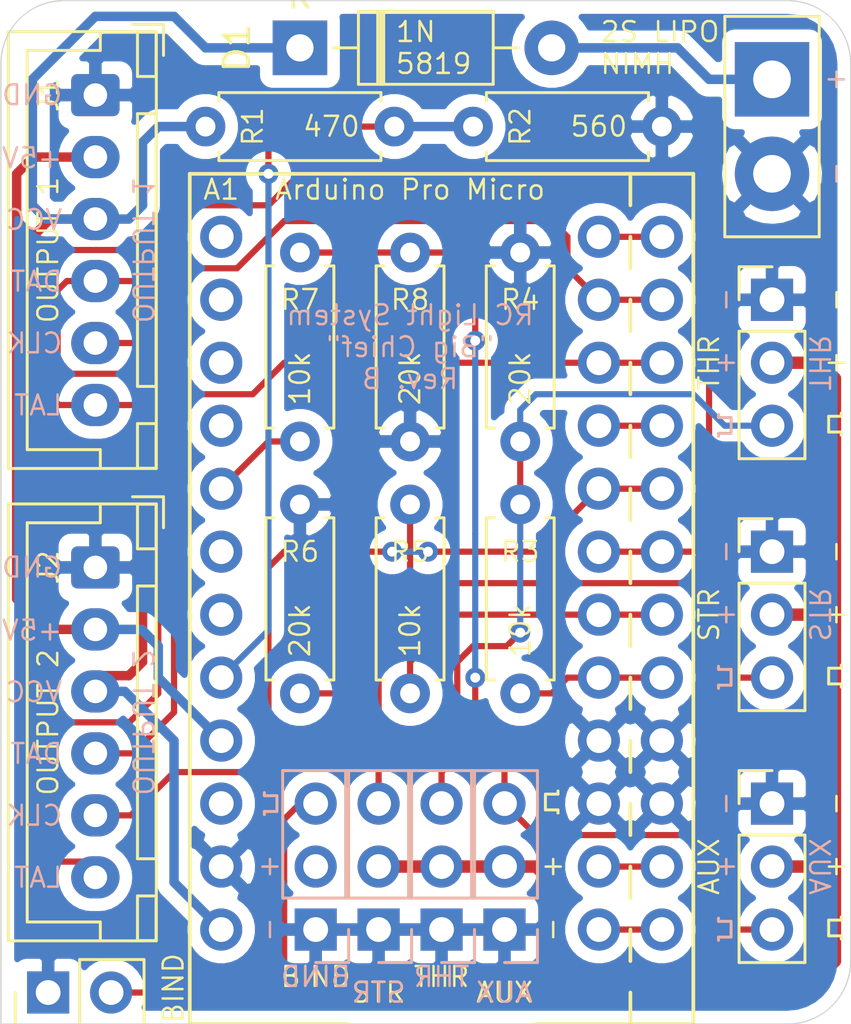
<source format=kicad_pcb>
(kicad_pcb (version 20171130) (host pcbnew "(5.1.8)-1")

  (general
    (thickness 1.6)
    (drawings 96)
    (tracks 188)
    (zones 0)
    (modules 21)
    (nets 22)
  )

  (page A4)
  (layers
    (0 F.Cu signal hide)
    (31 B.Cu signal hide)
    (32 B.Adhes user)
    (33 F.Adhes user)
    (34 B.Paste user)
    (35 F.Paste user)
    (36 B.SilkS user)
    (37 F.SilkS user)
    (38 B.Mask user)
    (39 F.Mask user)
    (40 Dwgs.User user)
    (41 Cmts.User user)
    (42 Eco1.User user)
    (43 Eco2.User user)
    (44 Edge.Cuts user)
    (45 Margin user)
    (46 B.CrtYd user)
    (47 F.CrtYd user)
    (48 B.Fab user hide)
    (49 F.Fab user)
  )

  (setup
    (last_trace_width 0.25)
    (trace_clearance 0.2)
    (zone_clearance 0.508)
    (zone_45_only no)
    (trace_min 0.2)
    (via_size 0.8)
    (via_drill 0.4)
    (via_min_size 0.4)
    (via_min_drill 0.3)
    (uvia_size 0.3)
    (uvia_drill 0.1)
    (uvias_allowed no)
    (uvia_min_size 0.2)
    (uvia_min_drill 0.1)
    (edge_width 0.05)
    (segment_width 0.2)
    (pcb_text_width 0.3)
    (pcb_text_size 1.5 1.5)
    (mod_edge_width 0.12)
    (mod_text_size 1 1)
    (mod_text_width 0.15)
    (pad_size 1.524 1.524)
    (pad_drill 0.762)
    (pad_to_mask_clearance 0)
    (aux_axis_origin 0 0)
    (visible_elements 7FFFFFFF)
    (pcbplotparams
      (layerselection 0x011fc_ffffffff)
      (usegerberextensions true)
      (usegerberattributes false)
      (usegerberadvancedattributes false)
      (creategerberjobfile false)
      (excludeedgelayer true)
      (linewidth 0.100000)
      (plotframeref false)
      (viasonmask false)
      (mode 1)
      (useauxorigin false)
      (hpglpennumber 1)
      (hpglpenspeed 20)
      (hpglpendiameter 15.000000)
      (psnegative false)
      (psa4output false)
      (plotreference true)
      (plotvalue true)
      (plotinvisibletext false)
      (padsonsilk false)
      (subtractmaskfromsilk false)
      (outputformat 1)
      (mirror false)
      (drillshape 0)
      (scaleselection 1)
      (outputdirectory "export/"))
  )

  (net 0 "")
  (net 1 +5V)
  (net 2 GND)
  (net 3 /SER_LATCH)
  (net 4 /SER_DATA)
  (net 5 VCC)
  (net 6 "Net-(A1-Pad12)")
  (net 7 "Net-(A1-Pad9)")
  (net 8 "Net-(A1-Pad2)")
  (net 9 "Net-(A1-Pad1)")
  (net 10 "Net-(A1-Pad20)")
  (net 11 "Net-(D1-Pad2)")
  (net 12 "Net-(J10-Pad3)")
  (net 13 /BEC)
  (net 14 /SER_CLK_1)
  (net 15 /SER_CLK_2)
  (net 16 STR)
  (net 17 THR)
  (net 18 AUX)
  (net 19 "Net-(J3-Pad3)")
  (net 20 "Net-(J5-Pad3)")
  (net 21 "Net-(J7-Pad3)")

  (net_class Default "This is the default net class."
    (clearance 0.2)
    (trace_width 0.25)
    (via_dia 0.8)
    (via_drill 0.4)
    (uvia_dia 0.3)
    (uvia_drill 0.1)
    (add_net /SER_CLK_1)
    (add_net /SER_CLK_2)
    (add_net /SER_DATA)
    (add_net /SER_LATCH)
    (add_net AUX)
    (add_net "Net-(A1-Pad1)")
    (add_net "Net-(A1-Pad12)")
    (add_net "Net-(A1-Pad2)")
    (add_net "Net-(A1-Pad20)")
    (add_net "Net-(A1-Pad9)")
    (add_net "Net-(J10-Pad3)")
    (add_net "Net-(J3-Pad3)")
    (add_net "Net-(J5-Pad3)")
    (add_net "Net-(J7-Pad3)")
    (add_net STR)
    (add_net THR)
  )

  (net_class BEC ""
    (clearance 0.2)
    (trace_width 0.5)
    (via_dia 0.8)
    (via_drill 0.4)
    (uvia_dia 0.3)
    (uvia_drill 0.1)
    (add_net /BEC)
  )

  (net_class Power ""
    (clearance 0.2)
    (trace_width 0.381)
    (via_dia 0.9)
    (via_drill 0.4)
    (uvia_dia 0.3)
    (uvia_drill 0.1)
    (add_net +5V)
    (add_net GND)
    (add_net "Net-(D1-Pad2)")
    (add_net VCC)
  )

  (module arduino_pro_micro:Arduino_Pro_Micro (layer F.Cu) (tedit 65177092) (tstamp 64E7173D)
    (at 81.28 104.775 180)
    (path /64E1EB77)
    (fp_text reference A1 (at 8.89 15.875 180) (layer F.SilkS)
      (effects (font (size 0.8 0.8) (thickness 0.1)))
    )
    (fp_text value "Arduino Pro Micro" (at 1.27 15.875 180) (layer F.SilkS)
      (effects (font (size 0.8 0.8) (thickness 0.1)))
    )
    (fp_line (start -7.62 15.24) (end -7.62 16.51) (layer F.SilkS) (width 0.15))
    (fp_line (start -7.62 12.7) (end -7.62 13.97) (layer F.SilkS) (width 0.15))
    (fp_line (start -7.62 10.16) (end -7.62 11.43) (layer F.SilkS) (width 0.15))
    (fp_line (start -7.62 7.62) (end -7.62 8.89) (layer F.SilkS) (width 0.15))
    (fp_line (start -7.62 5.08) (end -7.62 6.35) (layer F.SilkS) (width 0.15))
    (fp_line (start -7.62 2.54) (end -7.62 3.81) (layer F.SilkS) (width 0.15))
    (fp_line (start -7.62 0) (end -7.62 1.27) (layer F.SilkS) (width 0.15))
    (fp_line (start -7.62 -2.54) (end -7.62 -1.27) (layer F.SilkS) (width 0.15))
    (fp_line (start -7.62 -5.08) (end -7.62 -3.81) (layer F.SilkS) (width 0.15))
    (fp_line (start -7.62 -7.62) (end -7.62 -6.35) (layer F.SilkS) (width 0.15))
    (fp_line (start -7.62 -10.16) (end -7.62 -8.89) (layer F.SilkS) (width 0.15))
    (fp_line (start -7.62 -12.7) (end -7.62 -11.43) (layer F.SilkS) (width 0.15))
    (fp_line (start -7.62 -15.24) (end -7.62 -13.97) (layer F.SilkS) (width 0.15))
    (fp_line (start -7.62 -17.78) (end -7.62 -16.51) (layer F.SilkS) (width 0.15))
    (fp_line (start 3.81 -19.05) (end 3.81 -17.78) (layer F.SilkS) (width 0.15))
    (fp_line (start 3.81 -17.78) (end 10.16 -17.78) (layer F.SilkS) (width 0.15))
    (fp_line (start -10.16 -17.78) (end -3.81 -17.78) (layer F.SilkS) (width 0.15))
    (fp_line (start -3.81 -17.78) (end -3.81 -19.05) (layer F.SilkS) (width 0.15))
    (fp_line (start -3.81 -19.05) (end 3.81 -19.05) (layer F.SilkS) (width 0.15))
    (fp_line (start 10.16 16.51) (end 10.16 -17.78) (layer F.SilkS) (width 0.15))
    (fp_line (start -10.16 -17.78) (end -10.16 16.51) (layer F.SilkS) (width 0.15))
    (fp_line (start -10.16 16.51) (end 10.16 16.51) (layer F.SilkS) (width 0.15))
    (pad 1 thru_hole circle (at -8.89 -13.97 180) (size 1.7 1.7) (drill 1) (layers *.Cu *.Mask)
      (net 9 "Net-(A1-Pad1)"))
    (pad 24 thru_hole circle (at 8.89 -13.97 180) (size 1.7 1.7) (drill 1) (layers *.Cu *.Mask)
      (net 5 VCC))
    (pad 23 thru_hole circle (at 8.89 -11.43 180) (size 1.7 1.7) (drill 1) (layers *.Cu *.Mask)
      (net 2 GND))
    (pad 22 thru_hole circle (at 8.89 -8.89 180) (size 1.7 1.7) (drill 1) (layers *.Cu *.Mask))
    (pad 21 thru_hole circle (at 8.89 -6.35 180) (size 1.7 1.7) (drill 1) (layers *.Cu *.Mask)
      (net 1 +5V))
    (pad 20 thru_hole circle (at 8.89 -3.81 180) (size 1.7 1.7) (drill 1) (layers *.Cu *.Mask)
      (net 10 "Net-(A1-Pad20)"))
    (pad 19 thru_hole circle (at 8.89 -1.27 180) (size 1.7 1.7) (drill 1) (layers *.Cu *.Mask))
    (pad 18 thru_hole circle (at 8.89 1.27 180) (size 1.7 1.7) (drill 1) (layers *.Cu *.Mask))
    (pad 17 thru_hole circle (at 8.89 3.81 180) (size 1.7 1.7) (drill 1) (layers *.Cu *.Mask)
      (net 18 AUX))
    (pad 16 thru_hole circle (at 8.89 6.35 180) (size 1.7 1.7) (drill 1) (layers *.Cu *.Mask))
    (pad 15 thru_hole circle (at 8.89 8.89 180) (size 1.7 1.7) (drill 1) (layers *.Cu *.Mask))
    (pad 14 thru_hole circle (at 8.89 11.43 180) (size 1.7 1.7) (drill 1) (layers *.Cu *.Mask))
    (pad 13 thru_hole circle (at 8.89 13.97 180) (size 1.7 1.7) (drill 1) (layers *.Cu *.Mask))
    (pad 12 thru_hole circle (at -8.89 13.97 180) (size 1.7 1.7) (drill 1) (layers *.Cu *.Mask)
      (net 6 "Net-(A1-Pad12)"))
    (pad 11 thru_hole circle (at -8.89 11.43 180) (size 1.7 1.7) (drill 1) (layers *.Cu *.Mask)
      (net 4 /SER_DATA))
    (pad 10 thru_hole circle (at -8.89 8.89 180) (size 1.7 1.7) (drill 1) (layers *.Cu *.Mask)
      (net 14 /SER_CLK_1))
    (pad 9 thru_hole circle (at -8.89 6.35 180) (size 1.7 1.7) (drill 1) (layers *.Cu *.Mask)
      (net 7 "Net-(A1-Pad9)"))
    (pad 8 thru_hole circle (at -8.89 3.81 180) (size 1.7 1.7) (drill 1) (layers *.Cu *.Mask)
      (net 15 /SER_CLK_2))
    (pad 7 thru_hole circle (at -8.89 1.27 180) (size 1.7 1.7) (drill 1) (layers *.Cu *.Mask)
      (net 3 /SER_LATCH))
    (pad 6 thru_hole circle (at -8.89 -1.27 180) (size 1.7 1.7) (drill 1) (layers *.Cu *.Mask)
      (net 16 STR))
    (pad 5 thru_hole circle (at -8.89 -3.81 180) (size 1.7 1.7) (drill 1) (layers *.Cu *.Mask)
      (net 17 THR))
    (pad 4 thru_hole circle (at -8.89 -6.35 180) (size 1.7 1.7) (drill 1) (layers *.Cu *.Mask)
      (net 2 GND))
    (pad 3 thru_hole circle (at -8.89 -8.89 180) (size 1.7 1.7) (drill 1) (layers *.Cu *.Mask)
      (net 2 GND))
    (pad 2 thru_hole circle (at -8.89 -11.43 180) (size 1.7 1.7) (drill 1) (layers *.Cu *.Mask)
      (net 8 "Net-(A1-Pad2)"))
    (pad 1 thru_hole circle (at -6.35 -13.97 180) (size 1.7 1.7) (drill 1) (layers *.Cu *.Mask)
      (net 9 "Net-(A1-Pad1)"))
    (pad 2 thru_hole circle (at -6.35 -11.43 180) (size 1.7 1.7) (drill 1) (layers *.Cu *.Mask)
      (net 8 "Net-(A1-Pad2)"))
    (pad 3 thru_hole circle (at -6.35 -8.89 180) (size 1.7 1.7) (drill 1) (layers *.Cu *.Mask)
      (net 2 GND))
    (pad 4 thru_hole circle (at -6.35 -6.35 180) (size 1.7 1.7) (drill 1) (layers *.Cu *.Mask)
      (net 2 GND))
    (pad 5 thru_hole circle (at -6.35 -3.81 180) (size 1.7 1.7) (drill 1) (layers *.Cu *.Mask)
      (net 17 THR))
    (pad 6 thru_hole circle (at -6.35 -1.27 180) (size 1.7 1.7) (drill 1) (layers *.Cu *.Mask)
      (net 16 STR))
    (pad 7 thru_hole circle (at -6.35 1.27 180) (size 1.7 1.7) (drill 1) (layers *.Cu *.Mask)
      (net 3 /SER_LATCH))
    (pad 8 thru_hole circle (at -6.35 3.81 180) (size 1.7 1.7) (drill 1) (layers *.Cu *.Mask)
      (net 15 /SER_CLK_2))
    (pad 9 thru_hole circle (at -6.35 6.35 180) (size 1.7 1.7) (drill 1) (layers *.Cu *.Mask)
      (net 7 "Net-(A1-Pad9)"))
    (pad 10 thru_hole circle (at -6.35 8.89 180) (size 1.7 1.7) (drill 1) (layers *.Cu *.Mask)
      (net 14 /SER_CLK_1))
    (pad 11 thru_hole circle (at -6.35 11.43 180) (size 1.7 1.7) (drill 1) (layers *.Cu *.Mask)
      (net 4 /SER_DATA))
    (pad 12 thru_hole circle (at -6.35 13.97 180) (size 1.7 1.7) (drill 1) (layers *.Cu *.Mask)
      (net 6 "Net-(A1-Pad12)"))
  )

  (module Connector_JST:JST_XH_B6B-XH-A_1x06_P2.50mm_Vertical (layer F.Cu) (tedit 5C28146C) (tstamp 64D5DA3F)
    (at 67.31 85.09 270)
    (descr "JST XH series connector, B6B-XH-A (http://www.jst-mfg.com/product/pdf/eng/eXH.pdf), generated with kicad-footprint-generator")
    (tags "connector JST XH vertical")
    (path /64D5880E)
    (fp_text reference J1 (at 0 1.905 90) (layer F.SilkS)
      (effects (font (size 0.8 0.8) (thickness 0.1)))
    )
    (fp_text value "OUTPUT 1" (at 6.2484 1.905 90) (layer F.SilkS)
      (effects (font (size 0.8 0.8) (thickness 0.1)))
    )
    (fp_line (start -2.85 -2.75) (end -2.85 -1.5) (layer F.SilkS) (width 0.12))
    (fp_line (start -1.6 -2.75) (end -2.85 -2.75) (layer F.SilkS) (width 0.12))
    (fp_line (start 14.3 2.75) (end 6.25 2.75) (layer F.SilkS) (width 0.12))
    (fp_line (start 14.3 -0.2) (end 14.3 2.75) (layer F.SilkS) (width 0.12))
    (fp_line (start 15.05 -0.2) (end 14.3 -0.2) (layer F.SilkS) (width 0.12))
    (fp_line (start -1.8 2.75) (end 6.25 2.75) (layer F.SilkS) (width 0.12))
    (fp_line (start -1.8 -0.2) (end -1.8 2.75) (layer F.SilkS) (width 0.12))
    (fp_line (start -2.55 -0.2) (end -1.8 -0.2) (layer F.SilkS) (width 0.12))
    (fp_line (start 15.05 -2.45) (end 13.25 -2.45) (layer F.SilkS) (width 0.12))
    (fp_line (start 15.05 -1.7) (end 15.05 -2.45) (layer F.SilkS) (width 0.12))
    (fp_line (start 13.25 -1.7) (end 15.05 -1.7) (layer F.SilkS) (width 0.12))
    (fp_line (start 13.25 -2.45) (end 13.25 -1.7) (layer F.SilkS) (width 0.12))
    (fp_line (start -0.75 -2.45) (end -2.55 -2.45) (layer F.SilkS) (width 0.12))
    (fp_line (start -0.75 -1.7) (end -0.75 -2.45) (layer F.SilkS) (width 0.12))
    (fp_line (start -2.55 -1.7) (end -0.75 -1.7) (layer F.SilkS) (width 0.12))
    (fp_line (start -2.55 -2.45) (end -2.55 -1.7) (layer F.SilkS) (width 0.12))
    (fp_line (start 11.75 -2.45) (end 0.75 -2.45) (layer F.SilkS) (width 0.12))
    (fp_line (start 11.75 -1.7) (end 11.75 -2.45) (layer F.SilkS) (width 0.12))
    (fp_line (start 0.75 -1.7) (end 11.75 -1.7) (layer F.SilkS) (width 0.12))
    (fp_line (start 0.75 -2.45) (end 0.75 -1.7) (layer F.SilkS) (width 0.12))
    (fp_line (start 0 -1.35) (end 0.625 -2.35) (layer F.Fab) (width 0.1))
    (fp_line (start -0.625 -2.35) (end 0 -1.35) (layer F.Fab) (width 0.1))
    (fp_line (start 15.45 -2.85) (end -2.95 -2.85) (layer F.CrtYd) (width 0.05))
    (fp_line (start 15.45 3.9) (end 15.45 -2.85) (layer F.CrtYd) (width 0.05))
    (fp_line (start -2.95 3.9) (end 15.45 3.9) (layer F.CrtYd) (width 0.05))
    (fp_line (start -2.95 -2.85) (end -2.95 3.9) (layer F.CrtYd) (width 0.05))
    (fp_line (start 15.06 -2.46) (end -2.56 -2.46) (layer F.SilkS) (width 0.12))
    (fp_line (start 15.06 3.51) (end 15.06 -2.46) (layer F.SilkS) (width 0.12))
    (fp_line (start -2.56 3.51) (end 15.06 3.51) (layer F.SilkS) (width 0.12))
    (fp_line (start -2.56 -2.46) (end -2.56 3.51) (layer F.SilkS) (width 0.12))
    (fp_line (start 14.95 -2.35) (end -2.45 -2.35) (layer F.Fab) (width 0.1))
    (fp_line (start 14.95 3.4) (end 14.95 -2.35) (layer F.Fab) (width 0.1))
    (fp_line (start -2.45 3.4) (end 14.95 3.4) (layer F.Fab) (width 0.1))
    (fp_line (start -2.45 -2.35) (end -2.45 3.4) (layer F.Fab) (width 0.1))
    (fp_text user %R (at 0 1.905 90) (layer F.SilkS)
      (effects (font (size 0.8 0.8) (thickness 0.1)))
    )
    (pad 6 thru_hole oval (at 12.5 0 270) (size 1.7 1.95) (drill 0.95) (layers *.Cu *.Mask)
      (net 3 /SER_LATCH))
    (pad 5 thru_hole oval (at 10 0 270) (size 1.7 1.95) (drill 0.95) (layers *.Cu *.Mask)
      (net 14 /SER_CLK_1))
    (pad 4 thru_hole oval (at 7.5 0 270) (size 1.7 1.95) (drill 0.95) (layers *.Cu *.Mask)
      (net 4 /SER_DATA))
    (pad 3 thru_hole oval (at 5 0 270) (size 1.7 1.95) (drill 0.95) (layers *.Cu *.Mask)
      (net 5 VCC))
    (pad 2 thru_hole oval (at 2.5 0 270) (size 1.7 1.95) (drill 0.95) (layers *.Cu *.Mask)
      (net 1 +5V))
    (pad 1 thru_hole roundrect (at 0 0 270) (size 1.7 1.95) (drill 0.95) (layers *.Cu *.Mask) (roundrect_rratio 0.1470588235294118)
      (net 2 GND))
    (model ${KISYS3DMOD}/Connector_JST.3dshapes/JST_XH_B6B-XH-A_1x06_P2.50mm_Vertical.wrl
      (at (xyz 0 0 0))
      (scale (xyz 1 1 1))
      (rotate (xyz 0 0 0))
    )
  )

  (module Connector_JST:JST_XH_B6B-XH-A_1x06_P2.50mm_Vertical (layer F.Cu) (tedit 5C28146C) (tstamp 64E7CFE2)
    (at 67.31 104.14 270)
    (descr "JST XH series connector, B6B-XH-A (http://www.jst-mfg.com/product/pdf/eng/eXH.pdf), generated with kicad-footprint-generator")
    (tags "connector JST XH vertical")
    (path /64D5BE1E)
    (fp_text reference J2 (at 0 1.905 90) (layer F.SilkS)
      (effects (font (size 0.8 0.8) (thickness 0.1)))
    )
    (fp_text value "OUTPUT 2" (at 6.2484 1.905 90) (layer F.SilkS)
      (effects (font (size 0.8 0.8) (thickness 0.1)))
    )
    (fp_line (start -2.45 -2.35) (end -2.45 3.4) (layer F.Fab) (width 0.1))
    (fp_line (start -2.45 3.4) (end 14.95 3.4) (layer F.Fab) (width 0.1))
    (fp_line (start 14.95 3.4) (end 14.95 -2.35) (layer F.Fab) (width 0.1))
    (fp_line (start 14.95 -2.35) (end -2.45 -2.35) (layer F.Fab) (width 0.1))
    (fp_line (start -2.56 -2.46) (end -2.56 3.51) (layer F.SilkS) (width 0.12))
    (fp_line (start -2.56 3.51) (end 15.06 3.51) (layer F.SilkS) (width 0.12))
    (fp_line (start 15.06 3.51) (end 15.06 -2.46) (layer F.SilkS) (width 0.12))
    (fp_line (start 15.06 -2.46) (end -2.56 -2.46) (layer F.SilkS) (width 0.12))
    (fp_line (start -2.95 -2.85) (end -2.95 3.9) (layer F.CrtYd) (width 0.05))
    (fp_line (start -2.95 3.9) (end 15.45 3.9) (layer F.CrtYd) (width 0.05))
    (fp_line (start 15.45 3.9) (end 15.45 -2.85) (layer F.CrtYd) (width 0.05))
    (fp_line (start 15.45 -2.85) (end -2.95 -2.85) (layer F.CrtYd) (width 0.05))
    (fp_line (start -0.625 -2.35) (end 0 -1.35) (layer F.Fab) (width 0.1))
    (fp_line (start 0 -1.35) (end 0.625 -2.35) (layer F.Fab) (width 0.1))
    (fp_line (start 0.75 -2.45) (end 0.75 -1.7) (layer F.SilkS) (width 0.12))
    (fp_line (start 0.75 -1.7) (end 11.75 -1.7) (layer F.SilkS) (width 0.12))
    (fp_line (start 11.75 -1.7) (end 11.75 -2.45) (layer F.SilkS) (width 0.12))
    (fp_line (start 11.75 -2.45) (end 0.75 -2.45) (layer F.SilkS) (width 0.12))
    (fp_line (start -2.55 -2.45) (end -2.55 -1.7) (layer F.SilkS) (width 0.12))
    (fp_line (start -2.55 -1.7) (end -0.75 -1.7) (layer F.SilkS) (width 0.12))
    (fp_line (start -0.75 -1.7) (end -0.75 -2.45) (layer F.SilkS) (width 0.12))
    (fp_line (start -0.75 -2.45) (end -2.55 -2.45) (layer F.SilkS) (width 0.12))
    (fp_line (start 13.25 -2.45) (end 13.25 -1.7) (layer F.SilkS) (width 0.12))
    (fp_line (start 13.25 -1.7) (end 15.05 -1.7) (layer F.SilkS) (width 0.12))
    (fp_line (start 15.05 -1.7) (end 15.05 -2.45) (layer F.SilkS) (width 0.12))
    (fp_line (start 15.05 -2.45) (end 13.25 -2.45) (layer F.SilkS) (width 0.12))
    (fp_line (start -2.55 -0.2) (end -1.8 -0.2) (layer F.SilkS) (width 0.12))
    (fp_line (start -1.8 -0.2) (end -1.8 2.75) (layer F.SilkS) (width 0.12))
    (fp_line (start -1.8 2.75) (end 6.25 2.75) (layer F.SilkS) (width 0.12))
    (fp_line (start 15.05 -0.2) (end 14.3 -0.2) (layer F.SilkS) (width 0.12))
    (fp_line (start 14.3 -0.2) (end 14.3 2.75) (layer F.SilkS) (width 0.12))
    (fp_line (start 14.3 2.75) (end 6.25 2.75) (layer F.SilkS) (width 0.12))
    (fp_line (start -1.6 -2.75) (end -2.85 -2.75) (layer F.SilkS) (width 0.12))
    (fp_line (start -2.85 -2.75) (end -2.85 -1.5) (layer F.SilkS) (width 0.12))
    (fp_text user %R (at 0 1.905 90) (layer F.SilkS)
      (effects (font (size 0.8 0.8) (thickness 0.1)))
    )
    (pad 1 thru_hole roundrect (at 0 0 270) (size 1.7 1.95) (drill 0.95) (layers *.Cu *.Mask) (roundrect_rratio 0.1470588235294118)
      (net 2 GND))
    (pad 2 thru_hole oval (at 2.5 0 270) (size 1.7 1.95) (drill 0.95) (layers *.Cu *.Mask)
      (net 1 +5V))
    (pad 3 thru_hole oval (at 5 0 270) (size 1.7 1.95) (drill 0.95) (layers *.Cu *.Mask)
      (net 5 VCC))
    (pad 4 thru_hole oval (at 7.5 0 270) (size 1.7 1.95) (drill 0.95) (layers *.Cu *.Mask)
      (net 4 /SER_DATA))
    (pad 5 thru_hole oval (at 10 0 270) (size 1.7 1.95) (drill 0.95) (layers *.Cu *.Mask)
      (net 15 /SER_CLK_2))
    (pad 6 thru_hole oval (at 12.5 0 270) (size 1.7 1.95) (drill 0.95) (layers *.Cu *.Mask)
      (net 3 /SER_LATCH))
    (model ${KISYS3DMOD}/Connector_JST.3dshapes/JST_XH_B6B-XH-A_1x06_P2.50mm_Vertical.wrl
      (at (xyz 0 0 0))
      (scale (xyz 1 1 1))
      (rotate (xyz 0 0 0))
    )
  )

  (module Diode_THT:D_DO-41_SOD81_P10.16mm_Horizontal (layer F.Cu) (tedit 5AE50CD5) (tstamp 64E70D34)
    (at 75.565 83.185)
    (descr "Diode, DO-41_SOD81 series, Axial, Horizontal, pin pitch=10.16mm, , length*diameter=5.2*2.7mm^2, , http://www.diodes.com/_files/packages/DO-41%20(Plastic).pdf")
    (tags "Diode DO-41_SOD81 series Axial Horizontal pin pitch 10.16mm  length 5.2mm diameter 2.7mm")
    (path /64F0802B)
    (fp_text reference D1 (at -2.54 0 90) (layer F.SilkS)
      (effects (font (size 1 1) (thickness 0.15)))
    )
    (fp_text value 1N5819 (at 5.08 0.635) (layer F.SilkS) hide
      (effects (font (size 0.8 0.8) (thickness 0.1)))
    )
    (fp_line (start 11.51 -1.6) (end -1.35 -1.6) (layer F.CrtYd) (width 0.05))
    (fp_line (start 11.51 1.6) (end 11.51 -1.6) (layer F.CrtYd) (width 0.05))
    (fp_line (start -1.35 1.6) (end 11.51 1.6) (layer F.CrtYd) (width 0.05))
    (fp_line (start -1.35 -1.6) (end -1.35 1.6) (layer F.CrtYd) (width 0.05))
    (fp_line (start 3.14 -1.47) (end 3.14 1.47) (layer F.SilkS) (width 0.12))
    (fp_line (start 3.38 -1.47) (end 3.38 1.47) (layer F.SilkS) (width 0.12))
    (fp_line (start 3.26 -1.47) (end 3.26 1.47) (layer F.SilkS) (width 0.12))
    (fp_line (start 8.82 0) (end 7.8 0) (layer F.SilkS) (width 0.12))
    (fp_line (start 1.34 0) (end 2.36 0) (layer F.SilkS) (width 0.12))
    (fp_line (start 7.8 -1.47) (end 2.36 -1.47) (layer F.SilkS) (width 0.12))
    (fp_line (start 7.8 1.47) (end 7.8 -1.47) (layer F.SilkS) (width 0.12))
    (fp_line (start 2.36 1.47) (end 7.8 1.47) (layer F.SilkS) (width 0.12))
    (fp_line (start 2.36 -1.47) (end 2.36 1.47) (layer F.SilkS) (width 0.12))
    (fp_line (start 3.16 -1.35) (end 3.16 1.35) (layer F.Fab) (width 0.1))
    (fp_line (start 3.36 -1.35) (end 3.36 1.35) (layer F.Fab) (width 0.1))
    (fp_line (start 3.26 -1.35) (end 3.26 1.35) (layer F.Fab) (width 0.1))
    (fp_line (start 10.16 0) (end 7.68 0) (layer F.Fab) (width 0.1))
    (fp_line (start 0 0) (end 2.48 0) (layer F.Fab) (width 0.1))
    (fp_line (start 7.68 -1.35) (end 2.48 -1.35) (layer F.Fab) (width 0.1))
    (fp_line (start 7.68 1.35) (end 7.68 -1.35) (layer F.Fab) (width 0.1))
    (fp_line (start 2.48 1.35) (end 7.68 1.35) (layer F.Fab) (width 0.1))
    (fp_line (start 2.48 -1.35) (end 2.48 1.35) (layer F.Fab) (width 0.1))
    (fp_text user %R (at 5.08 0) (layer F.Fab)
      (effects (font (size 1 1) (thickness 0.15)))
    )
    (fp_text user K (at 0 -2.1) (layer F.Fab)
      (effects (font (size 1 1) (thickness 0.15)))
    )
    (fp_text user K (at 0 -2.1) (layer F.SilkS)
      (effects (font (size 1 1) (thickness 0.15)))
    )
    (pad 1 thru_hole rect (at 0 0) (size 2.2 2.2) (drill 1.1) (layers *.Cu *.Mask)
      (net 5 VCC))
    (pad 2 thru_hole oval (at 10.16 0) (size 2.2 2.2) (drill 1.1) (layers *.Cu *.Mask)
      (net 11 "Net-(D1-Pad2)"))
    (model ${KISYS3DMOD}/Diode_THT.3dshapes/D_DO-41_SOD81_P10.16mm_Horizontal.wrl
      (at (xyz 0 0 0))
      (scale (xyz 1 1 1))
      (rotate (xyz 0 0 0))
    )
  )

  (module Connector_PinSocket_2.54mm:PinSocket_1x03_P2.54mm_Vertical (layer B.Cu) (tedit 5A19A429) (tstamp 64E70D4B)
    (at 81.28 118.745)
    (descr "Through hole straight socket strip, 1x03, 2.54mm pitch, single row (from Kicad 4.0.7), script generated")
    (tags "Through hole socket strip THT 1x03 2.54mm single row")
    (path /64E7BFBD)
    (fp_text reference J3 (at 0 2.77) (layer B.SilkS) hide
      (effects (font (size 0.8 0.8) (thickness 0.1)) (justify mirror))
    )
    (fp_text value THR_IN (at 0 -9.525 -90) (layer B.Fab)
      (effects (font (size 0.8 0.8) (thickness 0.1)) (justify mirror))
    )
    (fp_line (start -1.8 -6.85) (end -1.8 1.8) (layer B.CrtYd) (width 0.05))
    (fp_line (start 1.75 -6.85) (end -1.8 -6.85) (layer B.CrtYd) (width 0.05))
    (fp_line (start 1.75 1.8) (end 1.75 -6.85) (layer B.CrtYd) (width 0.05))
    (fp_line (start -1.8 1.8) (end 1.75 1.8) (layer B.CrtYd) (width 0.05))
    (fp_line (start 0 1.33) (end 1.33 1.33) (layer B.SilkS) (width 0.12))
    (fp_line (start 1.33 1.33) (end 1.33 0) (layer B.SilkS) (width 0.12))
    (fp_line (start 1.33 -1.27) (end 1.33 -6.41) (layer B.SilkS) (width 0.12))
    (fp_line (start -1.33 -6.41) (end 1.33 -6.41) (layer B.SilkS) (width 0.12))
    (fp_line (start -1.33 -1.27) (end -1.33 -6.41) (layer B.SilkS) (width 0.12))
    (fp_line (start -1.33 -1.27) (end 1.33 -1.27) (layer B.SilkS) (width 0.12))
    (fp_line (start -1.27 -6.35) (end -1.27 1.27) (layer B.Fab) (width 0.1))
    (fp_line (start 1.27 -6.35) (end -1.27 -6.35) (layer B.Fab) (width 0.1))
    (fp_line (start 1.27 0.635) (end 1.27 -6.35) (layer B.Fab) (width 0.1))
    (fp_line (start 0.635 1.27) (end 1.27 0.635) (layer B.Fab) (width 0.1))
    (fp_line (start -1.27 1.27) (end 0.635 1.27) (layer B.Fab) (width 0.1))
    (fp_text user %R (at 0 -2.54 -90) (layer B.Fab)
      (effects (font (size 0.8 0.8) (thickness 0.1)) (justify mirror))
    )
    (pad 1 thru_hole rect (at 0 0) (size 1.7 1.7) (drill 1) (layers *.Cu *.Mask)
      (net 2 GND))
    (pad 2 thru_hole oval (at 0 -2.54) (size 1.7 1.7) (drill 1) (layers *.Cu *.Mask)
      (net 13 /BEC))
    (pad 3 thru_hole oval (at 0 -5.08) (size 1.7 1.7) (drill 1) (layers *.Cu *.Mask)
      (net 19 "Net-(J3-Pad3)"))
    (model ${KISYS3DMOD}/Connector_PinSocket_2.54mm.3dshapes/PinSocket_1x03_P2.54mm_Vertical.wrl
      (at (xyz 0 0 0))
      (scale (xyz 1 1 1))
      (rotate (xyz 0 0 0))
    )
  )

  (module Connector_PinHeader_2.54mm:PinHeader_1x03_P2.54mm_Vertical (layer F.Cu) (tedit 59FED5CC) (tstamp 64E70D62)
    (at 94.615 93.345)
    (descr "Through hole straight pin header, 1x03, 2.54mm pitch, single row")
    (tags "Through hole pin header THT 1x03 2.54mm single row")
    (path /64E7C734)
    (fp_text reference J4 (at 0 -2.33) (layer F.SilkS) hide
      (effects (font (size 0.8 0.8) (thickness 0.1)))
    )
    (fp_text value THR_OUT (at 0 7.41) (layer F.Fab)
      (effects (font (size 0.8 0.8) (thickness 0.1)))
    )
    (fp_line (start 1.8 -1.8) (end -1.8 -1.8) (layer F.CrtYd) (width 0.05))
    (fp_line (start 1.8 6.85) (end 1.8 -1.8) (layer F.CrtYd) (width 0.05))
    (fp_line (start -1.8 6.85) (end 1.8 6.85) (layer F.CrtYd) (width 0.05))
    (fp_line (start -1.8 -1.8) (end -1.8 6.85) (layer F.CrtYd) (width 0.05))
    (fp_line (start -1.33 -1.33) (end 0 -1.33) (layer F.SilkS) (width 0.12))
    (fp_line (start -1.33 0) (end -1.33 -1.33) (layer F.SilkS) (width 0.12))
    (fp_line (start -1.33 1.27) (end 1.33 1.27) (layer F.SilkS) (width 0.12))
    (fp_line (start 1.33 1.27) (end 1.33 6.41) (layer F.SilkS) (width 0.12))
    (fp_line (start -1.33 1.27) (end -1.33 6.41) (layer F.SilkS) (width 0.12))
    (fp_line (start -1.33 6.41) (end 1.33 6.41) (layer F.SilkS) (width 0.12))
    (fp_line (start -1.27 -0.635) (end -0.635 -1.27) (layer F.Fab) (width 0.1))
    (fp_line (start -1.27 6.35) (end -1.27 -0.635) (layer F.Fab) (width 0.1))
    (fp_line (start 1.27 6.35) (end -1.27 6.35) (layer F.Fab) (width 0.1))
    (fp_line (start 1.27 -1.27) (end 1.27 6.35) (layer F.Fab) (width 0.1))
    (fp_line (start -0.635 -1.27) (end 1.27 -1.27) (layer F.Fab) (width 0.1))
    (fp_text user %R (at 0 2.54 90) (layer F.Fab)
      (effects (font (size 0.8 0.8) (thickness 0.1)))
    )
    (pad 1 thru_hole rect (at 0 0) (size 1.7 1.7) (drill 1) (layers *.Cu *.Mask)
      (net 2 GND))
    (pad 2 thru_hole oval (at 0 2.54) (size 1.7 1.7) (drill 1) (layers *.Cu *.Mask)
      (net 13 /BEC))
    (pad 3 thru_hole oval (at 0 5.08) (size 1.7 1.7) (drill 1) (layers *.Cu *.Mask)
      (net 19 "Net-(J3-Pad3)"))
    (model ${KISYS3DMOD}/Connector_PinHeader_2.54mm.3dshapes/PinHeader_1x03_P2.54mm_Vertical.wrl
      (at (xyz 0 0 0))
      (scale (xyz 1 1 1))
      (rotate (xyz 0 0 0))
    )
  )

  (module Connector_PinSocket_2.54mm:PinSocket_1x03_P2.54mm_Vertical (layer B.Cu) (tedit 5A19A429) (tstamp 64E70D79)
    (at 78.74 118.745)
    (descr "Through hole straight socket strip, 1x03, 2.54mm pitch, single row (from Kicad 4.0.7), script generated")
    (tags "Through hole socket strip THT 1x03 2.54mm single row")
    (path /64E92EE3)
    (fp_text reference J5 (at 0 2.77) (layer B.SilkS) hide
      (effects (font (size 0.8 0.8) (thickness 0.1)) (justify mirror))
    )
    (fp_text value STR_IN (at 0 -9.525 -90) (layer B.Fab)
      (effects (font (size 0.8 0.8) (thickness 0.1)) (justify mirror))
    )
    (fp_line (start -1.27 1.27) (end 0.635 1.27) (layer B.Fab) (width 0.1))
    (fp_line (start 0.635 1.27) (end 1.27 0.635) (layer B.Fab) (width 0.1))
    (fp_line (start 1.27 0.635) (end 1.27 -6.35) (layer B.Fab) (width 0.1))
    (fp_line (start 1.27 -6.35) (end -1.27 -6.35) (layer B.Fab) (width 0.1))
    (fp_line (start -1.27 -6.35) (end -1.27 1.27) (layer B.Fab) (width 0.1))
    (fp_line (start -1.33 -1.27) (end 1.33 -1.27) (layer B.SilkS) (width 0.12))
    (fp_line (start -1.33 -1.27) (end -1.33 -6.41) (layer B.SilkS) (width 0.12))
    (fp_line (start -1.33 -6.41) (end 1.33 -6.41) (layer B.SilkS) (width 0.12))
    (fp_line (start 1.33 -1.27) (end 1.33 -6.41) (layer B.SilkS) (width 0.12))
    (fp_line (start 1.33 1.33) (end 1.33 0) (layer B.SilkS) (width 0.12))
    (fp_line (start 0 1.33) (end 1.33 1.33) (layer B.SilkS) (width 0.12))
    (fp_line (start -1.8 1.8) (end 1.75 1.8) (layer B.CrtYd) (width 0.05))
    (fp_line (start 1.75 1.8) (end 1.75 -6.85) (layer B.CrtYd) (width 0.05))
    (fp_line (start 1.75 -6.85) (end -1.8 -6.85) (layer B.CrtYd) (width 0.05))
    (fp_line (start -1.8 -6.85) (end -1.8 1.8) (layer B.CrtYd) (width 0.05))
    (fp_text user %R (at 0 -2.54 -90) (layer B.Fab)
      (effects (font (size 0.8 0.8) (thickness 0.1)) (justify mirror))
    )
    (pad 3 thru_hole oval (at 0 -5.08) (size 1.7 1.7) (drill 1) (layers *.Cu *.Mask)
      (net 20 "Net-(J5-Pad3)"))
    (pad 2 thru_hole oval (at 0 -2.54) (size 1.7 1.7) (drill 1) (layers *.Cu *.Mask)
      (net 13 /BEC))
    (pad 1 thru_hole rect (at 0 0) (size 1.7 1.7) (drill 1) (layers *.Cu *.Mask)
      (net 2 GND))
    (model ${KISYS3DMOD}/Connector_PinSocket_2.54mm.3dshapes/PinSocket_1x03_P2.54mm_Vertical.wrl
      (at (xyz 0 0 0))
      (scale (xyz 1 1 1))
      (rotate (xyz 0 0 0))
    )
  )

  (module Connector_PinHeader_2.54mm:PinHeader_1x03_P2.54mm_Vertical (layer F.Cu) (tedit 59FED5CC) (tstamp 64E70D90)
    (at 94.615 103.505)
    (descr "Through hole straight pin header, 1x03, 2.54mm pitch, single row")
    (tags "Through hole pin header THT 1x03 2.54mm single row")
    (path /64E92EE9)
    (fp_text reference J6 (at 0 -2.33) (layer F.SilkS) hide
      (effects (font (size 0.8 0.8) (thickness 0.1)))
    )
    (fp_text value STR_OUT (at 0 7.41) (layer F.Fab)
      (effects (font (size 0.8 0.8) (thickness 0.1)))
    )
    (fp_line (start -0.635 -1.27) (end 1.27 -1.27) (layer F.Fab) (width 0.1))
    (fp_line (start 1.27 -1.27) (end 1.27 6.35) (layer F.Fab) (width 0.1))
    (fp_line (start 1.27 6.35) (end -1.27 6.35) (layer F.Fab) (width 0.1))
    (fp_line (start -1.27 6.35) (end -1.27 -0.635) (layer F.Fab) (width 0.1))
    (fp_line (start -1.27 -0.635) (end -0.635 -1.27) (layer F.Fab) (width 0.1))
    (fp_line (start -1.33 6.41) (end 1.33 6.41) (layer F.SilkS) (width 0.12))
    (fp_line (start -1.33 1.27) (end -1.33 6.41) (layer F.SilkS) (width 0.12))
    (fp_line (start 1.33 1.27) (end 1.33 6.41) (layer F.SilkS) (width 0.12))
    (fp_line (start -1.33 1.27) (end 1.33 1.27) (layer F.SilkS) (width 0.12))
    (fp_line (start -1.33 0) (end -1.33 -1.33) (layer F.SilkS) (width 0.12))
    (fp_line (start -1.33 -1.33) (end 0 -1.33) (layer F.SilkS) (width 0.12))
    (fp_line (start -1.8 -1.8) (end -1.8 6.85) (layer F.CrtYd) (width 0.05))
    (fp_line (start -1.8 6.85) (end 1.8 6.85) (layer F.CrtYd) (width 0.05))
    (fp_line (start 1.8 6.85) (end 1.8 -1.8) (layer F.CrtYd) (width 0.05))
    (fp_line (start 1.8 -1.8) (end -1.8 -1.8) (layer F.CrtYd) (width 0.05))
    (fp_text user %R (at 0 2.54 90) (layer F.Fab)
      (effects (font (size 0.8 0.8) (thickness 0.1)))
    )
    (pad 3 thru_hole oval (at 0 5.08) (size 1.7 1.7) (drill 1) (layers *.Cu *.Mask)
      (net 20 "Net-(J5-Pad3)"))
    (pad 2 thru_hole oval (at 0 2.54) (size 1.7 1.7) (drill 1) (layers *.Cu *.Mask)
      (net 13 /BEC))
    (pad 1 thru_hole rect (at 0 0) (size 1.7 1.7) (drill 1) (layers *.Cu *.Mask)
      (net 2 GND))
    (model ${KISYS3DMOD}/Connector_PinHeader_2.54mm.3dshapes/PinHeader_1x03_P2.54mm_Vertical.wrl
      (at (xyz 0 0 0))
      (scale (xyz 1 1 1))
      (rotate (xyz 0 0 0))
    )
  )

  (module Connector_PinSocket_2.54mm:PinSocket_1x03_P2.54mm_Vertical (layer B.Cu) (tedit 5A19A429) (tstamp 64E70DA7)
    (at 83.82 118.745)
    (descr "Through hole straight socket strip, 1x03, 2.54mm pitch, single row (from Kicad 4.0.7), script generated")
    (tags "Through hole socket strip THT 1x03 2.54mm single row")
    (path /64EAB617)
    (fp_text reference J7 (at 0 2.77) (layer B.SilkS) hide
      (effects (font (size 0.8 0.8) (thickness 0.1)) (justify mirror))
    )
    (fp_text value AUX_IN (at 0 -9.525 -90) (layer B.Fab)
      (effects (font (size 0.8 0.8) (thickness 0.1)) (justify mirror))
    )
    (fp_line (start -1.8 -6.85) (end -1.8 1.8) (layer B.CrtYd) (width 0.05))
    (fp_line (start 1.75 -6.85) (end -1.8 -6.85) (layer B.CrtYd) (width 0.05))
    (fp_line (start 1.75 1.8) (end 1.75 -6.85) (layer B.CrtYd) (width 0.05))
    (fp_line (start -1.8 1.8) (end 1.75 1.8) (layer B.CrtYd) (width 0.05))
    (fp_line (start 0 1.33) (end 1.33 1.33) (layer B.SilkS) (width 0.12))
    (fp_line (start 1.33 1.33) (end 1.33 0) (layer B.SilkS) (width 0.12))
    (fp_line (start 1.33 -1.27) (end 1.33 -6.41) (layer B.SilkS) (width 0.12))
    (fp_line (start -1.33 -6.41) (end 1.33 -6.41) (layer B.SilkS) (width 0.12))
    (fp_line (start -1.33 -1.27) (end -1.33 -6.41) (layer B.SilkS) (width 0.12))
    (fp_line (start -1.33 -1.27) (end 1.33 -1.27) (layer B.SilkS) (width 0.12))
    (fp_line (start -1.27 -6.35) (end -1.27 1.27) (layer B.Fab) (width 0.1))
    (fp_line (start 1.27 -6.35) (end -1.27 -6.35) (layer B.Fab) (width 0.1))
    (fp_line (start 1.27 0.635) (end 1.27 -6.35) (layer B.Fab) (width 0.1))
    (fp_line (start 0.635 1.27) (end 1.27 0.635) (layer B.Fab) (width 0.1))
    (fp_line (start -1.27 1.27) (end 0.635 1.27) (layer B.Fab) (width 0.1))
    (fp_text user %R (at 0 -2.54 -90) (layer B.Fab)
      (effects (font (size 0.8 0.8) (thickness 0.1)) (justify mirror))
    )
    (pad 1 thru_hole rect (at 0 0) (size 1.7 1.7) (drill 1) (layers *.Cu *.Mask)
      (net 2 GND))
    (pad 2 thru_hole oval (at 0 -2.54) (size 1.7 1.7) (drill 1) (layers *.Cu *.Mask)
      (net 13 /BEC))
    (pad 3 thru_hole oval (at 0 -5.08) (size 1.7 1.7) (drill 1) (layers *.Cu *.Mask)
      (net 21 "Net-(J7-Pad3)"))
    (model ${KISYS3DMOD}/Connector_PinSocket_2.54mm.3dshapes/PinSocket_1x03_P2.54mm_Vertical.wrl
      (at (xyz 0 0 0))
      (scale (xyz 1 1 1))
      (rotate (xyz 0 0 0))
    )
  )

  (module Connector_PinHeader_2.54mm:PinHeader_1x03_P2.54mm_Vertical (layer F.Cu) (tedit 59FED5CC) (tstamp 64E70DBE)
    (at 94.615 113.665)
    (descr "Through hole straight pin header, 1x03, 2.54mm pitch, single row")
    (tags "Through hole pin header THT 1x03 2.54mm single row")
    (path /64EAB61D)
    (fp_text reference J8 (at 0 -2.33) (layer F.SilkS) hide
      (effects (font (size 0.8 0.8) (thickness 0.1)))
    )
    (fp_text value AUX_OUT (at 0 7.41) (layer F.Fab)
      (effects (font (size 0.8 0.8) (thickness 0.1)))
    )
    (fp_line (start 1.8 -1.8) (end -1.8 -1.8) (layer F.CrtYd) (width 0.05))
    (fp_line (start 1.8 6.85) (end 1.8 -1.8) (layer F.CrtYd) (width 0.05))
    (fp_line (start -1.8 6.85) (end 1.8 6.85) (layer F.CrtYd) (width 0.05))
    (fp_line (start -1.8 -1.8) (end -1.8 6.85) (layer F.CrtYd) (width 0.05))
    (fp_line (start -1.33 -1.33) (end 0 -1.33) (layer F.SilkS) (width 0.12))
    (fp_line (start -1.33 0) (end -1.33 -1.33) (layer F.SilkS) (width 0.12))
    (fp_line (start -1.33 1.27) (end 1.33 1.27) (layer F.SilkS) (width 0.12))
    (fp_line (start 1.33 1.27) (end 1.33 6.41) (layer F.SilkS) (width 0.12))
    (fp_line (start -1.33 1.27) (end -1.33 6.41) (layer F.SilkS) (width 0.12))
    (fp_line (start -1.33 6.41) (end 1.33 6.41) (layer F.SilkS) (width 0.12))
    (fp_line (start -1.27 -0.635) (end -0.635 -1.27) (layer F.Fab) (width 0.1))
    (fp_line (start -1.27 6.35) (end -1.27 -0.635) (layer F.Fab) (width 0.1))
    (fp_line (start 1.27 6.35) (end -1.27 6.35) (layer F.Fab) (width 0.1))
    (fp_line (start 1.27 -1.27) (end 1.27 6.35) (layer F.Fab) (width 0.1))
    (fp_line (start -0.635 -1.27) (end 1.27 -1.27) (layer F.Fab) (width 0.1))
    (fp_text user %R (at 0 2.54 90) (layer F.Fab)
      (effects (font (size 0.8 0.8) (thickness 0.1)))
    )
    (pad 1 thru_hole rect (at 0 0) (size 1.7 1.7) (drill 1) (layers *.Cu *.Mask)
      (net 2 GND))
    (pad 2 thru_hole oval (at 0 2.54) (size 1.7 1.7) (drill 1) (layers *.Cu *.Mask)
      (net 13 /BEC))
    (pad 3 thru_hole oval (at 0 5.08) (size 1.7 1.7) (drill 1) (layers *.Cu *.Mask)
      (net 21 "Net-(J7-Pad3)"))
    (model ${KISYS3DMOD}/Connector_PinHeader_2.54mm.3dshapes/PinHeader_1x03_P2.54mm_Vertical.wrl
      (at (xyz 0 0 0))
      (scale (xyz 1 1 1))
      (rotate (xyz 0 0 0))
    )
  )

  (module rc_light_system:Conn_Light_Power (layer F.Cu) (tedit 64E1486D) (tstamp 64E7167E)
    (at 94.615 84.455 90)
    (descr "simple 4-pin terminal block, pitch 5.08mm, revamped version of bornier4")
    (tags "terminal block bornier4")
    (path /64ECF7C9)
    (fp_text reference J9 (at 3.81 0) (layer F.SilkS)
      (effects (font (size 0.8 0.8) (thickness 0.1)))
    )
    (fp_text value VBATT (at -3.81 -2.921 90) (layer F.Fab)
      (effects (font (size 0.8 0.8) (thickness 0.1)))
    )
    (fp_line (start -6.35 -1.905) (end -6.35 1.905) (layer F.SilkS) (width 0.12))
    (fp_line (start 2.54 1.905) (end 2.54 -1.905) (layer F.SilkS) (width 0.12))
    (fp_line (start -6.35 -1.905) (end 2.54 -1.905) (layer F.SilkS) (width 0.12))
    (fp_line (start -6.35 1.905) (end 2.54 1.905) (layer F.SilkS) (width 0.12))
    (fp_text user %R (at 3.81 0 180) (layer F.Fab)
      (effects (font (size 0.8 0.8) (thickness 0.1)))
    )
    (fp_text user - (at -3.81 2.54 90) (layer F.SilkS)
      (effects (font (size 0.8 0.8) (thickness 0.1)))
    )
    (fp_text user + (at 0 2.54 90) (layer F.SilkS)
      (effects (font (size 0.8 0.8) (thickness 0.1)))
    )
    (fp_text user "2s LIPO / NIMH" (at -1.905 -2.54 90) (layer F.SilkS) hide
      (effects (font (size 0.8 0.8) (thickness 0.1)))
    )
    (pad 1 thru_hole rect (at 0 0 90) (size 3 3) (drill 1.52) (layers *.Cu *.Mask)
      (net 11 "Net-(D1-Pad2)"))
    (pad 2 thru_hole circle (at -3.81 0 90) (size 3 3) (drill 1.52) (layers *.Cu *.Mask)
      (net 2 GND))
    (model ${KISYS3DMOD}/TerminalBlock.3dshapes/TerminalBlock_bornier-4_P5.08mm.wrl
      (offset (xyz 7.619999885559082 0 0))
      (scale (xyz 1 1 1))
      (rotate (xyz 0 0 0))
    )
  )

  (module resistor:R_Axial_DIN0207_L6.3mm_D2.5mm_P7.62mm_Horizontal (layer F.Cu) (tedit 62698003) (tstamp 64E71925)
    (at 71.755 86.36)
    (descr "Resistor, Axial_DIN0207 series, Axial, Horizontal, pin pitch=7.62mm, 0.25W = 1/4W, length*diameter=6.3*2.5mm^2, http://cdn-reichelt.de/documents/datenblatt/B400/1_4W%23YAG.pdf")
    (tags "Resistor Axial_DIN0207 series Axial Horizontal pin pitch 7.62mm 0.25W = 1/4W length 6.3mm diameter 2.5mm")
    (path /64E270C7)
    (fp_text reference R1 (at 1.905 0 90) (layer F.SilkS)
      (effects (font (size 0.8 0.8) (thickness 0.1)))
    )
    (fp_text value 470 (at 5.08 0) (layer F.SilkS)
      (effects (font (size 0.8 0.8) (thickness 0.1)))
    )
    (fp_line (start 0.66 -1.25) (end 0.66 1.25) (layer F.Fab) (width 0.1))
    (fp_line (start 0.66 1.25) (end 6.96 1.25) (layer F.Fab) (width 0.1))
    (fp_line (start 6.96 1.25) (end 6.96 -1.25) (layer F.Fab) (width 0.1))
    (fp_line (start 6.96 -1.25) (end 0.66 -1.25) (layer F.Fab) (width 0.1))
    (fp_line (start 0 0) (end 0.66 0) (layer F.Fab) (width 0.1))
    (fp_line (start 7.62 0) (end 6.96 0) (layer F.Fab) (width 0.1))
    (fp_line (start 0.54 -1.04) (end 0.54 -1.37) (layer F.SilkS) (width 0.12))
    (fp_line (start 0.54 -1.37) (end 7.08 -1.37) (layer F.SilkS) (width 0.12))
    (fp_line (start 7.08 -1.37) (end 7.08 -1.04) (layer F.SilkS) (width 0.12))
    (fp_line (start 0.54 1.04) (end 0.54 1.37) (layer F.SilkS) (width 0.12))
    (fp_line (start 0.54 1.37) (end 7.08 1.37) (layer F.SilkS) (width 0.12))
    (fp_line (start 7.08 1.37) (end 7.08 1.04) (layer F.SilkS) (width 0.12))
    (fp_line (start -1.05 -1.5) (end -1.05 1.5) (layer F.CrtYd) (width 0.05))
    (fp_line (start -1.05 1.5) (end 8.67 1.5) (layer F.CrtYd) (width 0.05))
    (fp_line (start 8.67 1.5) (end 8.67 -1.5) (layer F.CrtYd) (width 0.05))
    (fp_line (start 8.67 -1.5) (end -1.05 -1.5) (layer F.CrtYd) (width 0.05))
    (fp_text user %R (at 1.905 0 90) (layer F.Fab)
      (effects (font (size 0.8 0.8) (thickness 0.1)))
    )
    (pad 1 thru_hole circle (at 0 0) (size 1.6 1.6) (drill 0.8) (layers *.Cu *.Mask)
      (net 5 VCC))
    (pad 2 thru_hole oval (at 7.62 0) (size 1.6 1.6) (drill 0.8) (layers *.Cu *.Mask)
      (net 10 "Net-(A1-Pad20)"))
    (model ${KISYS3DMOD}/Resistor_THT.3dshapes/R_Axial_DIN0207_L6.3mm_D2.5mm_P7.62mm_Horizontal.wrl
      (at (xyz 0 0 0))
      (scale (xyz 1 1 1))
      (rotate (xyz 0 0 0))
    )
  )

  (module resistor:R_Axial_DIN0207_L6.3mm_D2.5mm_P7.62mm_Horizontal (layer F.Cu) (tedit 62698003) (tstamp 64E7193B)
    (at 82.55 86.36)
    (descr "Resistor, Axial_DIN0207 series, Axial, Horizontal, pin pitch=7.62mm, 0.25W = 1/4W, length*diameter=6.3*2.5mm^2, http://cdn-reichelt.de/documents/datenblatt/B400/1_4W%23YAG.pdf")
    (tags "Resistor Axial_DIN0207 series Axial Horizontal pin pitch 7.62mm 0.25W = 1/4W length 6.3mm diameter 2.5mm")
    (path /64E2743A)
    (fp_text reference R2 (at 1.905 0 90) (layer F.SilkS)
      (effects (font (size 0.8 0.8) (thickness 0.1)))
    )
    (fp_text value 560 (at 5.08 0) (layer F.SilkS)
      (effects (font (size 0.8 0.8) (thickness 0.1)))
    )
    (fp_line (start 8.67 -1.5) (end -1.05 -1.5) (layer F.CrtYd) (width 0.05))
    (fp_line (start 8.67 1.5) (end 8.67 -1.5) (layer F.CrtYd) (width 0.05))
    (fp_line (start -1.05 1.5) (end 8.67 1.5) (layer F.CrtYd) (width 0.05))
    (fp_line (start -1.05 -1.5) (end -1.05 1.5) (layer F.CrtYd) (width 0.05))
    (fp_line (start 7.08 1.37) (end 7.08 1.04) (layer F.SilkS) (width 0.12))
    (fp_line (start 0.54 1.37) (end 7.08 1.37) (layer F.SilkS) (width 0.12))
    (fp_line (start 0.54 1.04) (end 0.54 1.37) (layer F.SilkS) (width 0.12))
    (fp_line (start 7.08 -1.37) (end 7.08 -1.04) (layer F.SilkS) (width 0.12))
    (fp_line (start 0.54 -1.37) (end 7.08 -1.37) (layer F.SilkS) (width 0.12))
    (fp_line (start 0.54 -1.04) (end 0.54 -1.37) (layer F.SilkS) (width 0.12))
    (fp_line (start 7.62 0) (end 6.96 0) (layer F.Fab) (width 0.1))
    (fp_line (start 0 0) (end 0.66 0) (layer F.Fab) (width 0.1))
    (fp_line (start 6.96 -1.25) (end 0.66 -1.25) (layer F.Fab) (width 0.1))
    (fp_line (start 6.96 1.25) (end 6.96 -1.25) (layer F.Fab) (width 0.1))
    (fp_line (start 0.66 1.25) (end 6.96 1.25) (layer F.Fab) (width 0.1))
    (fp_line (start 0.66 -1.25) (end 0.66 1.25) (layer F.Fab) (width 0.1))
    (fp_text user %R (at 1.905 0 90) (layer F.Fab)
      (effects (font (size 0.8 0.8) (thickness 0.1)))
    )
    (pad 2 thru_hole oval (at 7.62 0) (size 1.6 1.6) (drill 0.8) (layers *.Cu *.Mask)
      (net 2 GND))
    (pad 1 thru_hole circle (at 0 0) (size 1.6 1.6) (drill 0.8) (layers *.Cu *.Mask)
      (net 10 "Net-(A1-Pad20)"))
    (model ${KISYS3DMOD}/Resistor_THT.3dshapes/R_Axial_DIN0207_L6.3mm_D2.5mm_P7.62mm_Horizontal.wrl
      (at (xyz 0 0 0))
      (scale (xyz 1 1 1))
      (rotate (xyz 0 0 0))
    )
  )

  (module Connector_PinSocket_2.54mm:PinSocket_1x03_P2.54mm_Vertical (layer B.Cu) (tedit 5A19A429) (tstamp 64E7207B)
    (at 76.2 118.745)
    (descr "Through hole straight socket strip, 1x03, 2.54mm pitch, single row (from Kicad 4.0.7), script generated")
    (tags "Through hole socket strip THT 1x03 2.54mm single row")
    (path /64E6F1A8)
    (fp_text reference J10 (at 0 2.77) (layer B.SilkS) hide
      (effects (font (size 1 1) (thickness 0.15)) (justify mirror))
    )
    (fp_text value BIND_IN (at 0 -7.85) (layer B.Fab)
      (effects (font (size 1 1) (thickness 0.15)) (justify mirror))
    )
    (fp_line (start -1.8 -6.85) (end -1.8 1.8) (layer B.CrtYd) (width 0.05))
    (fp_line (start 1.75 -6.85) (end -1.8 -6.85) (layer B.CrtYd) (width 0.05))
    (fp_line (start 1.75 1.8) (end 1.75 -6.85) (layer B.CrtYd) (width 0.05))
    (fp_line (start -1.8 1.8) (end 1.75 1.8) (layer B.CrtYd) (width 0.05))
    (fp_line (start 0 1.33) (end 1.33 1.33) (layer B.SilkS) (width 0.12))
    (fp_line (start 1.33 1.33) (end 1.33 0) (layer B.SilkS) (width 0.12))
    (fp_line (start 1.33 -1.27) (end 1.33 -6.41) (layer B.SilkS) (width 0.12))
    (fp_line (start -1.33 -6.41) (end 1.33 -6.41) (layer B.SilkS) (width 0.12))
    (fp_line (start -1.33 -1.27) (end -1.33 -6.41) (layer B.SilkS) (width 0.12))
    (fp_line (start -1.33 -1.27) (end 1.33 -1.27) (layer B.SilkS) (width 0.12))
    (fp_line (start -1.27 -6.35) (end -1.27 1.27) (layer B.Fab) (width 0.1))
    (fp_line (start 1.27 -6.35) (end -1.27 -6.35) (layer B.Fab) (width 0.1))
    (fp_line (start 1.27 0.635) (end 1.27 -6.35) (layer B.Fab) (width 0.1))
    (fp_line (start 0.635 1.27) (end 1.27 0.635) (layer B.Fab) (width 0.1))
    (fp_line (start -1.27 1.27) (end 0.635 1.27) (layer B.Fab) (width 0.1))
    (fp_text user %R (at 0 -2.54 -90) (layer B.Fab)
      (effects (font (size 1 1) (thickness 0.15)) (justify mirror))
    )
    (pad 1 thru_hole rect (at 0 0) (size 1.7 1.7) (drill 1) (layers *.Cu *.Mask)
      (net 2 GND))
    (pad 2 thru_hole oval (at 0 -2.54) (size 1.7 1.7) (drill 1) (layers *.Cu *.Mask))
    (pad 3 thru_hole oval (at 0 -5.08) (size 1.7 1.7) (drill 1) (layers *.Cu *.Mask)
      (net 12 "Net-(J10-Pad3)"))
    (model ${KISYS3DMOD}/Connector_PinSocket_2.54mm.3dshapes/PinSocket_1x03_P2.54mm_Vertical.wrl
      (at (xyz 0 0 0))
      (scale (xyz 1 1 1))
      (rotate (xyz 0 0 0))
    )
  )

  (module Connector_PinHeader_2.54mm:PinHeader_1x02_P2.54mm_Vertical (layer F.Cu) (tedit 59FED5CC) (tstamp 64E72091)
    (at 65.405 121.285 90)
    (descr "Through hole straight pin header, 1x02, 2.54mm pitch, single row")
    (tags "Through hole pin header THT 1x02 2.54mm single row")
    (path /64E75A17)
    (fp_text reference JP1 (at 0 -2.5654 90) (layer F.SilkS)
      (effects (font (size 1 1) (thickness 0.15)))
    )
    (fp_text value BIND (at 0.1778 5.0546 90) (layer F.SilkS)
      (effects (font (size 0.8 0.8) (thickness 0.1)))
    )
    (fp_line (start 1.8 -1.8) (end -1.8 -1.8) (layer F.CrtYd) (width 0.05))
    (fp_line (start 1.8 4.35) (end 1.8 -1.8) (layer F.CrtYd) (width 0.05))
    (fp_line (start -1.8 4.35) (end 1.8 4.35) (layer F.CrtYd) (width 0.05))
    (fp_line (start -1.8 -1.8) (end -1.8 4.35) (layer F.CrtYd) (width 0.05))
    (fp_line (start -1.33 -1.33) (end 0 -1.33) (layer F.SilkS) (width 0.12))
    (fp_line (start -1.33 0) (end -1.33 -1.33) (layer F.SilkS) (width 0.12))
    (fp_line (start -1.33 1.27) (end 1.33 1.27) (layer F.SilkS) (width 0.12))
    (fp_line (start 1.33 1.27) (end 1.33 3.87) (layer F.SilkS) (width 0.12))
    (fp_line (start -1.33 1.27) (end -1.33 3.87) (layer F.SilkS) (width 0.12))
    (fp_line (start -1.33 3.87) (end 1.33 3.87) (layer F.SilkS) (width 0.12))
    (fp_line (start -1.27 -0.635) (end -0.635 -1.27) (layer F.Fab) (width 0.1))
    (fp_line (start -1.27 3.81) (end -1.27 -0.635) (layer F.Fab) (width 0.1))
    (fp_line (start 1.27 3.81) (end -1.27 3.81) (layer F.Fab) (width 0.1))
    (fp_line (start 1.27 -1.27) (end 1.27 3.81) (layer F.Fab) (width 0.1))
    (fp_line (start -0.635 -1.27) (end 1.27 -1.27) (layer F.Fab) (width 0.1))
    (fp_text user %R (at 0 1.27) (layer F.Fab)
      (effects (font (size 1 1) (thickness 0.15)))
    )
    (pad 1 thru_hole rect (at 0 0 90) (size 1.7 1.7) (drill 1) (layers *.Cu *.Mask)
      (net 2 GND))
    (pad 2 thru_hole oval (at 0 2.54 90) (size 1.7 1.7) (drill 1) (layers *.Cu *.Mask)
      (net 12 "Net-(J10-Pad3)"))
    (model ${KISYS3DMOD}/Connector_PinHeader_2.54mm.3dshapes/PinHeader_1x02_P2.54mm_Vertical.wrl
      (at (xyz 0 0 0))
      (scale (xyz 1 1 1))
      (rotate (xyz 0 0 0))
    )
  )

  (module resistor:R_Axial_DIN0207_L6.3mm_D2.5mm_P7.62mm_Horizontal (layer F.Cu) (tedit 62698003) (tstamp 65176E8E)
    (at 84.455 109.22 90)
    (descr "Resistor, Axial_DIN0207 series, Axial, Horizontal, pin pitch=7.62mm, 0.25W = 1/4W, length*diameter=6.3*2.5mm^2, http://cdn-reichelt.de/documents/datenblatt/B400/1_4W%23YAG.pdf")
    (tags "Resistor Axial_DIN0207 series Axial Horizontal pin pitch 7.62mm 0.25W = 1/4W length 6.3mm diameter 2.5mm")
    (path /651E78BF)
    (fp_text reference R3 (at 5.715 0) (layer F.SilkS)
      (effects (font (size 0.8 0.8) (thickness 0.1)))
    )
    (fp_text value 10k (at 2.54 0 90) (layer F.SilkS)
      (effects (font (size 0.8 0.8) (thickness 0.1)))
    )
    (fp_line (start 0.66 -1.25) (end 0.66 1.25) (layer F.Fab) (width 0.1))
    (fp_line (start 0.66 1.25) (end 6.96 1.25) (layer F.Fab) (width 0.1))
    (fp_line (start 6.96 1.25) (end 6.96 -1.25) (layer F.Fab) (width 0.1))
    (fp_line (start 6.96 -1.25) (end 0.66 -1.25) (layer F.Fab) (width 0.1))
    (fp_line (start 0 0) (end 0.66 0) (layer F.Fab) (width 0.1))
    (fp_line (start 7.62 0) (end 6.96 0) (layer F.Fab) (width 0.1))
    (fp_line (start 0.54 -1.04) (end 0.54 -1.37) (layer F.SilkS) (width 0.12))
    (fp_line (start 0.54 -1.37) (end 7.08 -1.37) (layer F.SilkS) (width 0.12))
    (fp_line (start 7.08 -1.37) (end 7.08 -1.04) (layer F.SilkS) (width 0.12))
    (fp_line (start 0.54 1.04) (end 0.54 1.37) (layer F.SilkS) (width 0.12))
    (fp_line (start 0.54 1.37) (end 7.08 1.37) (layer F.SilkS) (width 0.12))
    (fp_line (start 7.08 1.37) (end 7.08 1.04) (layer F.SilkS) (width 0.12))
    (fp_line (start -1.05 -1.5) (end -1.05 1.5) (layer F.CrtYd) (width 0.05))
    (fp_line (start -1.05 1.5) (end 8.67 1.5) (layer F.CrtYd) (width 0.05))
    (fp_line (start 8.67 1.5) (end 8.67 -1.5) (layer F.CrtYd) (width 0.05))
    (fp_line (start 8.67 -1.5) (end -1.05 -1.5) (layer F.CrtYd) (width 0.05))
    (fp_text user %R (at 5.715 0) (layer F.Fab)
      (effects (font (size 0.8 0.8) (thickness 0.1)))
    )
    (pad 2 thru_hole oval (at 7.62 0 90) (size 1.6 1.6) (drill 0.8) (layers *.Cu *.Mask)
      (net 19 "Net-(J3-Pad3)"))
    (pad 1 thru_hole circle (at 0 0 90) (size 1.6 1.6) (drill 0.8) (layers *.Cu *.Mask)
      (net 17 THR))
    (model ${KISYS3DMOD}/Resistor_THT.3dshapes/R_Axial_DIN0207_L6.3mm_D2.5mm_P7.62mm_Horizontal.wrl
      (at (xyz 0 0 0))
      (scale (xyz 1 1 1))
      (rotate (xyz 0 0 0))
    )
  )

  (module resistor:R_Axial_DIN0207_L6.3mm_D2.5mm_P7.62mm_Horizontal (layer F.Cu) (tedit 62698003) (tstamp 65176EA5)
    (at 84.455 99.06 90)
    (descr "Resistor, Axial_DIN0207 series, Axial, Horizontal, pin pitch=7.62mm, 0.25W = 1/4W, length*diameter=6.3*2.5mm^2, http://cdn-reichelt.de/documents/datenblatt/B400/1_4W%23YAG.pdf")
    (tags "Resistor Axial_DIN0207 series Axial Horizontal pin pitch 7.62mm 0.25W = 1/4W length 6.3mm diameter 2.5mm")
    (path /651F6E5D)
    (fp_text reference R4 (at 5.715 0) (layer F.SilkS)
      (effects (font (size 0.8 0.8) (thickness 0.1)))
    )
    (fp_text value 20k (at 2.54 0 90) (layer F.SilkS)
      (effects (font (size 0.8 0.8) (thickness 0.1)))
    )
    (fp_line (start 8.67 -1.5) (end -1.05 -1.5) (layer F.CrtYd) (width 0.05))
    (fp_line (start 8.67 1.5) (end 8.67 -1.5) (layer F.CrtYd) (width 0.05))
    (fp_line (start -1.05 1.5) (end 8.67 1.5) (layer F.CrtYd) (width 0.05))
    (fp_line (start -1.05 -1.5) (end -1.05 1.5) (layer F.CrtYd) (width 0.05))
    (fp_line (start 7.08 1.37) (end 7.08 1.04) (layer F.SilkS) (width 0.12))
    (fp_line (start 0.54 1.37) (end 7.08 1.37) (layer F.SilkS) (width 0.12))
    (fp_line (start 0.54 1.04) (end 0.54 1.37) (layer F.SilkS) (width 0.12))
    (fp_line (start 7.08 -1.37) (end 7.08 -1.04) (layer F.SilkS) (width 0.12))
    (fp_line (start 0.54 -1.37) (end 7.08 -1.37) (layer F.SilkS) (width 0.12))
    (fp_line (start 0.54 -1.04) (end 0.54 -1.37) (layer F.SilkS) (width 0.12))
    (fp_line (start 7.62 0) (end 6.96 0) (layer F.Fab) (width 0.1))
    (fp_line (start 0 0) (end 0.66 0) (layer F.Fab) (width 0.1))
    (fp_line (start 6.96 -1.25) (end 0.66 -1.25) (layer F.Fab) (width 0.1))
    (fp_line (start 6.96 1.25) (end 6.96 -1.25) (layer F.Fab) (width 0.1))
    (fp_line (start 0.66 1.25) (end 6.96 1.25) (layer F.Fab) (width 0.1))
    (fp_line (start 0.66 -1.25) (end 0.66 1.25) (layer F.Fab) (width 0.1))
    (fp_text user %R (at 1.905 0) (layer F.Fab)
      (effects (font (size 0.8 0.8) (thickness 0.1)))
    )
    (pad 1 thru_hole circle (at 0 0 90) (size 1.6 1.6) (drill 0.8) (layers *.Cu *.Mask)
      (net 19 "Net-(J3-Pad3)"))
    (pad 2 thru_hole oval (at 7.62 0 90) (size 1.6 1.6) (drill 0.8) (layers *.Cu *.Mask)
      (net 2 GND))
    (model ${KISYS3DMOD}/Resistor_THT.3dshapes/R_Axial_DIN0207_L6.3mm_D2.5mm_P7.62mm_Horizontal.wrl
      (at (xyz 0 0 0))
      (scale (xyz 1 1 1))
      (rotate (xyz 0 0 0))
    )
  )

  (module resistor:R_Axial_DIN0207_L6.3mm_D2.5mm_P7.62mm_Horizontal (layer F.Cu) (tedit 62698003) (tstamp 65178628)
    (at 80.01 109.22 90)
    (descr "Resistor, Axial_DIN0207 series, Axial, Horizontal, pin pitch=7.62mm, 0.25W = 1/4W, length*diameter=6.3*2.5mm^2, http://cdn-reichelt.de/documents/datenblatt/B400/1_4W%23YAG.pdf")
    (tags "Resistor Axial_DIN0207 series Axial Horizontal pin pitch 7.62mm 0.25W = 1/4W length 6.3mm diameter 2.5mm")
    (path /65254AA7)
    (fp_text reference R5 (at 5.715 0) (layer F.SilkS)
      (effects (font (size 0.8 0.8) (thickness 0.1)))
    )
    (fp_text value 10k (at 2.54 0 90) (layer F.SilkS)
      (effects (font (size 0.8 0.8) (thickness 0.1)))
    )
    (fp_line (start 0.66 -1.25) (end 0.66 1.25) (layer F.Fab) (width 0.1))
    (fp_line (start 0.66 1.25) (end 6.96 1.25) (layer F.Fab) (width 0.1))
    (fp_line (start 6.96 1.25) (end 6.96 -1.25) (layer F.Fab) (width 0.1))
    (fp_line (start 6.96 -1.25) (end 0.66 -1.25) (layer F.Fab) (width 0.1))
    (fp_line (start 0 0) (end 0.66 0) (layer F.Fab) (width 0.1))
    (fp_line (start 7.62 0) (end 6.96 0) (layer F.Fab) (width 0.1))
    (fp_line (start 0.54 -1.04) (end 0.54 -1.37) (layer F.SilkS) (width 0.12))
    (fp_line (start 0.54 -1.37) (end 7.08 -1.37) (layer F.SilkS) (width 0.12))
    (fp_line (start 7.08 -1.37) (end 7.08 -1.04) (layer F.SilkS) (width 0.12))
    (fp_line (start 0.54 1.04) (end 0.54 1.37) (layer F.SilkS) (width 0.12))
    (fp_line (start 0.54 1.37) (end 7.08 1.37) (layer F.SilkS) (width 0.12))
    (fp_line (start 7.08 1.37) (end 7.08 1.04) (layer F.SilkS) (width 0.12))
    (fp_line (start -1.05 -1.5) (end -1.05 1.5) (layer F.CrtYd) (width 0.05))
    (fp_line (start -1.05 1.5) (end 8.67 1.5) (layer F.CrtYd) (width 0.05))
    (fp_line (start 8.67 1.5) (end 8.67 -1.5) (layer F.CrtYd) (width 0.05))
    (fp_line (start 8.67 -1.5) (end -1.05 -1.5) (layer F.CrtYd) (width 0.05))
    (fp_text user %R (at 5.715 0) (layer F.Fab)
      (effects (font (size 0.8 0.8) (thickness 0.1)))
    )
    (pad 2 thru_hole oval (at 7.62 0 90) (size 1.6 1.6) (drill 0.8) (layers *.Cu *.Mask)
      (net 20 "Net-(J5-Pad3)"))
    (pad 1 thru_hole circle (at 0 0 90) (size 1.6 1.6) (drill 0.8) (layers *.Cu *.Mask)
      (net 16 STR))
    (model ${KISYS3DMOD}/Resistor_THT.3dshapes/R_Axial_DIN0207_L6.3mm_D2.5mm_P7.62mm_Horizontal.wrl
      (at (xyz 0 0 0))
      (scale (xyz 1 1 1))
      (rotate (xyz 0 0 0))
    )
  )

  (module resistor:R_Axial_DIN0207_L6.3mm_D2.5mm_P7.62mm_Horizontal (layer F.Cu) (tedit 62698003) (tstamp 65176ED3)
    (at 75.565 109.22 90)
    (descr "Resistor, Axial_DIN0207 series, Axial, Horizontal, pin pitch=7.62mm, 0.25W = 1/4W, length*diameter=6.3*2.5mm^2, http://cdn-reichelt.de/documents/datenblatt/B400/1_4W%23YAG.pdf")
    (tags "Resistor Axial_DIN0207 series Axial Horizontal pin pitch 7.62mm 0.25W = 1/4W length 6.3mm diameter 2.5mm")
    (path /65254AAD)
    (fp_text reference R6 (at 5.715 0) (layer F.SilkS)
      (effects (font (size 0.8 0.8) (thickness 0.1)))
    )
    (fp_text value 20k (at 2.54 0 90) (layer F.SilkS)
      (effects (font (size 0.8 0.8) (thickness 0.1)))
    )
    (fp_line (start 8.67 -1.5) (end -1.05 -1.5) (layer F.CrtYd) (width 0.05))
    (fp_line (start 8.67 1.5) (end 8.67 -1.5) (layer F.CrtYd) (width 0.05))
    (fp_line (start -1.05 1.5) (end 8.67 1.5) (layer F.CrtYd) (width 0.05))
    (fp_line (start -1.05 -1.5) (end -1.05 1.5) (layer F.CrtYd) (width 0.05))
    (fp_line (start 7.08 1.37) (end 7.08 1.04) (layer F.SilkS) (width 0.12))
    (fp_line (start 0.54 1.37) (end 7.08 1.37) (layer F.SilkS) (width 0.12))
    (fp_line (start 0.54 1.04) (end 0.54 1.37) (layer F.SilkS) (width 0.12))
    (fp_line (start 7.08 -1.37) (end 7.08 -1.04) (layer F.SilkS) (width 0.12))
    (fp_line (start 0.54 -1.37) (end 7.08 -1.37) (layer F.SilkS) (width 0.12))
    (fp_line (start 0.54 -1.04) (end 0.54 -1.37) (layer F.SilkS) (width 0.12))
    (fp_line (start 7.62 0) (end 6.96 0) (layer F.Fab) (width 0.1))
    (fp_line (start 0 0) (end 0.66 0) (layer F.Fab) (width 0.1))
    (fp_line (start 6.96 -1.25) (end 0.66 -1.25) (layer F.Fab) (width 0.1))
    (fp_line (start 6.96 1.25) (end 6.96 -1.25) (layer F.Fab) (width 0.1))
    (fp_line (start 0.66 1.25) (end 6.96 1.25) (layer F.Fab) (width 0.1))
    (fp_line (start 0.66 -1.25) (end 0.66 1.25) (layer F.Fab) (width 0.1))
    (fp_text user %R (at 5.715 0) (layer F.Fab)
      (effects (font (size 0.8 0.8) (thickness 0.1)))
    )
    (pad 1 thru_hole circle (at 0 0 90) (size 1.6 1.6) (drill 0.8) (layers *.Cu *.Mask)
      (net 20 "Net-(J5-Pad3)"))
    (pad 2 thru_hole oval (at 7.62 0 90) (size 1.6 1.6) (drill 0.8) (layers *.Cu *.Mask)
      (net 2 GND))
    (model ${KISYS3DMOD}/Resistor_THT.3dshapes/R_Axial_DIN0207_L6.3mm_D2.5mm_P7.62mm_Horizontal.wrl
      (at (xyz 0 0 0))
      (scale (xyz 1 1 1))
      (rotate (xyz 0 0 0))
    )
  )

  (module resistor:R_Axial_DIN0207_L6.3mm_D2.5mm_P7.62mm_Horizontal (layer F.Cu) (tedit 62698003) (tstamp 65176EEA)
    (at 75.565 99.06 90)
    (descr "Resistor, Axial_DIN0207 series, Axial, Horizontal, pin pitch=7.62mm, 0.25W = 1/4W, length*diameter=6.3*2.5mm^2, http://cdn-reichelt.de/documents/datenblatt/B400/1_4W%23YAG.pdf")
    (tags "Resistor Axial_DIN0207 series Axial Horizontal pin pitch 7.62mm 0.25W = 1/4W length 6.3mm diameter 2.5mm")
    (path /6527448D)
    (fp_text reference R7 (at 5.715 0) (layer F.SilkS)
      (effects (font (size 0.8 0.8) (thickness 0.1)))
    )
    (fp_text value 10k (at 2.54 0 90) (layer F.SilkS)
      (effects (font (size 0.8 0.8) (thickness 0.1)))
    )
    (fp_line (start 0.66 -1.25) (end 0.66 1.25) (layer F.Fab) (width 0.1))
    (fp_line (start 0.66 1.25) (end 6.96 1.25) (layer F.Fab) (width 0.1))
    (fp_line (start 6.96 1.25) (end 6.96 -1.25) (layer F.Fab) (width 0.1))
    (fp_line (start 6.96 -1.25) (end 0.66 -1.25) (layer F.Fab) (width 0.1))
    (fp_line (start 0 0) (end 0.66 0) (layer F.Fab) (width 0.1))
    (fp_line (start 7.62 0) (end 6.96 0) (layer F.Fab) (width 0.1))
    (fp_line (start 0.54 -1.04) (end 0.54 -1.37) (layer F.SilkS) (width 0.12))
    (fp_line (start 0.54 -1.37) (end 7.08 -1.37) (layer F.SilkS) (width 0.12))
    (fp_line (start 7.08 -1.37) (end 7.08 -1.04) (layer F.SilkS) (width 0.12))
    (fp_line (start 0.54 1.04) (end 0.54 1.37) (layer F.SilkS) (width 0.12))
    (fp_line (start 0.54 1.37) (end 7.08 1.37) (layer F.SilkS) (width 0.12))
    (fp_line (start 7.08 1.37) (end 7.08 1.04) (layer F.SilkS) (width 0.12))
    (fp_line (start -1.05 -1.5) (end -1.05 1.5) (layer F.CrtYd) (width 0.05))
    (fp_line (start -1.05 1.5) (end 8.67 1.5) (layer F.CrtYd) (width 0.05))
    (fp_line (start 8.67 1.5) (end 8.67 -1.5) (layer F.CrtYd) (width 0.05))
    (fp_line (start 8.67 -1.5) (end -1.05 -1.5) (layer F.CrtYd) (width 0.05))
    (fp_text user %R (at 5.715 0) (layer F.Fab)
      (effects (font (size 0.8 0.8) (thickness 0.1)))
    )
    (pad 2 thru_hole oval (at 7.62 0 90) (size 1.6 1.6) (drill 0.8) (layers *.Cu *.Mask)
      (net 21 "Net-(J7-Pad3)"))
    (pad 1 thru_hole circle (at 0 0 90) (size 1.6 1.6) (drill 0.8) (layers *.Cu *.Mask)
      (net 18 AUX))
    (model ${KISYS3DMOD}/Resistor_THT.3dshapes/R_Axial_DIN0207_L6.3mm_D2.5mm_P7.62mm_Horizontal.wrl
      (at (xyz 0 0 0))
      (scale (xyz 1 1 1))
      (rotate (xyz 0 0 0))
    )
  )

  (module resistor:R_Axial_DIN0207_L6.3mm_D2.5mm_P7.62mm_Horizontal (layer F.Cu) (tedit 62698003) (tstamp 651785E6)
    (at 80.01 91.44 270)
    (descr "Resistor, Axial_DIN0207 series, Axial, Horizontal, pin pitch=7.62mm, 0.25W = 1/4W, length*diameter=6.3*2.5mm^2, http://cdn-reichelt.de/documents/datenblatt/B400/1_4W%23YAG.pdf")
    (tags "Resistor Axial_DIN0207 series Axial Horizontal pin pitch 7.62mm 0.25W = 1/4W length 6.3mm diameter 2.5mm")
    (path /65274493)
    (fp_text reference R8 (at 1.905 0) (layer F.SilkS)
      (effects (font (size 0.8 0.8) (thickness 0.1)))
    )
    (fp_text value 20k (at 5.08 0 90) (layer F.SilkS)
      (effects (font (size 0.8 0.8) (thickness 0.1)))
    )
    (fp_line (start 8.67 -1.5) (end -1.05 -1.5) (layer F.CrtYd) (width 0.05))
    (fp_line (start 8.67 1.5) (end 8.67 -1.5) (layer F.CrtYd) (width 0.05))
    (fp_line (start -1.05 1.5) (end 8.67 1.5) (layer F.CrtYd) (width 0.05))
    (fp_line (start -1.05 -1.5) (end -1.05 1.5) (layer F.CrtYd) (width 0.05))
    (fp_line (start 7.08 1.37) (end 7.08 1.04) (layer F.SilkS) (width 0.12))
    (fp_line (start 0.54 1.37) (end 7.08 1.37) (layer F.SilkS) (width 0.12))
    (fp_line (start 0.54 1.04) (end 0.54 1.37) (layer F.SilkS) (width 0.12))
    (fp_line (start 7.08 -1.37) (end 7.08 -1.04) (layer F.SilkS) (width 0.12))
    (fp_line (start 0.54 -1.37) (end 7.08 -1.37) (layer F.SilkS) (width 0.12))
    (fp_line (start 0.54 -1.04) (end 0.54 -1.37) (layer F.SilkS) (width 0.12))
    (fp_line (start 7.62 0) (end 6.96 0) (layer F.Fab) (width 0.1))
    (fp_line (start 0 0) (end 0.66 0) (layer F.Fab) (width 0.1))
    (fp_line (start 6.96 -1.25) (end 0.66 -1.25) (layer F.Fab) (width 0.1))
    (fp_line (start 6.96 1.25) (end 6.96 -1.25) (layer F.Fab) (width 0.1))
    (fp_line (start 0.66 1.25) (end 6.96 1.25) (layer F.Fab) (width 0.1))
    (fp_line (start 0.66 -1.25) (end 0.66 1.25) (layer F.Fab) (width 0.1))
    (fp_text user %R (at 1.905 0) (layer F.Fab)
      (effects (font (size 0.8 0.8) (thickness 0.1)))
    )
    (pad 1 thru_hole circle (at 0 0 270) (size 1.6 1.6) (drill 0.8) (layers *.Cu *.Mask)
      (net 21 "Net-(J7-Pad3)"))
    (pad 2 thru_hole oval (at 7.62 0 270) (size 1.6 1.6) (drill 0.8) (layers *.Cu *.Mask)
      (net 2 GND))
    (model ${KISYS3DMOD}/Resistor_THT.3dshapes/R_Axial_DIN0207_L6.3mm_D2.5mm_P7.62mm_Horizontal.wrl
      (at (xyz 0 0 0))
      (scale (xyz 1 1 1))
      (rotate (xyz 0 0 0))
    )
  )

  (gr_line (start 92.456 118.4148) (end 92.456 118.2878) (layer B.SilkS) (width 0.12) (tstamp 64E7D821))
  (gr_line (start 92.964 119.0498) (end 92.964 118.4148) (layer B.SilkS) (width 0.12) (tstamp 64E7D820))
  (gr_line (start 92.456 119.0498) (end 92.964 119.0498) (layer B.SilkS) (width 0.12) (tstamp 64E7D81F))
  (gr_line (start 92.964 118.4148) (end 92.456 118.4148) (layer B.SilkS) (width 0.12) (tstamp 64E7D81E))
  (gr_line (start 92.456 119.0498) (end 92.456 119.1768) (layer B.SilkS) (width 0.12) (tstamp 64E7D81D))
  (gr_text - (at 92.71 113.665 90) (layer B.SilkS) (tstamp 64E7D81C)
    (effects (font (size 0.8 0.8) (thickness 0.1)) (justify mirror))
  )
  (gr_text + (at 92.71 116.205 90) (layer B.SilkS) (tstamp 64E7D81B)
    (effects (font (size 0.8 0.8) (thickness 0.1)) (justify mirror))
  )
  (gr_line (start 92.456 108.2548) (end 92.456 108.1278) (layer B.SilkS) (width 0.12) (tstamp 64E7D821))
  (gr_line (start 92.964 108.8898) (end 92.964 108.2548) (layer B.SilkS) (width 0.12) (tstamp 64E7D820))
  (gr_line (start 92.456 108.8898) (end 92.964 108.8898) (layer B.SilkS) (width 0.12) (tstamp 64E7D81F))
  (gr_line (start 92.964 108.2548) (end 92.456 108.2548) (layer B.SilkS) (width 0.12) (tstamp 64E7D81E))
  (gr_line (start 92.456 108.8898) (end 92.456 109.0168) (layer B.SilkS) (width 0.12) (tstamp 64E7D81D))
  (gr_text - (at 92.71 103.505 90) (layer B.SilkS) (tstamp 64E7D81C)
    (effects (font (size 0.8 0.8) (thickness 0.1)) (justify mirror))
  )
  (gr_text + (at 92.71 106.045 90) (layer B.SilkS) (tstamp 64E7D81B)
    (effects (font (size 0.8 0.8) (thickness 0.1)) (justify mirror))
  )
  (gr_line (start 92.964 98.7298) (end 92.964 98.0948) (layer B.SilkS) (width 0.12) (tstamp 64E7D5A7))
  (gr_line (start 92.964 98.0948) (end 92.456 98.0948) (layer B.SilkS) (width 0.12) (tstamp 64E7D5A6))
  (gr_line (start 92.456 98.7298) (end 92.964 98.7298) (layer B.SilkS) (width 0.12) (tstamp 64E7D5A5))
  (gr_line (start 92.456 98.7298) (end 92.456 98.8568) (layer B.SilkS) (width 0.12) (tstamp 64E7D5A4))
  (gr_line (start 92.456 98.0948) (end 92.456 97.9678) (layer B.SilkS) (width 0.12) (tstamp 64E7D5A3))
  (gr_text - (at 92.71 93.345 90) (layer B.SilkS) (tstamp 64E7D5A2)
    (effects (font (size 0.8 0.8) (thickness 0.1)) (justify mirror))
  )
  (gr_text + (at 92.71 95.885 90) (layer B.SilkS) (tstamp 64E7D5A1)
    (effects (font (size 0.8 0.8) (thickness 0.1)) (justify mirror))
  )
  (gr_line (start 74.1299 113.9825) (end 74.6379 113.9825) (layer B.SilkS) (width 0.12) (tstamp 64E7D4A9))
  (gr_line (start 74.1299 113.9825) (end 74.1299 114.1095) (layer B.SilkS) (width 0.12) (tstamp 64E7D4A8))
  (gr_line (start 74.6379 113.9825) (end 74.6379 113.3475) (layer B.SilkS) (width 0.12) (tstamp 64E7D4A7))
  (gr_line (start 74.6379 113.3475) (end 74.1299 113.3475) (layer B.SilkS) (width 0.12) (tstamp 64E7D4A6))
  (gr_line (start 74.1299 113.3475) (end 74.1299 113.2205) (layer B.SilkS) (width 0.12) (tstamp 64E7D4A5))
  (gr_text + (at 74.295 116.205 90) (layer B.SilkS) (tstamp 64E7D4A4)
    (effects (font (size 0.8 0.8) (thickness 0.1)) (justify mirror))
  )
  (gr_text - (at 74.295 118.745 90) (layer B.SilkS) (tstamp 64E7D4A3)
    (effects (font (size 0.8 0.8) (thickness 0.1)) (justify mirror))
  )
  (gr_line (start 85.979 113.919) (end 85.979 114.046) (layer F.SilkS) (width 0.12) (tstamp 64E7D35D))
  (gr_line (start 85.979 113.284) (end 85.979 113.157) (layer F.SilkS) (width 0.12) (tstamp 64E7D35C))
  (gr_line (start 85.471 113.284) (end 85.979 113.284) (layer F.SilkS) (width 0.12) (tstamp 64E7D35B))
  (gr_line (start 85.979 113.919) (end 85.471 113.919) (layer F.SilkS) (width 0.12) (tstamp 64E7D35A))
  (gr_line (start 85.471 113.919) (end 85.471 113.284) (layer F.SilkS) (width 0.12) (tstamp 64E7D359))
  (gr_text + (at 85.725 116.205 90) (layer F.SilkS) (tstamp 64E7D358)
    (effects (font (size 0.8 0.8) (thickness 0.1)))
  )
  (gr_text - (at 85.725 118.745 90) (layer F.SilkS) (tstamp 64E7D357)
    (effects (font (size 0.8 0.8) (thickness 0.1)))
  )
  (gr_text "OUTPUT 2" (at 69.215 110.3884 270) (layer B.SilkS) (tstamp 64E7CF2A)
    (effects (font (size 0.8 0.8) (thickness 0.1)) (justify mirror))
  )
  (gr_text "OUTPUT 1" (at 69.215 91.3384 270) (layer B.SilkS) (tstamp 64E7CF28)
    (effects (font (size 0.8 0.8) (thickness 0.1)) (justify mirror))
  )
  (gr_text + (at 97.155 84.455 90) (layer B.SilkS) (tstamp 64E7CE10)
    (effects (font (size 0.8 0.8) (thickness 0.1)) (justify mirror))
  )
  (gr_text - (at 97.155 88.265 90) (layer B.SilkS) (tstamp 64E7CE0C)
    (effects (font (size 0.8 0.8) (thickness 0.1)) (justify mirror))
  )
  (gr_text AUX (at 96.52 116.205 270) (layer B.SilkS) (tstamp 64E7CBCF)
    (effects (font (size 0.8 0.8) (thickness 0.1)) (justify mirror))
  )
  (gr_text STR (at 96.52 106.045 270) (layer B.SilkS) (tstamp 64E7CBC9)
    (effects (font (size 0.8 0.8) (thickness 0.1)) (justify mirror))
  )
  (gr_text THR (at 96.52 95.885 270) (layer B.SilkS) (tstamp 64E7C99A)
    (effects (font (size 0.8 0.8) (thickness 0.1)) (justify mirror))
  )
  (gr_text BIND (at 76.2 120.65) (layer F.SilkS) (tstamp 64E724D8)
    (effects (font (size 0.8 0.8) (thickness 0.1)))
  )
  (gr_text BIND (at 76.2 120.65) (layer B.SilkS) (tstamp 64E7248D)
    (effects (font (size 0.8 0.8) (thickness 0.1)) (justify mirror))
  )
  (gr_arc (start 95.25 120.015) (end 95.25 122.555) (angle -90) (layer Edge.Cuts) (width 0.05) (tstamp 64E6BD15))
  (gr_text THR (at 92.075 95.885 90) (layer F.SilkS) (tstamp 64E6B9D2)
    (effects (font (size 0.8 0.8) (thickness 0.1)))
  )
  (gr_text STR (at 92.075 106.045 90) (layer F.SilkS) (tstamp 64E6B9D1)
    (effects (font (size 0.8 0.8) (thickness 0.1)))
  )
  (gr_text AUX (at 92.075 116.205 90) (layer F.SilkS) (tstamp 64E6B9D0)
    (effects (font (size 0.8 0.8) (thickness 0.1)))
  )
  (gr_text + (at 97.155 116.205 90) (layer F.SilkS) (tstamp 64E6B784)
    (effects (font (size 0.8 0.8) (thickness 0.1)))
  )
  (gr_text - (at 97.155 113.665 90) (layer F.SilkS) (tstamp 64E6B783)
    (effects (font (size 0.8 0.8) (thickness 0.1)))
  )
  (gr_line (start 96.901 118.999) (end 96.901 118.364) (layer F.SilkS) (width 0.12) (tstamp 64E6B782))
  (gr_line (start 97.409 118.364) (end 97.409 118.237) (layer F.SilkS) (width 0.12) (tstamp 64E6B781))
  (gr_line (start 97.409 118.999) (end 96.901 118.999) (layer F.SilkS) (width 0.12) (tstamp 64E6B780))
  (gr_line (start 96.901 118.364) (end 97.409 118.364) (layer F.SilkS) (width 0.12) (tstamp 64E6B77F))
  (gr_line (start 97.409 118.999) (end 97.409 119.126) (layer F.SilkS) (width 0.12) (tstamp 64E6B77E))
  (gr_text + (at 97.155 106.045 90) (layer F.SilkS) (tstamp 64E6B784)
    (effects (font (size 0.8 0.8) (thickness 0.1)))
  )
  (gr_text - (at 97.155 103.505 90) (layer F.SilkS) (tstamp 64E6B783)
    (effects (font (size 0.8 0.8) (thickness 0.1)))
  )
  (gr_line (start 96.901 108.839) (end 96.901 108.204) (layer F.SilkS) (width 0.12) (tstamp 64E6B782))
  (gr_line (start 97.409 108.204) (end 97.409 108.077) (layer F.SilkS) (width 0.12) (tstamp 64E6B781))
  (gr_line (start 97.409 108.839) (end 96.901 108.839) (layer F.SilkS) (width 0.12) (tstamp 64E6B780))
  (gr_line (start 96.901 108.204) (end 97.409 108.204) (layer F.SilkS) (width 0.12) (tstamp 64E6B77F))
  (gr_line (start 97.409 108.839) (end 97.409 108.966) (layer F.SilkS) (width 0.12) (tstamp 64E6B77E))
  (gr_line (start 97.409 98.679) (end 96.901 98.679) (layer F.SilkS) (width 0.12) (tstamp 64E6B755))
  (gr_line (start 96.901 98.044) (end 97.409 98.044) (layer F.SilkS) (width 0.12) (tstamp 64E6B754))
  (gr_line (start 97.409 98.044) (end 97.409 97.917) (layer F.SilkS) (width 0.12) (tstamp 64E6B753))
  (gr_line (start 97.409 98.679) (end 97.409 98.806) (layer F.SilkS) (width 0.12) (tstamp 64E6B752))
  (gr_line (start 96.901 98.679) (end 96.901 98.044) (layer F.SilkS) (width 0.12) (tstamp 64E6B751))
  (gr_text + (at 97.155 95.885 90) (layer F.SilkS) (tstamp 64E6B72B)
    (effects (font (size 0.8 0.8) (thickness 0.1)))
  )
  (gr_text - (at 97.155 93.345 90) (layer F.SilkS) (tstamp 64E6B723)
    (effects (font (size 0.8 0.8) (thickness 0.1)))
  )
  (gr_text "2S LIPO\nNIMH" (at 87.63 83.185) (layer F.SilkS) (tstamp 64E6B517)
    (effects (font (size 0.8 0.8) (thickness 0.1)) (justify left))
  )
  (gr_text "1N\n5819" (at 79.375 83.185) (layer F.SilkS) (tstamp 64E6B3DB)
    (effects (font (size 0.8 0.8) (thickness 0.1)) (justify left))
  )
  (gr_text AUX (at 83.82 121.285) (layer B.SilkS) (tstamp 64E72EE4)
    (effects (font (size 0.8 0.8) (thickness 0.1)) (justify mirror))
  )
  (gr_text THR (at 81.28 120.65) (layer B.SilkS) (tstamp 64E72E96)
    (effects (font (size 0.8 0.8) (thickness 0.1)) (justify mirror))
  )
  (gr_text STR (at 78.74 121.285) (layer B.SilkS) (tstamp 64E72E48)
    (effects (font (size 0.8 0.8) (thickness 0.1)) (justify mirror))
  )
  (gr_text AUX (at 83.82 121.285) (layer F.SilkS) (tstamp 64E725DB)
    (effects (font (size 0.8 0.8) (thickness 0.1)))
  )
  (gr_text STR (at 78.74 121.285) (layer F.SilkS) (tstamp 64E725DB)
    (effects (font (size 0.8 0.8) (thickness 0.1)))
  )
  (gr_text THR (at 81.28 120.65) (layer F.SilkS)
    (effects (font (size 0.8 0.8) (thickness 0.1)))
  )
  (gr_text "RC Light System\n\"Big Chief\"\nRev. B" (at 80.01 95.25) (layer B.SilkS)
    (effects (font (size 0.8 0.8) (thickness 0.1)) (justify mirror))
  )
  (gr_text GND (at 66.04 104.14) (layer B.SilkS) (tstamp 64D75843)
    (effects (font (size 0.8 0.8) (thickness 0.1)) (justify left mirror))
  )
  (gr_text LAT (at 66.04 116.6495) (layer B.SilkS) (tstamp 64D75842)
    (effects (font (size 0.8 0.8) (thickness 0.1)) (justify left mirror))
  )
  (gr_text CLK (at 66.04 114.1476) (layer B.SilkS) (tstamp 64D75841)
    (effects (font (size 0.8 0.8) (thickness 0.1)) (justify left mirror))
  )
  (gr_text VCC (at 66.04 109.1692) (layer B.SilkS) (tstamp 64D75840)
    (effects (font (size 0.8 0.8) (thickness 0.1)) (justify left mirror))
  )
  (gr_text DAT (at 66.04 111.6584) (layer B.SilkS) (tstamp 64D7583F)
    (effects (font (size 0.8 0.8) (thickness 0.1)) (justify left mirror))
  )
  (gr_text +5V (at 66.04 106.68) (layer B.SilkS) (tstamp 64D7583E)
    (effects (font (size 0.8 0.8) (thickness 0.1)) (justify left mirror))
  )
  (gr_text LAT (at 66.04 97.5995) (layer B.SilkS) (tstamp 64D7581B)
    (effects (font (size 0.8 0.8) (thickness 0.1)) (justify left mirror))
  )
  (gr_text CLK (at 66.04 95.0976) (layer B.SilkS) (tstamp 64D7581B)
    (effects (font (size 0.8 0.8) (thickness 0.1)) (justify left mirror))
  )
  (gr_text DAT (at 66.04 92.6084) (layer B.SilkS) (tstamp 64D7581B)
    (effects (font (size 0.8 0.8) (thickness 0.1)) (justify left mirror))
  )
  (gr_text VCC (at 66.04 90.1192) (layer B.SilkS) (tstamp 64D7581B)
    (effects (font (size 0.8 0.8) (thickness 0.1)) (justify left mirror))
  )
  (gr_text +5V (at 66.04 87.63) (layer B.SilkS) (tstamp 64D7581B)
    (effects (font (size 0.8 0.8) (thickness 0.1)) (justify left mirror))
  )
  (gr_text GND (at 66.04 85.09) (layer B.SilkS)
    (effects (font (size 0.8 0.8) (thickness 0.1)) (justify left mirror))
  )
  (gr_arc (start 95.25 83.82) (end 97.79 83.82) (angle -90) (layer Edge.Cuts) (width 0.05) (tstamp 64D74FAF))
  (gr_arc (start 66.04 83.82) (end 66.04 81.28) (angle -90) (layer Edge.Cuts) (width 0.05) (tstamp 64D74F9E))
  (gr_line (start 63.5 122.555) (end 63.5 83.82) (layer Edge.Cuts) (width 0.05) (tstamp 64D74C07))
  (gr_line (start 95.25 122.555) (end 63.5 122.555) (layer Edge.Cuts) (width 0.05))
  (gr_line (start 97.79 83.82) (end 97.79 120.015) (layer Edge.Cuts) (width 0.05))
  (gr_line (start 66.04 81.28) (end 95.25 81.28) (layer Edge.Cuts) (width 0.05))

  (segment (start 65.365 106.64) (end 67.31 106.64) (width 0.381) (layer F.Cu) (net 1) (status 20))
  (segment (start 64.135 105.41) (end 65.365 106.64) (width 0.381) (layer F.Cu) (net 1))
  (segment (start 64.135 88.265) (end 64.135 105.41) (width 0.381) (layer F.Cu) (net 1))
  (segment (start 64.81 87.59) (end 64.135 88.265) (width 0.381) (layer F.Cu) (net 1))
  (segment (start 67.31 87.59) (end 64.81 87.59) (width 0.381) (layer F.Cu) (net 1) (status 10))
  (segment (start 69.85 108.585) (end 72.39 111.125) (width 0.381) (layer B.Cu) (net 1) (status 20))
  (segment (start 69.85 107.315) (end 69.85 108.585) (width 0.381) (layer B.Cu) (net 1))
  (segment (start 69.175 106.64) (end 69.85 107.315) (width 0.381) (layer B.Cu) (net 1))
  (segment (start 67.31 106.64) (end 69.175 106.64) (width 0.381) (layer B.Cu) (net 1) (status 10))
  (segment (start 90.17 103.505) (end 87.63 103.505) (width 0.25) (layer F.Cu) (net 3) (status 30))
  (segment (start 69.85 109.22) (end 68.6816 110.3884) (width 0.25) (layer F.Cu) (net 3))
  (segment (start 68.6816 110.3884) (end 65.4304 110.3884) (width 0.25) (layer F.Cu) (net 3))
  (segment (start 65.205 116.005) (end 67.31 116.005) (width 0.25) (layer F.Cu) (net 3) (status 20))
  (segment (start 65.4304 110.3884) (end 64.77 111.0488) (width 0.25) (layer F.Cu) (net 3))
  (segment (start 64.77 111.0488) (end 64.77 115.57) (width 0.25) (layer F.Cu) (net 3))
  (segment (start 64.77 115.57) (end 65.205 116.005) (width 0.25) (layer F.Cu) (net 3))
  (segment (start 67.31 97.59) (end 69.015 97.59) (width 0.25) (layer F.Cu) (net 3) (status 10))
  (segment (start 69.015 97.59) (end 69.85 98.425) (width 0.25) (layer F.Cu) (net 3))
  (segment (start 69.85 98.425) (end 69.85 109.22) (width 0.25) (layer F.Cu) (net 3))
  (segment (start 65.28551 97.03551) (end 65.84 97.59) (width 0.25) (layer F.Cu) (net 3))
  (segment (start 65.28551 92.19449) (end 65.28551 97.03551) (width 0.25) (layer F.Cu) (net 3))
  (segment (start 66.1416 91.3384) (end 65.28551 92.19449) (width 0.25) (layer F.Cu) (net 3))
  (segment (start 69.3166 91.3384) (end 66.1416 91.3384) (width 0.25) (layer F.Cu) (net 3))
  (segment (start 74.295 89.535) (end 71.12 89.535) (width 0.25) (layer F.Cu) (net 3))
  (segment (start 75.565 88.265) (end 74.295 89.535) (width 0.25) (layer F.Cu) (net 3))
  (segment (start 65.84 97.59) (end 67.31 97.59) (width 0.25) (layer F.Cu) (net 3) (status 20))
  (segment (start 91.44 88.265) (end 75.565 88.265) (width 0.25) (layer F.Cu) (net 3))
  (segment (start 92.075 88.9) (end 91.44 88.265) (width 0.25) (layer F.Cu) (net 3))
  (segment (start 71.12 89.535) (end 69.3166 91.3384) (width 0.25) (layer F.Cu) (net 3))
  (segment (start 91.44 103.505) (end 92.075 102.87) (width 0.25) (layer F.Cu) (net 3))
  (segment (start 92.075 102.87) (end 92.075 88.9) (width 0.25) (layer F.Cu) (net 3))
  (segment (start 90.17 103.505) (end 91.44 103.505) (width 0.25) (layer F.Cu) (net 3) (status 10))
  (segment (start 87.63 93.345) (end 90.17 93.345) (width 0.25) (layer F.Cu) (net 4) (status 30))
  (segment (start 66.16 92.59) (end 67.31 92.59) (width 0.25) (layer F.Cu) (net 4) (status 20))
  (segment (start 65.786 92.964) (end 66.16 92.59) (width 0.25) (layer F.Cu) (net 4))
  (segment (start 65.786 95.885) (end 65.786 92.964) (width 0.25) (layer F.Cu) (net 4))
  (segment (start 66.2305 96.3295) (end 65.786 95.885) (width 0.25) (layer F.Cu) (net 4))
  (segment (start 69.4055 96.3295) (end 66.2305 96.3295) (width 0.25) (layer F.Cu) (net 4))
  (segment (start 70.485 97.409) (end 69.4055 96.3295) (width 0.25) (layer F.Cu) (net 4))
  (segment (start 70.485 109.982) (end 70.485 97.409) (width 0.25) (layer F.Cu) (net 4))
  (segment (start 68.827 111.64) (end 70.485 109.982) (width 0.25) (layer F.Cu) (net 4))
  (segment (start 67.31 111.64) (end 68.827 111.64) (width 0.25) (layer F.Cu) (net 4) (status 10))
  (segment (start 86.36 90.805) (end 86.36 92.075) (width 0.25) (layer F.Cu) (net 4))
  (segment (start 85.725 90.17) (end 86.36 90.805) (width 0.25) (layer F.Cu) (net 4))
  (segment (start 86.36 92.075) (end 87.63 93.345) (width 0.25) (layer F.Cu) (net 4) (status 20))
  (segment (start 74.93 90.17) (end 85.725 90.17) (width 0.25) (layer F.Cu) (net 4))
  (segment (start 73.025 92.075) (end 74.93 90.17) (width 0.25) (layer F.Cu) (net 4))
  (segment (start 69.85 92.075) (end 73.025 92.075) (width 0.25) (layer F.Cu) (net 4))
  (segment (start 69.335 92.59) (end 69.85 92.075) (width 0.25) (layer F.Cu) (net 4))
  (segment (start 67.31 92.59) (end 69.335 92.59) (width 0.25) (layer F.Cu) (net 4) (status 10))
  (segment (start 67.31 90.09) (end 65.485 90.09) (width 0.381) (layer F.Cu) (net 5) (status 10))
  (segment (start 65.485 90.09) (end 64.77 90.805) (width 0.381) (layer F.Cu) (net 5))
  (segment (start 64.77 90.805) (end 64.77 100.965) (width 0.381) (layer F.Cu) (net 5))
  (segment (start 64.77 100.965) (end 65.405 101.6) (width 0.381) (layer F.Cu) (net 5))
  (segment (start 65.405 101.6) (end 68.58 101.6) (width 0.381) (layer F.Cu) (net 5))
  (segment (start 68.58 101.6) (end 69.215 102.235) (width 0.381) (layer F.Cu) (net 5))
  (segment (start 69.215 102.235) (end 69.215 107.95) (width 0.381) (layer F.Cu) (net 5))
  (segment (start 68.66 108.505) (end 67.31 108.505) (width 0.381) (layer F.Cu) (net 5) (status 20))
  (segment (start 69.215 107.95) (end 68.66 108.505) (width 0.381) (layer F.Cu) (net 5))
  (segment (start 67.31 90.09) (end 68.66 90.09) (width 0.381) (layer B.Cu) (net 5) (status 10))
  (segment (start 68.66 90.09) (end 69.215 89.535) (width 0.381) (layer B.Cu) (net 5))
  (segment (start 69.215 89.535) (end 69.215 86.995) (width 0.381) (layer B.Cu) (net 5))
  (segment (start 69.85 86.36) (end 71.755 86.36) (width 0.381) (layer B.Cu) (net 5) (status 20))
  (segment (start 69.215 86.995) (end 69.85 86.36) (width 0.381) (layer B.Cu) (net 5))
  (segment (start 65.325 90.09) (end 67.31 90.09) (width 0.381) (layer B.Cu) (net 5) (status 20))
  (segment (start 64.77 89.535) (end 65.325 90.09) (width 0.381) (layer B.Cu) (net 5))
  (segment (start 67.31 81.915) (end 64.77 84.455) (width 0.381) (layer B.Cu) (net 5))
  (segment (start 64.77 84.455) (end 64.77 89.535) (width 0.381) (layer B.Cu) (net 5))
  (segment (start 71.755 83.185) (end 70.485 81.915) (width 0.381) (layer B.Cu) (net 5))
  (segment (start 75.565 83.185) (end 71.755 83.185) (width 0.381) (layer B.Cu) (net 5) (status 10))
  (segment (start 70.485 81.915) (end 67.31 81.915) (width 0.381) (layer B.Cu) (net 5))
  (segment (start 70.485 116.84) (end 72.39 118.745) (width 0.381) (layer B.Cu) (net 5) (status 20))
  (segment (start 68.5 109.14) (end 70.485 111.125) (width 0.381) (layer B.Cu) (net 5))
  (segment (start 70.485 111.125) (end 70.485 116.84) (width 0.381) (layer B.Cu) (net 5))
  (segment (start 67.31 109.14) (end 68.5 109.14) (width 0.381) (layer B.Cu) (net 5) (status 10))
  (segment (start 87.63 90.805) (end 90.17 90.805) (width 0.25) (layer F.Cu) (net 6) (status 30))
  (segment (start 87.63 98.425) (end 90.17 98.425) (width 0.25) (layer F.Cu) (net 7) (status 30))
  (segment (start 87.63 116.205) (end 90.17 116.205) (width 0.25) (layer F.Cu) (net 8) (status 30))
  (segment (start 87.63 118.745) (end 90.17 118.745) (width 0.25) (layer F.Cu) (net 9) (status 30))
  (segment (start 79.375 86.36) (end 82.55 86.36) (width 0.381) (layer B.Cu) (net 10) (status 30))
  (segment (start 74.295 106.68) (end 74.295 88.265) (width 0.25) (layer B.Cu) (net 10))
  (segment (start 72.39 108.585) (end 74.295 106.68) (width 0.25) (layer B.Cu) (net 10) (status 10))
  (via (at 74.295 88.265) (size 0.8) (drill 0.4) (layers F.Cu B.Cu) (net 10))
  (segment (start 74.295 88.265) (end 74.295 86.995) (width 0.25) (layer F.Cu) (net 10))
  (segment (start 74.93 86.36) (end 79.375 86.36) (width 0.25) (layer F.Cu) (net 10) (status 20))
  (segment (start 74.295 86.995) (end 74.93 86.36) (width 0.25) (layer F.Cu) (net 10))
  (segment (start 85.725 83.185) (end 90.805 83.185) (width 0.381) (layer B.Cu) (net 11) (status 10))
  (segment (start 92.075 84.455) (end 94.615 84.455) (width 0.381) (layer B.Cu) (net 11) (status 20))
  (segment (start 90.805 83.185) (end 92.075 84.455) (width 0.381) (layer B.Cu) (net 11))
  (segment (start 76.2 113.665) (end 75.565 113.665) (width 0.25) (layer F.Cu) (net 12) (status 30))
  (segment (start 75.565 113.665) (end 74.93 114.3) (width 0.25) (layer F.Cu) (net 12) (status 10))
  (segment (start 74.93 120.65) (end 74.295 121.285) (width 0.25) (layer F.Cu) (net 12))
  (segment (start 74.93 114.3) (end 74.93 120.65) (width 0.25) (layer F.Cu) (net 12))
  (segment (start 67.945 121.285) (end 74.295 121.285) (width 0.25) (layer F.Cu) (net 12) (status 10))
  (segment (start 78.74 116.205) (end 81.28 116.205) (width 0.5) (layer F.Cu) (net 13) (status 30))
  (segment (start 81.28 116.205) (end 83.82 116.205) (width 0.5) (layer F.Cu) (net 13) (status 30))
  (segment (start 97.155 116.205) (end 94.615 116.205) (width 0.5) (layer F.Cu) (net 13) (status 20))
  (segment (start 96.52 95.885) (end 94.615 95.885) (width 0.5) (layer F.Cu) (net 13) (status 20))
  (segment (start 97.155 96.52) (end 96.52 95.885) (width 0.5) (layer F.Cu) (net 13))
  (segment (start 94.615 106.045) (end 96.52 106.045) (width 0.5) (layer F.Cu) (net 13) (status 10))
  (segment (start 96.52 106.045) (end 97.155 106.68) (width 0.5) (layer F.Cu) (net 13))
  (segment (start 97.155 106.68) (end 97.155 96.52) (width 0.5) (layer F.Cu) (net 13))
  (segment (start 97.155 116.205) (end 97.155 106.68) (width 0.5) (layer F.Cu) (net 13))
  (segment (start 97.155 120.015) (end 97.155 116.205) (width 0.5) (layer F.Cu) (net 13))
  (segment (start 95.885 121.285) (end 97.155 120.015) (width 0.5) (layer F.Cu) (net 13))
  (segment (start 86.995 121.285) (end 95.885 121.285) (width 0.5) (layer F.Cu) (net 13))
  (segment (start 85.725 120.015) (end 86.995 121.285) (width 0.5) (layer F.Cu) (net 13))
  (segment (start 85.725 116.84) (end 85.725 120.015) (width 0.5) (layer F.Cu) (net 13))
  (segment (start 85.09 116.205) (end 85.725 116.84) (width 0.5) (layer F.Cu) (net 13))
  (segment (start 83.82 116.205) (end 85.09 116.205) (width 0.5) (layer F.Cu) (net 13) (status 10))
  (segment (start 87.63 95.885) (end 90.17 95.885) (width 0.25) (layer F.Cu) (net 14) (status 30))
  (segment (start 71.12 97.155) (end 69.055 95.09) (width 0.25) (layer F.Cu) (net 14))
  (segment (start 73.66 97.155) (end 71.12 97.155) (width 0.25) (layer F.Cu) (net 14))
  (segment (start 69.055 95.09) (end 67.31 95.09) (width 0.25) (layer F.Cu) (net 14) (status 20))
  (segment (start 74.93 95.885) (end 73.66 97.155) (width 0.25) (layer F.Cu) (net 14))
  (segment (start 87.63 95.885) (end 74.93 95.885) (width 0.25) (layer F.Cu) (net 14) (status 10))
  (segment (start 87.63 100.965) (end 90.17 100.965) (width 0.25) (layer F.Cu) (net 15) (status 30))
  (segment (start 67.31 114.14) (end 68.74 114.14) (width 0.25) (layer F.Cu) (net 15) (status 10))
  (segment (start 68.74 114.14) (end 70.485 112.395) (width 0.25) (layer F.Cu) (net 15))
  (segment (start 87.63 100.965) (end 86.36 102.235) (width 0.25) (layer F.Cu) (net 15) (status 10))
  (segment (start 86.36 102.235) (end 85.09 103.505) (width 0.25) (layer F.Cu) (net 15))
  (via (at 80.735 103.505) (size 0.8) (drill 0.4) (layers F.Cu B.Cu) (net 15))
  (segment (start 85.09 103.505) (end 80.735 103.505) (width 0.25) (layer F.Cu) (net 15))
  (via (at 79.285 103.505) (size 0.8) (drill 0.4) (layers F.Cu B.Cu) (net 15))
  (segment (start 80.735 103.505) (end 79.285 103.505) (width 0.25) (layer B.Cu) (net 15))
  (segment (start 79.285 103.505) (end 74.93 103.505) (width 0.25) (layer F.Cu) (net 15))
  (segment (start 74.93 103.505) (end 74.295 104.14) (width 0.25) (layer F.Cu) (net 15))
  (segment (start 74.295 104.14) (end 74.295 111.76) (width 0.25) (layer F.Cu) (net 15))
  (segment (start 74.295 111.76) (end 73.66 112.395) (width 0.25) (layer F.Cu) (net 15))
  (segment (start 70.485 112.395) (end 73.66 112.395) (width 0.25) (layer F.Cu) (net 15))
  (segment (start 90.17 106.045) (end 87.63 106.045) (width 0.25) (layer F.Cu) (net 16) (status 30))
  (segment (start 81.28 106.045) (end 87.63 106.045) (width 0.25) (layer F.Cu) (net 16) (status 20))
  (segment (start 80.645 106.68) (end 81.28 106.045) (width 0.25) (layer F.Cu) (net 16))
  (segment (start 80.645 107.315) (end 80.645 106.68) (width 0.25) (layer F.Cu) (net 16))
  (segment (start 80.01 107.95) (end 80.645 107.315) (width 0.25) (layer F.Cu) (net 16))
  (segment (start 80.01 109.22) (end 80.01 107.95) (width 0.25) (layer F.Cu) (net 16) (status 10))
  (segment (start 90.17 108.585) (end 87.63 108.585) (width 0.25) (layer F.Cu) (net 17) (status 30))
  (segment (start 86.36 108.585) (end 85.725 109.22) (width 0.25) (layer F.Cu) (net 17))
  (segment (start 87.63 108.585) (end 86.36 108.585) (width 0.25) (layer F.Cu) (net 17) (status 10))
  (segment (start 84.455 109.22) (end 85.725 109.22) (width 0.25) (layer F.Cu) (net 17) (status 10))
  (segment (start 72.39 100.965) (end 74.295 99.06) (width 0.25) (layer F.Cu) (net 18) (status 10))
  (segment (start 74.295 99.06) (end 75.565 99.06) (width 0.25) (layer F.Cu) (net 18) (status 20))
  (segment (start 84.455 101.6) (end 84.455 99.06) (width 0.25) (layer F.Cu) (net 19) (status 30))
  (segment (start 94.615 98.425) (end 92.71 98.425) (width 0.25) (layer B.Cu) (net 19) (status 10))
  (segment (start 92.71 98.425) (end 91.44 97.155) (width 0.25) (layer B.Cu) (net 19))
  (segment (start 91.44 97.155) (end 85.09 97.155) (width 0.25) (layer B.Cu) (net 19))
  (segment (start 84.455 97.79) (end 84.455 99.06) (width 0.25) (layer B.Cu) (net 19) (status 20))
  (segment (start 85.09 97.155) (end 84.455 97.79) (width 0.25) (layer B.Cu) (net 19))
  (via (at 84.455 106.77) (size 0.8) (drill 0.4) (layers F.Cu B.Cu) (net 19))
  (segment (start 84.455 101.6) (end 84.455 106.77) (width 0.25) (layer B.Cu) (net 19) (status 10))
  (segment (start 81.28 112.395) (end 81.28 113.665) (width 0.25) (layer F.Cu) (net 19) (status 20))
  (segment (start 81.915 111.76) (end 81.28 112.395) (width 0.25) (layer F.Cu) (net 19))
  (segment (start 81.915 107.95) (end 81.915 111.76) (width 0.25) (layer F.Cu) (net 19))
  (segment (start 82.55 107.315) (end 81.915 107.95) (width 0.25) (layer F.Cu) (net 19))
  (segment (start 83.91 107.315) (end 82.55 107.315) (width 0.25) (layer F.Cu) (net 19))
  (segment (start 84.455 106.77) (end 83.91 107.315) (width 0.25) (layer F.Cu) (net 19))
  (segment (start 78.74 113.665) (end 78.74 110.49) (width 0.25) (layer F.Cu) (net 20) (status 10))
  (segment (start 77.47 109.22) (end 75.565 109.22) (width 0.25) (layer F.Cu) (net 20) (status 20))
  (segment (start 77.47 109.22) (end 78.105 109.22) (width 0.25) (layer F.Cu) (net 20))
  (segment (start 78.105 109.22) (end 78.74 109.855) (width 0.25) (layer F.Cu) (net 20))
  (segment (start 78.74 110.49) (end 78.74 109.855) (width 0.25) (layer F.Cu) (net 20))
  (segment (start 80.01 105.41) (end 80.01 101.6) (width 0.25) (layer F.Cu) (net 20) (status 20))
  (segment (start 93.345 108.585) (end 94.615 108.585) (width 0.25) (layer F.Cu) (net 20) (status 20))
  (segment (start 80.645 104.775) (end 91.44 104.775) (width 0.25) (layer F.Cu) (net 20))
  (segment (start 91.44 104.775) (end 92.075 105.41) (width 0.25) (layer F.Cu) (net 20))
  (segment (start 80.01 105.41) (end 80.645 104.775) (width 0.25) (layer F.Cu) (net 20))
  (segment (start 92.075 105.41) (end 92.075 107.95) (width 0.25) (layer F.Cu) (net 20))
  (segment (start 92.71 108.585) (end 93.345 108.585) (width 0.25) (layer F.Cu) (net 20))
  (segment (start 92.075 107.95) (end 92.71 108.585) (width 0.25) (layer F.Cu) (net 20))
  (segment (start 78.74 106.68) (end 80.01 105.41) (width 0.25) (layer F.Cu) (net 20))
  (segment (start 78.74 109.855) (end 78.74 106.68) (width 0.25) (layer F.Cu) (net 20))
  (segment (start 75.565 91.44) (end 80.01 91.44) (width 0.25) (layer F.Cu) (net 21) (status 30))
  (segment (start 83.82 113.665) (end 85.09 114.935) (width 0.25) (layer F.Cu) (net 21) (status 10))
  (segment (start 85.09 114.935) (end 91.44 114.935) (width 0.25) (layer F.Cu) (net 21))
  (segment (start 91.44 114.935) (end 92.075 115.57) (width 0.25) (layer F.Cu) (net 21))
  (segment (start 92.075 115.57) (end 92.075 118.11) (width 0.25) (layer F.Cu) (net 21))
  (segment (start 92.075 118.11) (end 92.71 118.745) (width 0.25) (layer F.Cu) (net 21))
  (segment (start 92.71 118.745) (end 94.615 118.745) (width 0.25) (layer F.Cu) (net 21) (status 20))
  (segment (start 83.82 113.665) (end 83.82 111.76) (width 0.25) (layer F.Cu) (net 21) (status 10))
  (via (at 82.64 108.585) (size 0.8) (drill 0.4) (layers F.Cu B.Cu) (net 21))
  (segment (start 82.64 110.58) (end 82.64 108.585) (width 0.25) (layer F.Cu) (net 21))
  (segment (start 83.82 111.76) (end 82.64 110.58) (width 0.25) (layer F.Cu) (net 21))
  (via (at 82.64 94.996) (size 0.8) (drill 0.4) (layers F.Cu B.Cu) (net 21))
  (segment (start 82.64 108.585) (end 82.64 102.78) (width 0.25) (layer B.Cu) (net 21))
  (segment (start 82.64 102.78) (end 82.64 94.996) (width 0.25) (layer B.Cu) (net 21))
  (segment (start 82.64 94.996) (end 82.64 92.165) (width 0.25) (layer F.Cu) (net 21))
  (segment (start 81.915 91.44) (end 80.01 91.44) (width 0.25) (layer F.Cu) (net 21) (status 20))
  (segment (start 82.64 92.165) (end 81.915 91.44) (width 0.25) (layer F.Cu) (net 21))

  (zone (net 2) (net_name GND) (layer B.Cu) (tstamp 64E7DB72) (hatch edge 0.508)
    (connect_pads (clearance 0.508))
    (min_thickness 0.254)
    (fill yes (arc_segments 32) (thermal_gap 0.508) (thermal_bridge_width 0.508))
    (polygon
      (pts
        (xy 171.45 168.91) (xy 42.545 168.91) (xy 42.545 51.435) (xy 171.45 51.435)
      )
    )
    (filled_polygon
      (pts
        (xy 84.377337 82.079002) (xy 84.187463 82.363169) (xy 84.056675 82.678919) (xy 83.99 83.014117) (xy 83.99 83.355883)
        (xy 84.056675 83.691081) (xy 84.187463 84.006831) (xy 84.377337 84.290998) (xy 84.619002 84.532663) (xy 84.903169 84.722537)
        (xy 85.218919 84.853325) (xy 85.554117 84.92) (xy 85.895883 84.92) (xy 86.231081 84.853325) (xy 86.546831 84.722537)
        (xy 86.830998 84.532663) (xy 87.072663 84.290998) (xy 87.260085 84.0105) (xy 90.463068 84.0105) (xy 91.462606 85.010039)
        (xy 91.488459 85.041541) (xy 91.54546 85.08832) (xy 91.614157 85.144699) (xy 91.664111 85.171399) (xy 91.757566 85.221353)
        (xy 91.913174 85.268556) (xy 92.034447 85.2805) (xy 92.034449 85.2805) (xy 92.074999 85.284494) (xy 92.11555 85.2805)
        (xy 92.476928 85.2805) (xy 92.476928 85.955) (xy 92.489188 86.079482) (xy 92.525498 86.19918) (xy 92.584463 86.309494)
        (xy 92.663815 86.406185) (xy 92.760506 86.485537) (xy 92.87082 86.544502) (xy 92.990518 86.580812) (xy 93.115 86.593072)
        (xy 93.392078 86.593072) (xy 93.302952 86.773347) (xy 94.615 88.085395) (xy 95.927048 86.773347) (xy 95.837922 86.593072)
        (xy 96.115 86.593072) (xy 96.239482 86.580812) (xy 96.35918 86.544502) (xy 96.469494 86.485537) (xy 96.566185 86.406185)
        (xy 96.645537 86.309494) (xy 96.704502 86.19918) (xy 96.740812 86.079482) (xy 96.753072 85.955) (xy 96.753072 82.955)
        (xy 96.740812 82.830518) (xy 96.704502 82.71082) (xy 96.645537 82.600506) (xy 96.566185 82.503815) (xy 96.469494 82.424463)
        (xy 96.35918 82.365498) (xy 96.239482 82.329188) (xy 96.115 82.316928) (xy 93.115 82.316928) (xy 92.990518 82.329188)
        (xy 92.87082 82.365498) (xy 92.760506 82.424463) (xy 92.663815 82.503815) (xy 92.584463 82.600506) (xy 92.525498 82.71082)
        (xy 92.489188 82.830518) (xy 92.476928 82.955) (xy 92.476928 83.6295) (xy 92.416933 83.6295) (xy 91.417398 82.629966)
        (xy 91.391541 82.598459) (xy 91.265842 82.495301) (xy 91.122434 82.418647) (xy 90.966826 82.371444) (xy 90.845553 82.3595)
        (xy 90.84555 82.3595) (xy 90.805 82.355506) (xy 90.76445 82.3595) (xy 87.260085 82.3595) (xy 87.072663 82.079002)
        (xy 86.933661 81.94) (xy 95.217721 81.94) (xy 95.614545 81.978909) (xy 95.965208 82.08478) (xy 96.288625 82.256744)
        (xy 96.572484 82.488254) (xy 96.805965 82.770486) (xy 96.980183 83.092695) (xy 97.088502 83.442614) (xy 97.13 83.837443)
        (xy 97.130001 119.982711) (xy 97.091091 120.379545) (xy 96.98522 120.730206) (xy 96.813257 121.053623) (xy 96.581748 121.337482)
        (xy 96.299514 121.570965) (xy 95.977304 121.745184) (xy 95.627385 121.853502) (xy 95.232557 121.895) (xy 69.299682 121.895)
        (xy 69.372932 121.718158) (xy 69.43 121.43126) (xy 69.43 121.13874) (xy 69.372932 120.851842) (xy 69.26099 120.581589)
        (xy 69.098475 120.338368) (xy 68.891632 120.131525) (xy 68.648411 119.96901) (xy 68.378158 119.857068) (xy 68.09126 119.8)
        (xy 67.79874 119.8) (xy 67.511842 119.857068) (xy 67.241589 119.96901) (xy 66.998368 120.131525) (xy 66.866513 120.26338)
        (xy 66.844502 120.19082) (xy 66.785537 120.080506) (xy 66.706185 119.983815) (xy 66.609494 119.904463) (xy 66.49918 119.845498)
        (xy 66.379482 119.809188) (xy 66.255 119.796928) (xy 65.69075 119.8) (xy 65.532 119.95875) (xy 65.532 121.158)
        (xy 65.552 121.158) (xy 65.552 121.412) (xy 65.532 121.412) (xy 65.532 121.432) (xy 65.278 121.432)
        (xy 65.278 121.412) (xy 65.258 121.412) (xy 65.258 121.158) (xy 65.278 121.158) (xy 65.278 119.95875)
        (xy 65.11925 119.8) (xy 64.555 119.796928) (xy 64.430518 119.809188) (xy 64.31082 119.845498) (xy 64.200506 119.904463)
        (xy 64.16 119.937705) (xy 64.16 106.64) (xy 65.692815 106.64) (xy 65.721487 106.931111) (xy 65.806401 107.211034)
        (xy 65.944294 107.469014) (xy 66.129866 107.695134) (xy 66.355986 107.880706) (xy 66.373374 107.89) (xy 66.355986 107.899294)
        (xy 66.129866 108.084866) (xy 65.944294 108.310986) (xy 65.806401 108.568966) (xy 65.721487 108.848889) (xy 65.692815 109.14)
        (xy 65.721487 109.431111) (xy 65.806401 109.711034) (xy 65.944294 109.969014) (xy 66.129866 110.195134) (xy 66.355986 110.380706)
        (xy 66.373374 110.39) (xy 66.355986 110.399294) (xy 66.129866 110.584866) (xy 65.944294 110.810986) (xy 65.806401 111.068966)
        (xy 65.721487 111.348889) (xy 65.692815 111.64) (xy 65.721487 111.931111) (xy 65.806401 112.211034) (xy 65.944294 112.469014)
        (xy 66.129866 112.695134) (xy 66.355986 112.880706) (xy 66.373374 112.89) (xy 66.355986 112.899294) (xy 66.129866 113.084866)
        (xy 65.944294 113.310986) (xy 65.806401 113.568966) (xy 65.721487 113.848889) (xy 65.692815 114.14) (xy 65.721487 114.431111)
        (xy 65.806401 114.711034) (xy 65.944294 114.969014) (xy 66.129866 115.195134) (xy 66.355986 115.380706) (xy 66.373374 115.39)
        (xy 66.355986 115.399294) (xy 66.129866 115.584866) (xy 65.944294 115.810986) (xy 65.806401 116.068966) (xy 65.721487 116.348889)
        (xy 65.692815 116.64) (xy 65.721487 116.931111) (xy 65.806401 117.211034) (xy 65.944294 117.469014) (xy 66.129866 117.695134)
        (xy 66.355986 117.880706) (xy 66.613966 118.018599) (xy 66.893889 118.103513) (xy 67.11205 118.125) (xy 67.50795 118.125)
        (xy 67.726111 118.103513) (xy 68.006034 118.018599) (xy 68.264014 117.880706) (xy 68.490134 117.695134) (xy 68.675706 117.469014)
        (xy 68.813599 117.211034) (xy 68.898513 116.931111) (xy 68.927185 116.64) (xy 68.898513 116.348889) (xy 68.813599 116.068966)
        (xy 68.675706 115.810986) (xy 68.490134 115.584866) (xy 68.264014 115.399294) (xy 68.246626 115.39) (xy 68.264014 115.380706)
        (xy 68.490134 115.195134) (xy 68.675706 114.969014) (xy 68.813599 114.711034) (xy 68.898513 114.431111) (xy 68.927185 114.14)
        (xy 68.898513 113.848889) (xy 68.813599 113.568966) (xy 68.675706 113.310986) (xy 68.490134 113.084866) (xy 68.264014 112.899294)
        (xy 68.246626 112.89) (xy 68.264014 112.880706) (xy 68.490134 112.695134) (xy 68.675706 112.469014) (xy 68.813599 112.211034)
        (xy 68.898513 111.931111) (xy 68.927185 111.64) (xy 68.898513 111.348889) (xy 68.813599 111.068966) (xy 68.675706 110.810986)
        (xy 68.490134 110.584866) (xy 68.264014 110.399294) (xy 68.246626 110.39) (xy 68.264014 110.380706) (xy 68.433873 110.241306)
        (xy 69.6595 111.466934) (xy 69.659501 116.79944) (xy 69.655506 116.84) (xy 69.671445 117.001826) (xy 69.718647 117.157433)
        (xy 69.795301 117.300842) (xy 69.8426 117.358475) (xy 69.89846 117.426541) (xy 69.929961 117.452393) (xy 70.933422 118.455855)
        (xy 70.905 118.59874) (xy 70.905 118.89126) (xy 70.962068 119.178158) (xy 71.07401 119.448411) (xy 71.236525 119.691632)
        (xy 71.443368 119.898475) (xy 71.686589 120.06099) (xy 71.956842 120.172932) (xy 72.24374 120.23) (xy 72.53626 120.23)
        (xy 72.823158 120.172932) (xy 73.093411 120.06099) (xy 73.336632 119.898475) (xy 73.543475 119.691632) (xy 73.608042 119.595)
        (xy 74.711928 119.595) (xy 74.724188 119.719482) (xy 74.760498 119.83918) (xy 74.819463 119.949494) (xy 74.898815 120.046185)
        (xy 74.995506 120.125537) (xy 75.10582 120.184502) (xy 75.225518 120.220812) (xy 75.35 120.233072) (xy 75.91425 120.23)
        (xy 76.073 120.07125) (xy 76.073 118.872) (xy 76.327 118.872) (xy 76.327 120.07125) (xy 76.48575 120.23)
        (xy 77.05 120.233072) (xy 77.174482 120.220812) (xy 77.29418 120.184502) (xy 77.404494 120.125537) (xy 77.47 120.071778)
        (xy 77.535506 120.125537) (xy 77.64582 120.184502) (xy 77.765518 120.220812) (xy 77.89 120.233072) (xy 78.45425 120.23)
        (xy 78.613 120.07125) (xy 78.613 118.872) (xy 78.867 118.872) (xy 78.867 120.07125) (xy 79.02575 120.23)
        (xy 79.59 120.233072) (xy 79.714482 120.220812) (xy 79.83418 120.184502) (xy 79.944494 120.125537) (xy 80.01 120.071778)
        (xy 80.075506 120.125537) (xy 80.18582 120.184502) (xy 80.305518 120.220812) (xy 80.43 120.233072) (xy 80.99425 120.23)
        (xy 81.153 120.07125) (xy 81.153 118.872) (xy 81.407 118.872) (xy 81.407 120.07125) (xy 81.56575 120.23)
        (xy 82.13 120.233072) (xy 82.254482 120.220812) (xy 82.37418 120.184502) (xy 82.484494 120.125537) (xy 82.55 120.071778)
        (xy 82.615506 120.125537) (xy 82.72582 120.184502) (xy 82.845518 120.220812) (xy 82.97 120.233072) (xy 83.53425 120.23)
        (xy 83.693 120.07125) (xy 83.693 118.872) (xy 83.947 118.872) (xy 83.947 120.07125) (xy 84.10575 120.23)
        (xy 84.67 120.233072) (xy 84.794482 120.220812) (xy 84.91418 120.184502) (xy 85.024494 120.125537) (xy 85.121185 120.046185)
        (xy 85.200537 119.949494) (xy 85.259502 119.83918) (xy 85.295812 119.719482) (xy 85.308072 119.595) (xy 85.305 119.03075)
        (xy 85.14625 118.872) (xy 83.947 118.872) (xy 83.693 118.872) (xy 81.407 118.872) (xy 81.153 118.872)
        (xy 78.867 118.872) (xy 78.613 118.872) (xy 76.327 118.872) (xy 76.073 118.872) (xy 74.87375 118.872)
        (xy 74.715 119.03075) (xy 74.711928 119.595) (xy 73.608042 119.595) (xy 73.70599 119.448411) (xy 73.817932 119.178158)
        (xy 73.875 118.89126) (xy 73.875 118.59874) (xy 73.817932 118.311842) (xy 73.70599 118.041589) (xy 73.608043 117.895)
        (xy 74.711928 117.895) (xy 74.715 118.45925) (xy 74.87375 118.618) (xy 76.073 118.618) (xy 76.073 118.598)
        (xy 76.327 118.598) (xy 76.327 118.618) (xy 78.613 118.618) (xy 78.613 118.598) (xy 78.867 118.598)
        (xy 78.867 118.618) (xy 81.153 118.618) (xy 81.153 118.598) (xy 81.407 118.598) (xy 81.407 118.618)
        (xy 83.693 118.618) (xy 83.693 118.598) (xy 83.947 118.598) (xy 83.947 118.618) (xy 85.14625 118.618)
        (xy 85.305 118.45925) (xy 85.308072 117.895) (xy 85.295812 117.770518) (xy 85.259502 117.65082) (xy 85.200537 117.540506)
        (xy 85.121185 117.443815) (xy 85.024494 117.364463) (xy 84.91418 117.305498) (xy 84.84162 117.283487) (xy 84.973475 117.151632)
        (xy 85.13599 116.908411) (xy 85.247932 116.638158) (xy 85.305 116.35126) (xy 85.305 116.05874) (xy 86.145 116.05874)
        (xy 86.145 116.35126) (xy 86.202068 116.638158) (xy 86.31401 116.908411) (xy 86.476525 117.151632) (xy 86.683368 117.358475)
        (xy 86.85776 117.475) (xy 86.683368 117.591525) (xy 86.476525 117.798368) (xy 86.31401 118.041589) (xy 86.202068 118.311842)
        (xy 86.145 118.59874) (xy 86.145 118.89126) (xy 86.202068 119.178158) (xy 86.31401 119.448411) (xy 86.476525 119.691632)
        (xy 86.683368 119.898475) (xy 86.926589 120.06099) (xy 87.196842 120.172932) (xy 87.48374 120.23) (xy 87.77626 120.23)
        (xy 88.063158 120.172932) (xy 88.333411 120.06099) (xy 88.576632 119.898475) (xy 88.783475 119.691632) (xy 88.9 119.51724)
        (xy 89.016525 119.691632) (xy 89.223368 119.898475) (xy 89.466589 120.06099) (xy 89.736842 120.172932) (xy 90.02374 120.23)
        (xy 90.31626 120.23) (xy 90.603158 120.172932) (xy 90.873411 120.06099) (xy 91.116632 119.898475) (xy 91.323475 119.691632)
        (xy 91.48599 119.448411) (xy 91.597932 119.178158) (xy 91.655 118.89126) (xy 91.655 118.59874) (xy 91.597932 118.311842)
        (xy 91.48599 118.041589) (xy 91.323475 117.798368) (xy 91.116632 117.591525) (xy 90.94224 117.475) (xy 91.116632 117.358475)
        (xy 91.323475 117.151632) (xy 91.48599 116.908411) (xy 91.597932 116.638158) (xy 91.655 116.35126) (xy 91.655 116.05874)
        (xy 91.597932 115.771842) (xy 91.48599 115.501589) (xy 91.323475 115.258368) (xy 91.116632 115.051525) (xy 90.943271 114.935689)
        (xy 91.018792 114.693397) (xy 90.840395 114.515) (xy 93.126928 114.515) (xy 93.139188 114.639482) (xy 93.175498 114.75918)
        (xy 93.234463 114.869494) (xy 93.313815 114.966185) (xy 93.410506 115.045537) (xy 93.52082 115.104502) (xy 93.59338 115.126513)
        (xy 93.461525 115.258368) (xy 93.29901 115.501589) (xy 93.187068 115.771842) (xy 93.13 116.05874) (xy 93.13 116.35126)
        (xy 93.187068 116.638158) (xy 93.29901 116.908411) (xy 93.461525 117.151632) (xy 93.668368 117.358475) (xy 93.84276 117.475)
        (xy 93.668368 117.591525) (xy 93.461525 117.798368) (xy 93.29901 118.041589) (xy 93.187068 118.311842) (xy 93.13 118.59874)
        (xy 93.13 118.89126) (xy 93.187068 119.178158) (xy 93.29901 119.448411) (xy 93.461525 119.691632) (xy 93.668368 119.898475)
        (xy 93.911589 120.06099) (xy 94.181842 120.172932) (xy 94.46874 120.23) (xy 94.76126 120.23) (xy 95.048158 120.172932)
        (xy 95.318411 120.06099) (xy 95.561632 119.898475) (xy 95.768475 119.691632) (xy 95.93099 119.448411) (xy 96.042932 119.178158)
        (xy 96.1 118.89126) (xy 96.1 118.59874) (xy 96.042932 118.311842) (xy 95.93099 118.041589) (xy 95.768475 117.798368)
        (xy 95.561632 117.591525) (xy 95.38724 117.475) (xy 95.561632 117.358475) (xy 95.768475 117.151632) (xy 95.93099 116.908411)
        (xy 96.042932 116.638158) (xy 96.1 116.35126) (xy 96.1 116.05874) (xy 96.042932 115.771842) (xy 95.93099 115.501589)
        (xy 95.768475 115.258368) (xy 95.63662 115.126513) (xy 95.70918 115.104502) (xy 95.819494 115.045537) (xy 95.916185 114.966185)
        (xy 95.995537 114.869494) (xy 96.054502 114.75918) (xy 96.090812 114.639482) (xy 96.103072 114.515) (xy 96.1 113.95075)
        (xy 95.94125 113.792) (xy 94.742 113.792) (xy 94.742 113.812) (xy 94.488 113.812) (xy 94.488 113.792)
        (xy 93.28875 113.792) (xy 93.13 113.95075) (xy 93.126928 114.515) (xy 90.840395 114.515) (xy 90.17 113.844605)
        (xy 89.321208 114.693397) (xy 89.396729 114.935689) (xy 89.223368 115.051525) (xy 89.016525 115.258368) (xy 88.9 115.43276)
        (xy 88.783475 115.258368) (xy 88.576632 115.051525) (xy 88.403271 114.935689) (xy 88.478792 114.693397) (xy 87.63 113.844605)
        (xy 86.781208 114.693397) (xy 86.856729 114.935689) (xy 86.683368 115.051525) (xy 86.476525 115.258368) (xy 86.31401 115.501589)
        (xy 86.202068 115.771842) (xy 86.145 116.05874) (xy 85.305 116.05874) (xy 85.247932 115.771842) (xy 85.13599 115.501589)
        (xy 84.973475 115.258368) (xy 84.766632 115.051525) (xy 84.59224 114.935) (xy 84.766632 114.818475) (xy 84.973475 114.611632)
        (xy 85.13599 114.368411) (xy 85.247932 114.098158) (xy 85.305 113.81126) (xy 85.305 113.733531) (xy 86.139389 113.733531)
        (xy 86.181401 114.023019) (xy 86.279081 114.298747) (xy 86.352528 114.436157) (xy 86.601603 114.513792) (xy 87.450395 113.665)
        (xy 87.809605 113.665) (xy 88.658397 114.513792) (xy 88.9 114.438486) (xy 89.141603 114.513792) (xy 89.990395 113.665)
        (xy 90.349605 113.665) (xy 91.198397 114.513792) (xy 91.447472 114.436157) (xy 91.573371 114.172117) (xy 91.645339 113.888589)
        (xy 91.660611 113.596469) (xy 91.618599 113.306981) (xy 91.520919 113.031253) (xy 91.447472 112.893843) (xy 91.198397 112.816208)
        (xy 90.349605 113.665) (xy 89.990395 113.665) (xy 89.141603 112.816208) (xy 88.9 112.891514) (xy 88.658397 112.816208)
        (xy 87.809605 113.665) (xy 87.450395 113.665) (xy 86.601603 112.816208) (xy 86.352528 112.893843) (xy 86.226629 113.157883)
        (xy 86.154661 113.441411) (xy 86.139389 113.733531) (xy 85.305 113.733531) (xy 85.305 113.51874) (xy 85.247932 113.231842)
        (xy 85.13599 112.961589) (xy 84.973475 112.718368) (xy 84.766632 112.511525) (xy 84.523411 112.34901) (xy 84.253158 112.237068)
        (xy 83.96626 112.18) (xy 83.67374 112.18) (xy 83.386842 112.237068) (xy 83.116589 112.34901) (xy 82.873368 112.511525)
        (xy 82.666525 112.718368) (xy 82.55 112.89276) (xy 82.433475 112.718368) (xy 82.226632 112.511525) (xy 81.983411 112.34901)
        (xy 81.713158 112.237068) (xy 81.42626 112.18) (xy 81.13374 112.18) (xy 80.846842 112.237068) (xy 80.576589 112.34901)
        (xy 80.333368 112.511525) (xy 80.126525 112.718368) (xy 80.01 112.89276) (xy 79.893475 112.718368) (xy 79.686632 112.511525)
        (xy 79.443411 112.34901) (xy 79.173158 112.237068) (xy 78.88626 112.18) (xy 78.59374 112.18) (xy 78.306842 112.237068)
        (xy 78.036589 112.34901) (xy 77.793368 112.511525) (xy 77.586525 112.718368) (xy 77.47 112.89276) (xy 77.353475 112.718368)
        (xy 77.146632 112.511525) (xy 76.903411 112.34901) (xy 76.633158 112.237068) (xy 76.34626 112.18) (xy 76.05374 112.18)
        (xy 75.766842 112.237068) (xy 75.496589 112.34901) (xy 75.253368 112.511525) (xy 75.046525 112.718368) (xy 74.88401 112.961589)
        (xy 74.772068 113.231842) (xy 74.715 113.51874) (xy 74.715 113.81126) (xy 74.772068 114.098158) (xy 74.88401 114.368411)
        (xy 75.046525 114.611632) (xy 75.253368 114.818475) (xy 75.42776 114.935) (xy 75.253368 115.051525) (xy 75.046525 115.258368)
        (xy 74.88401 115.501589) (xy 74.772068 115.771842) (xy 74.715 116.05874) (xy 74.715 116.35126) (xy 74.772068 116.638158)
        (xy 74.88401 116.908411) (xy 75.046525 117.151632) (xy 75.17838 117.283487) (xy 75.10582 117.305498) (xy 74.995506 117.364463)
        (xy 74.898815 117.443815) (xy 74.819463 117.540506) (xy 74.760498 117.65082) (xy 74.724188 117.770518) (xy 74.711928 117.895)
        (xy 73.608043 117.895) (xy 73.543475 117.798368) (xy 73.336632 117.591525) (xy 73.163271 117.475689) (xy 73.238792 117.233397)
        (xy 72.39 116.384605) (xy 72.375858 116.398748) (xy 72.196253 116.219143) (xy 72.210395 116.205) (xy 72.569605 116.205)
        (xy 73.418397 117.053792) (xy 73.667472 116.976157) (xy 73.793371 116.712117) (xy 73.865339 116.428589) (xy 73.880611 116.136469)
        (xy 73.838599 115.846981) (xy 73.740919 115.571253) (xy 73.667472 115.433843) (xy 73.418397 115.356208) (xy 72.569605 116.205)
        (xy 72.210395 116.205) (xy 71.361603 115.356208) (xy 71.3105 115.372136) (xy 71.3105 114.685607) (xy 71.443368 114.818475)
        (xy 71.616729 114.934311) (xy 71.541208 115.176603) (xy 72.39 116.025395) (xy 73.238792 115.176603) (xy 73.163271 114.934311)
        (xy 73.336632 114.818475) (xy 73.543475 114.611632) (xy 73.70599 114.368411) (xy 73.817932 114.098158) (xy 73.875 113.81126)
        (xy 73.875 113.51874) (xy 73.817932 113.231842) (xy 73.70599 112.961589) (xy 73.543475 112.718368) (xy 73.336632 112.511525)
        (xy 73.16224 112.395) (xy 73.336632 112.278475) (xy 73.46171 112.153397) (xy 86.781208 112.153397) (xy 86.856514 112.395)
        (xy 86.781208 112.636603) (xy 87.63 113.485395) (xy 88.478792 112.636603) (xy 88.403486 112.395) (xy 88.478792 112.153397)
        (xy 89.321208 112.153397) (xy 89.396514 112.395) (xy 89.321208 112.636603) (xy 90.17 113.485395) (xy 90.840395 112.815)
        (xy 93.126928 112.815) (xy 93.13 113.37925) (xy 93.28875 113.538) (xy 94.488 113.538) (xy 94.488 112.33875)
        (xy 94.742 112.33875) (xy 94.742 113.538) (xy 95.94125 113.538) (xy 96.1 113.37925) (xy 96.103072 112.815)
        (xy 96.090812 112.690518) (xy 96.054502 112.57082) (xy 95.995537 112.460506) (xy 95.916185 112.363815) (xy 95.819494 112.284463)
        (xy 95.70918 112.225498) (xy 95.589482 112.189188) (xy 95.465 112.176928) (xy 94.90075 112.18) (xy 94.742 112.33875)
        (xy 94.488 112.33875) (xy 94.32925 112.18) (xy 93.765 112.176928) (xy 93.640518 112.189188) (xy 93.52082 112.225498)
        (xy 93.410506 112.284463) (xy 93.313815 112.363815) (xy 93.234463 112.460506) (xy 93.175498 112.57082) (xy 93.139188 112.690518)
        (xy 93.126928 112.815) (xy 90.840395 112.815) (xy 91.018792 112.636603) (xy 90.943486 112.395) (xy 91.018792 112.153397)
        (xy 90.17 111.304605) (xy 89.321208 112.153397) (xy 88.478792 112.153397) (xy 87.63 111.304605) (xy 86.781208 112.153397)
        (xy 73.46171 112.153397) (xy 73.543475 112.071632) (xy 73.70599 111.828411) (xy 73.817932 111.558158) (xy 73.875 111.27126)
        (xy 73.875 111.193531) (xy 86.139389 111.193531) (xy 86.181401 111.483019) (xy 86.279081 111.758747) (xy 86.352528 111.896157)
        (xy 86.601603 111.973792) (xy 87.450395 111.125) (xy 87.809605 111.125) (xy 88.658397 111.973792) (xy 88.9 111.898486)
        (xy 89.141603 111.973792) (xy 89.990395 111.125) (xy 90.349605 111.125) (xy 91.198397 111.973792) (xy 91.447472 111.896157)
        (xy 91.573371 111.632117) (xy 91.645339 111.348589) (xy 91.660611 111.056469) (xy 91.618599 110.766981) (xy 91.520919 110.491253)
        (xy 91.447472 110.353843) (xy 91.198397 110.276208) (xy 90.349605 111.125) (xy 89.990395 111.125) (xy 89.141603 110.276208)
        (xy 88.9 110.351514) (xy 88.658397 110.276208) (xy 87.809605 111.125) (xy 87.450395 111.125) (xy 86.601603 110.276208)
        (xy 86.352528 110.353843) (xy 86.226629 110.617883) (xy 86.154661 110.901411) (xy 86.139389 111.193531) (xy 73.875 111.193531)
        (xy 73.875 110.97874) (xy 73.817932 110.691842) (xy 73.70599 110.421589) (xy 73.543475 110.178368) (xy 73.336632 109.971525)
        (xy 73.16224 109.855) (xy 73.336632 109.738475) (xy 73.543475 109.531632) (xy 73.70599 109.288411) (xy 73.792869 109.078665)
        (xy 74.13 109.078665) (xy 74.13 109.361335) (xy 74.185147 109.638574) (xy 74.29332 109.899727) (xy 74.450363 110.134759)
        (xy 74.650241 110.334637) (xy 74.885273 110.49168) (xy 75.146426 110.599853) (xy 75.423665 110.655) (xy 75.706335 110.655)
        (xy 75.983574 110.599853) (xy 76.244727 110.49168) (xy 76.479759 110.334637) (xy 76.679637 110.134759) (xy 76.83668 109.899727)
        (xy 76.944853 109.638574) (xy 77 109.361335) (xy 77 109.078665) (xy 78.575 109.078665) (xy 78.575 109.361335)
        (xy 78.630147 109.638574) (xy 78.73832 109.899727) (xy 78.895363 110.134759) (xy 79.095241 110.334637) (xy 79.330273 110.49168)
        (xy 79.591426 110.599853) (xy 79.868665 110.655) (xy 80.151335 110.655) (xy 80.428574 110.599853) (xy 80.689727 110.49168)
        (xy 80.924759 110.334637) (xy 81.124637 110.134759) (xy 81.28168 109.899727) (xy 81.389853 109.638574) (xy 81.445 109.361335)
        (xy 81.445 109.078665) (xy 81.389853 108.801426) (xy 81.28168 108.540273) (xy 81.124637 108.305241) (xy 80.924759 108.105363)
        (xy 80.689727 107.94832) (xy 80.428574 107.840147) (xy 80.151335 107.785) (xy 79.868665 107.785) (xy 79.591426 107.840147)
        (xy 79.330273 107.94832) (xy 79.095241 108.105363) (xy 78.895363 108.305241) (xy 78.73832 108.540273) (xy 78.630147 108.801426)
        (xy 78.575 109.078665) (xy 77 109.078665) (xy 76.944853 108.801426) (xy 76.83668 108.540273) (xy 76.679637 108.305241)
        (xy 76.479759 108.105363) (xy 76.244727 107.94832) (xy 75.983574 107.840147) (xy 75.706335 107.785) (xy 75.423665 107.785)
        (xy 75.146426 107.840147) (xy 74.885273 107.94832) (xy 74.650241 108.105363) (xy 74.450363 108.305241) (xy 74.29332 108.540273)
        (xy 74.185147 108.801426) (xy 74.13 109.078665) (xy 73.792869 109.078665) (xy 73.817932 109.018158) (xy 73.875 108.73126)
        (xy 73.875 108.43874) (xy 73.831209 108.218592) (xy 74.806004 107.243798) (xy 74.835001 107.220001) (xy 74.929974 107.104276)
        (xy 75.000546 106.972247) (xy 75.044003 106.828986) (xy 75.055 106.717333) (xy 75.055 106.717323) (xy 75.058676 106.68)
        (xy 75.055 106.642677) (xy 75.055 103.403061) (xy 78.25 103.403061) (xy 78.25 103.606939) (xy 78.289774 103.806898)
        (xy 78.367795 103.995256) (xy 78.481063 104.164774) (xy 78.625226 104.308937) (xy 78.794744 104.422205) (xy 78.983102 104.500226)
        (xy 79.183061 104.54) (xy 79.386939 104.54) (xy 79.586898 104.500226) (xy 79.775256 104.422205) (xy 79.944774 104.308937)
        (xy 79.988711 104.265) (xy 80.031289 104.265) (xy 80.075226 104.308937) (xy 80.244744 104.422205) (xy 80.433102 104.500226)
        (xy 80.633061 104.54) (xy 80.836939 104.54) (xy 81.036898 104.500226) (xy 81.225256 104.422205) (xy 81.394774 104.308937)
        (xy 81.538937 104.164774) (xy 81.652205 103.995256) (xy 81.730226 103.806898) (xy 81.77 103.606939) (xy 81.77 103.403061)
        (xy 81.730226 103.203102) (xy 81.652205 103.014744) (xy 81.538937 102.845226) (xy 81.394774 102.701063) (xy 81.225256 102.587795)
        (xy 81.102464 102.536932) (xy 81.124637 102.514759) (xy 81.28168 102.279727) (xy 81.389853 102.018574) (xy 81.445 101.741335)
        (xy 81.445 101.458665) (xy 81.389853 101.181426) (xy 81.28168 100.920273) (xy 81.124637 100.685241) (xy 80.924759 100.485363)
        (xy 80.689727 100.32832) (xy 80.678435 100.323643) (xy 80.74742 100.291037) (xy 80.973414 100.123519) (xy 81.162385 99.915131)
        (xy 81.30707 99.673881) (xy 81.401909 99.40904) (xy 81.280624 99.187) (xy 80.137 99.187) (xy 80.137 99.207)
        (xy 79.883 99.207) (xy 79.883 99.187) (xy 78.739376 99.187) (xy 78.618091 99.40904) (xy 78.71293 99.673881)
        (xy 78.857615 99.915131) (xy 79.046586 100.123519) (xy 79.27258 100.291037) (xy 79.341565 100.323643) (xy 79.330273 100.32832)
        (xy 79.095241 100.485363) (xy 78.895363 100.685241) (xy 78.73832 100.920273) (xy 78.630147 101.181426) (xy 78.575 101.458665)
        (xy 78.575 101.741335) (xy 78.630147 102.018574) (xy 78.73832 102.279727) (xy 78.895363 102.514759) (xy 78.917536 102.536932)
        (xy 78.794744 102.587795) (xy 78.625226 102.701063) (xy 78.481063 102.845226) (xy 78.367795 103.014744) (xy 78.289774 103.203102)
        (xy 78.25 103.403061) (xy 75.055 103.403061) (xy 75.055 102.938526) (xy 75.081913 102.951246) (xy 75.215961 102.991904)
        (xy 75.438 102.869915) (xy 75.438 101.727) (xy 75.692 101.727) (xy 75.692 102.869915) (xy 75.914039 102.991904)
        (xy 76.048087 102.951246) (xy 76.30242 102.831037) (xy 76.528414 102.663519) (xy 76.717385 102.455131) (xy 76.86207 102.213881)
        (xy 76.956909 101.94904) (xy 76.835624 101.727) (xy 75.692 101.727) (xy 75.438 101.727) (xy 75.418 101.727)
        (xy 75.418 101.473) (xy 75.438 101.473) (xy 75.438 101.453) (xy 75.692 101.453) (xy 75.692 101.473)
        (xy 76.835624 101.473) (xy 76.956909 101.25096) (xy 76.86207 100.986119) (xy 76.717385 100.744869) (xy 76.528414 100.536481)
        (xy 76.30242 100.368963) (xy 76.233435 100.336357) (xy 76.244727 100.33168) (xy 76.479759 100.174637) (xy 76.679637 99.974759)
        (xy 76.83668 99.739727) (xy 76.944853 99.478574) (xy 77 99.201335) (xy 77 98.918665) (xy 76.958685 98.71096)
        (xy 78.618091 98.71096) (xy 78.739376 98.933) (xy 79.883 98.933) (xy 79.883 97.790085) (xy 80.137 97.790085)
        (xy 80.137 98.933) (xy 81.280624 98.933) (xy 81.401909 98.71096) (xy 81.30707 98.446119) (xy 81.162385 98.204869)
        (xy 80.973414 97.996481) (xy 80.74742 97.828963) (xy 80.493087 97.708754) (xy 80.359039 97.668096) (xy 80.137 97.790085)
        (xy 79.883 97.790085) (xy 79.660961 97.668096) (xy 79.526913 97.708754) (xy 79.27258 97.828963) (xy 79.046586 97.996481)
        (xy 78.857615 98.204869) (xy 78.71293 98.446119) (xy 78.618091 98.71096) (xy 76.958685 98.71096) (xy 76.944853 98.641426)
        (xy 76.83668 98.380273) (xy 76.679637 98.145241) (xy 76.479759 97.945363) (xy 76.244727 97.78832) (xy 75.983574 97.680147)
        (xy 75.706335 97.625) (xy 75.423665 97.625) (xy 75.146426 97.680147) (xy 75.055 97.718017) (xy 75.055 94.894061)
        (xy 81.605 94.894061) (xy 81.605 95.097939) (xy 81.644774 95.297898) (xy 81.722795 95.486256) (xy 81.836063 95.655774)
        (xy 81.880001 95.699712) (xy 81.88 102.817332) (xy 81.880001 102.817342) (xy 81.88 107.881289) (xy 81.836063 107.925226)
        (xy 81.722795 108.094744) (xy 81.644774 108.283102) (xy 81.605 108.483061) (xy 81.605 108.686939) (xy 81.644774 108.886898)
        (xy 81.722795 109.075256) (xy 81.836063 109.244774) (xy 81.980226 109.388937) (xy 82.149744 109.502205) (xy 82.338102 109.580226)
        (xy 82.538061 109.62) (xy 82.741939 109.62) (xy 82.941898 109.580226) (xy 83.054281 109.533675) (xy 83.075147 109.638574)
        (xy 83.18332 109.899727) (xy 83.340363 110.134759) (xy 83.540241 110.334637) (xy 83.775273 110.49168) (xy 84.036426 110.599853)
        (xy 84.313665 110.655) (xy 84.596335 110.655) (xy 84.873574 110.599853) (xy 85.134727 110.49168) (xy 85.369759 110.334637)
        (xy 85.569637 110.134759) (xy 85.72668 109.899727) (xy 85.834853 109.638574) (xy 85.89 109.361335) (xy 85.89 109.078665)
        (xy 85.834853 108.801426) (xy 85.72668 108.540273) (xy 85.569637 108.305241) (xy 85.369759 108.105363) (xy 85.134727 107.94832)
        (xy 84.873574 107.840147) (xy 84.62691 107.791082) (xy 84.756898 107.765226) (xy 84.945256 107.687205) (xy 85.114774 107.573937)
        (xy 85.258937 107.429774) (xy 85.372205 107.260256) (xy 85.450226 107.071898) (xy 85.49 106.871939) (xy 85.49 106.668061)
        (xy 85.450226 106.468102) (xy 85.372205 106.279744) (xy 85.258937 106.110226) (xy 85.215 106.066289) (xy 85.215 102.818043)
        (xy 85.369759 102.714637) (xy 85.569637 102.514759) (xy 85.72668 102.279727) (xy 85.834853 102.018574) (xy 85.89 101.741335)
        (xy 85.89 101.458665) (xy 85.834853 101.181426) (xy 85.72668 100.920273) (xy 85.569637 100.685241) (xy 85.369759 100.485363)
        (xy 85.137241 100.33) (xy 85.369759 100.174637) (xy 85.569637 99.974759) (xy 85.72668 99.739727) (xy 85.834853 99.478574)
        (xy 85.89 99.201335) (xy 85.89 98.918665) (xy 85.834853 98.641426) (xy 85.72668 98.380273) (xy 85.569637 98.145241)
        (xy 85.372099 97.947703) (xy 85.404802 97.915) (xy 86.233897 97.915) (xy 86.202068 97.991842) (xy 86.145 98.27874)
        (xy 86.145 98.57126) (xy 86.202068 98.858158) (xy 86.31401 99.128411) (xy 86.476525 99.371632) (xy 86.683368 99.578475)
        (xy 86.85776 99.695) (xy 86.683368 99.811525) (xy 86.476525 100.018368) (xy 86.31401 100.261589) (xy 86.202068 100.531842)
        (xy 86.145 100.81874) (xy 86.145 101.11126) (xy 86.202068 101.398158) (xy 86.31401 101.668411) (xy 86.476525 101.911632)
        (xy 86.683368 102.118475) (xy 86.85776 102.235) (xy 86.683368 102.351525) (xy 86.476525 102.558368) (xy 86.31401 102.801589)
        (xy 86.202068 103.071842) (xy 86.145 103.35874) (xy 86.145 103.65126) (xy 86.202068 103.938158) (xy 86.31401 104.208411)
        (xy 86.476525 104.451632) (xy 86.683368 104.658475) (xy 86.85776 104.775) (xy 86.683368 104.891525) (xy 86.476525 105.098368)
        (xy 86.31401 105.341589) (xy 86.202068 105.611842) (xy 86.145 105.89874) (xy 86.145 106.19126) (xy 86.202068 106.478158)
        (xy 86.31401 106.748411) (xy 86.476525 106.991632) (xy 86.683368 107.198475) (xy 86.85776 107.315) (xy 86.683368 107.431525)
        (xy 86.476525 107.638368) (xy 86.31401 107.881589) (xy 86.202068 108.151842) (xy 86.145 108.43874) (xy 86.145 108.73126)
        (xy 86.202068 109.018158) (xy 86.31401 109.288411) (xy 86.476525 109.531632) (xy 86.683368 109.738475) (xy 86.856729 109.854311)
        (xy 86.781208 110.096603) (xy 87.63 110.945395) (xy 88.478792 110.096603) (xy 88.403271 109.854311) (xy 88.576632 109.738475)
        (xy 88.783475 109.531632) (xy 88.9 109.35724) (xy 89.016525 109.531632) (xy 89.223368 109.738475) (xy 89.396729 109.854311)
        (xy 89.321208 110.096603) (xy 90.17 110.945395) (xy 91.018792 110.096603) (xy 90.943271 109.854311) (xy 91.116632 109.738475)
        (xy 91.323475 109.531632) (xy 91.48599 109.288411) (xy 91.597932 109.018158) (xy 91.655 108.73126) (xy 91.655 108.43874)
        (xy 91.597932 108.151842) (xy 91.48599 107.881589) (xy 91.323475 107.638368) (xy 91.116632 107.431525) (xy 90.94224 107.315)
        (xy 91.116632 107.198475) (xy 91.323475 106.991632) (xy 91.48599 106.748411) (xy 91.597932 106.478158) (xy 91.655 106.19126)
        (xy 91.655 105.89874) (xy 91.597932 105.611842) (xy 91.48599 105.341589) (xy 91.323475 105.098368) (xy 91.116632 104.891525)
        (xy 90.94224 104.775) (xy 91.116632 104.658475) (xy 91.323475 104.451632) (xy 91.388042 104.355) (xy 93.126928 104.355)
        (xy 93.139188 104.479482) (xy 93.175498 104.59918) (xy 93.234463 104.709494) (xy 93.313815 104.806185) (xy 93.410506 104.885537)
        (xy 93.52082 104.944502) (xy 93.59338 104.966513) (xy 93.461525 105.098368) (xy 93.29901 105.341589) (xy 93.187068 105.611842)
        (xy 93.13 105.89874) (xy 93.13 106.19126) (xy 93.187068 106.478158) (xy 93.29901 106.748411) (xy 93.461525 106.991632)
        (xy 93.668368 107.198475) (xy 93.84276 107.315) (xy 93.668368 107.431525) (xy 93.461525 107.638368) (xy 93.29901 107.881589)
        (xy 93.187068 108.151842) (xy 93.13 108.43874) (xy 93.13 108.73126) (xy 93.187068 109.018158) (xy 93.29901 109.288411)
        (xy 93.461525 109.531632) (xy 93.668368 109.738475) (xy 93.911589 109.90099) (xy 94.181842 110.012932) (xy 94.46874 110.07)
        (xy 94.76126 110.07) (xy 95.048158 110.012932) (xy 95.318411 109.90099) (xy 95.561632 109.738475) (xy 95.768475 109.531632)
        (xy 95.93099 109.288411) (xy 96.042932 109.018158) (xy 96.1 108.73126) (xy 96.1 108.43874) (xy 96.042932 108.151842)
        (xy 95.93099 107.881589) (xy 95.768475 107.638368) (xy 95.561632 107.431525) (xy 95.38724 107.315) (xy 95.561632 107.198475)
        (xy 95.768475 106.991632) (xy 95.93099 106.748411) (xy 96.042932 106.478158) (xy 96.1 106.19126) (xy 96.1 105.89874)
        (xy 96.042932 105.611842) (xy 95.93099 105.341589) (xy 95.768475 105.098368) (xy 95.63662 104.966513) (xy 95.70918 104.944502)
        (xy 95.819494 104.885537) (xy 95.916185 104.806185) (xy 95.995537 104.709494) (xy 96.054502 104.59918) (xy 96.090812 104.479482)
        (xy 96.103072 104.355) (xy 96.1 103.79075) (xy 95.94125 103.632) (xy 94.742 103.632) (xy 94.742 103.652)
        (xy 94.488 103.652) (xy 94.488 103.632) (xy 93.28875 103.632) (xy 93.13 103.79075) (xy 93.126928 104.355)
        (xy 91.388042 104.355) (xy 91.48599 104.208411) (xy 91.597932 103.938158) (xy 91.655 103.65126) (xy 91.655 103.35874)
        (xy 91.597932 103.071842) (xy 91.48599 102.801589) (xy 91.388043 102.655) (xy 93.126928 102.655) (xy 93.13 103.21925)
        (xy 93.28875 103.378) (xy 94.488 103.378) (xy 94.488 102.17875) (xy 94.742 102.17875) (xy 94.742 103.378)
        (xy 95.94125 103.378) (xy 96.1 103.21925) (xy 96.103072 102.655) (xy 96.090812 102.530518) (xy 96.054502 102.41082)
        (xy 95.995537 102.300506) (xy 95.916185 102.203815) (xy 95.819494 102.124463) (xy 95.70918 102.065498) (xy 95.589482 102.029188)
        (xy 95.465 102.016928) (xy 94.90075 102.02) (xy 94.742 102.17875) (xy 94.488 102.17875) (xy 94.32925 102.02)
        (xy 93.765 102.016928) (xy 93.640518 102.029188) (xy 93.52082 102.065498) (xy 93.410506 102.124463) (xy 93.313815 102.203815)
        (xy 93.234463 102.300506) (xy 93.175498 102.41082) (xy 93.139188 102.530518) (xy 93.126928 102.655) (xy 91.388043 102.655)
        (xy 91.323475 102.558368) (xy 91.116632 102.351525) (xy 90.94224 102.235) (xy 91.116632 102.118475) (xy 91.323475 101.911632)
        (xy 91.48599 101.668411) (xy 91.597932 101.398158) (xy 91.655 101.11126) (xy 91.655 100.81874) (xy 91.597932 100.531842)
        (xy 91.48599 100.261589) (xy 91.323475 100.018368) (xy 91.116632 99.811525) (xy 90.94224 99.695) (xy 91.116632 99.578475)
        (xy 91.323475 99.371632) (xy 91.48599 99.128411) (xy 91.597932 98.858158) (xy 91.655 98.57126) (xy 91.655 98.444802)
        (xy 92.146201 98.936003) (xy 92.169999 98.965001) (xy 92.285724 99.059974) (xy 92.417753 99.130546) (xy 92.561014 99.174003)
        (xy 92.672667 99.185) (xy 92.672676 99.185) (xy 92.709999 99.188676) (xy 92.747322 99.185) (xy 93.336822 99.185)
        (xy 93.461525 99.371632) (xy 93.668368 99.578475) (xy 93.911589 99.74099) (xy 94.181842 99.852932) (xy 94.46874 99.91)
        (xy 94.76126 99.91) (xy 95.048158 99.852932) (xy 95.318411 99.74099) (xy 95.561632 99.578475) (xy 95.768475 99.371632)
        (xy 95.93099 99.128411) (xy 96.042932 98.858158) (xy 96.1 98.57126) (xy 96.1 98.27874) (xy 96.042932 97.991842)
        (xy 95.93099 97.721589) (xy 95.768475 97.478368) (xy 95.561632 97.271525) (xy 95.38724 97.155) (xy 95.561632 97.038475)
        (xy 95.768475 96.831632) (xy 95.93099 96.588411) (xy 96.042932 96.318158) (xy 96.1 96.03126) (xy 96.1 95.73874)
        (xy 96.042932 95.451842) (xy 95.93099 95.181589) (xy 95.768475 94.938368) (xy 95.63662 94.806513) (xy 95.70918 94.784502)
        (xy 95.819494 94.725537) (xy 95.916185 94.646185) (xy 95.995537 94.549494) (xy 96.054502 94.43918) (xy 96.090812 94.319482)
        (xy 96.103072 94.195) (xy 96.1 93.63075) (xy 95.94125 93.472) (xy 94.742 93.472) (xy 94.742 93.492)
        (xy 94.488 93.492) (xy 94.488 93.472) (xy 93.28875 93.472) (xy 93.13 93.63075) (xy 93.126928 94.195)
        (xy 93.139188 94.319482) (xy 93.175498 94.43918) (xy 93.234463 94.549494) (xy 93.313815 94.646185) (xy 93.410506 94.725537)
        (xy 93.52082 94.784502) (xy 93.59338 94.806513) (xy 93.461525 94.938368) (xy 93.29901 95.181589) (xy 93.187068 95.451842)
        (xy 93.13 95.73874) (xy 93.13 96.03126) (xy 93.187068 96.318158) (xy 93.29901 96.588411) (xy 93.461525 96.831632)
        (xy 93.668368 97.038475) (xy 93.84276 97.155) (xy 93.668368 97.271525) (xy 93.461525 97.478368) (xy 93.336822 97.665)
        (xy 93.024802 97.665) (xy 92.003804 96.644003) (xy 91.980001 96.614999) (xy 91.864276 96.520026) (xy 91.732247 96.449454)
        (xy 91.588986 96.405997) (xy 91.562624 96.4034) (xy 91.597932 96.318158) (xy 91.655 96.03126) (xy 91.655 95.73874)
        (xy 91.597932 95.451842) (xy 91.48599 95.181589) (xy 91.323475 94.938368) (xy 91.116632 94.731525) (xy 90.94224 94.615)
        (xy 91.116632 94.498475) (xy 91.323475 94.291632) (xy 91.48599 94.048411) (xy 91.597932 93.778158) (xy 91.655 93.49126)
        (xy 91.655 93.19874) (xy 91.597932 92.911842) (xy 91.48599 92.641589) (xy 91.388043 92.495) (xy 93.126928 92.495)
        (xy 93.13 93.05925) (xy 93.28875 93.218) (xy 94.488 93.218) (xy 94.488 92.01875) (xy 94.742 92.01875)
        (xy 94.742 93.218) (xy 95.94125 93.218) (xy 96.1 93.05925) (xy 96.103072 92.495) (xy 96.090812 92.370518)
        (xy 96.054502 92.25082) (xy 95.995537 92.140506) (xy 95.916185 92.043815) (xy 95.819494 91.964463) (xy 95.70918 91.905498)
        (xy 95.589482 91.869188) (xy 95.465 91.856928) (xy 94.90075 91.86) (xy 94.742 92.01875) (xy 94.488 92.01875)
        (xy 94.32925 91.86) (xy 93.765 91.856928) (xy 93.640518 91.869188) (xy 93.52082 91.905498) (xy 93.410506 91.964463)
        (xy 93.313815 92.043815) (xy 93.234463 92.140506) (xy 93.175498 92.25082) (xy 93.139188 92.370518) (xy 93.126928 92.495)
        (xy 91.388043 92.495) (xy 91.323475 92.398368) (xy 91.116632 92.191525) (xy 90.94224 92.075) (xy 91.116632 91.958475)
        (xy 91.323475 91.751632) (xy 91.48599 91.508411) (xy 91.597932 91.238158) (xy 91.655 90.95126) (xy 91.655 90.65874)
        (xy 91.597932 90.371842) (xy 91.48599 90.101589) (xy 91.323475 89.858368) (xy 91.22176 89.756653) (xy 93.302952 89.756653)
        (xy 93.458962 90.072214) (xy 93.833745 90.26302) (xy 94.238551 90.377044) (xy 94.657824 90.409902) (xy 95.075451 90.360334)
        (xy 95.475383 90.230243) (xy 95.771038 90.072214) (xy 95.927048 89.756653) (xy 94.615 88.444605) (xy 93.302952 89.756653)
        (xy 91.22176 89.756653) (xy 91.116632 89.651525) (xy 90.873411 89.48901) (xy 90.603158 89.377068) (xy 90.31626 89.32)
        (xy 90.02374 89.32) (xy 89.736842 89.377068) (xy 89.466589 89.48901) (xy 89.223368 89.651525) (xy 89.016525 89.858368)
        (xy 88.9 90.03276) (xy 88.783475 89.858368) (xy 88.576632 89.651525) (xy 88.333411 89.48901) (xy 88.063158 89.377068)
        (xy 87.77626 89.32) (xy 87.48374 89.32) (xy 87.196842 89.377068) (xy 86.926589 89.48901) (xy 86.683368 89.651525)
        (xy 86.476525 89.858368) (xy 86.31401 90.101589) (xy 86.202068 90.371842) (xy 86.145 90.65874) (xy 86.145 90.95126)
        (xy 86.202068 91.238158) (xy 86.31401 91.508411) (xy 86.476525 91.751632) (xy 86.683368 91.958475) (xy 86.85776 92.075)
        (xy 86.683368 92.191525) (xy 86.476525 92.398368) (xy 86.31401 92.641589) (xy 86.202068 92.911842) (xy 86.145 93.19874)
        (xy 86.145 93.49126) (xy 86.202068 93.778158) (xy 86.31401 94.048411) (xy 86.476525 94.291632) (xy 86.683368 94.498475)
        (xy 86.85776 94.615) (xy 86.683368 94.731525) (xy 86.476525 94.938368) (xy 86.31401 95.181589) (xy 86.202068 95.451842)
        (xy 86.145 95.73874) (xy 86.145 96.03126) (xy 86.202068 96.318158) (xy 86.233897 96.395) (xy 85.127333 96.395)
        (xy 85.09 96.391323) (xy 85.052667 96.395) (xy 84.941014 96.405997) (xy 84.797753 96.449454) (xy 84.665724 96.520026)
        (xy 84.549999 96.614999) (xy 84.5262 96.643998) (xy 83.944002 97.226197) (xy 83.914999 97.249999) (xy 83.863352 97.312932)
        (xy 83.820026 97.365724) (xy 83.776451 97.447246) (xy 83.749454 97.497754) (xy 83.705997 97.641015) (xy 83.695 97.752668)
        (xy 83.695 97.752678) (xy 83.691324 97.79) (xy 83.695 97.827323) (xy 83.695 97.841957) (xy 83.540241 97.945363)
        (xy 83.4 98.085604) (xy 83.4 95.699711) (xy 83.443937 95.655774) (xy 83.557205 95.486256) (xy 83.635226 95.297898)
        (xy 83.675 95.097939) (xy 83.675 94.894061) (xy 83.635226 94.694102) (xy 83.557205 94.505744) (xy 83.443937 94.336226)
        (xy 83.299774 94.192063) (xy 83.130256 94.078795) (xy 82.941898 94.000774) (xy 82.741939 93.961) (xy 82.538061 93.961)
        (xy 82.338102 94.000774) (xy 82.149744 94.078795) (xy 81.980226 94.192063) (xy 81.836063 94.336226) (xy 81.722795 94.505744)
        (xy 81.644774 94.694102) (xy 81.605 94.894061) (xy 75.055 94.894061) (xy 75.055 92.781983) (xy 75.146426 92.819853)
        (xy 75.423665 92.875) (xy 75.706335 92.875) (xy 75.983574 92.819853) (xy 76.244727 92.71168) (xy 76.479759 92.554637)
        (xy 76.679637 92.354759) (xy 76.83668 92.119727) (xy 76.944853 91.858574) (xy 77 91.581335) (xy 77 91.298665)
        (xy 78.575 91.298665) (xy 78.575 91.581335) (xy 78.630147 91.858574) (xy 78.73832 92.119727) (xy 78.895363 92.354759)
        (xy 79.095241 92.554637) (xy 79.330273 92.71168) (xy 79.591426 92.819853) (xy 79.868665 92.875) (xy 80.151335 92.875)
        (xy 80.428574 92.819853) (xy 80.689727 92.71168) (xy 80.924759 92.554637) (xy 81.124637 92.354759) (xy 81.28168 92.119727)
        (xy 81.389853 91.858574) (xy 81.403684 91.78904) (xy 83.063091 91.78904) (xy 83.15793 92.053881) (xy 83.302615 92.295131)
        (xy 83.491586 92.503519) (xy 83.71758 92.671037) (xy 83.971913 92.791246) (xy 84.105961 92.831904) (xy 84.328 92.709915)
        (xy 84.328 91.567) (xy 84.582 91.567) (xy 84.582 92.709915) (xy 84.804039 92.831904) (xy 84.938087 92.791246)
        (xy 85.19242 92.671037) (xy 85.418414 92.503519) (xy 85.607385 92.295131) (xy 85.75207 92.053881) (xy 85.846909 91.78904)
        (xy 85.725624 91.567) (xy 84.582 91.567) (xy 84.328 91.567) (xy 83.184376 91.567) (xy 83.063091 91.78904)
        (xy 81.403684 91.78904) (xy 81.445 91.581335) (xy 81.445 91.298665) (xy 81.403685 91.09096) (xy 83.063091 91.09096)
        (xy 83.184376 91.313) (xy 84.328 91.313) (xy 84.328 90.170085) (xy 84.582 90.170085) (xy 84.582 91.313)
        (xy 85.725624 91.313) (xy 85.846909 91.09096) (xy 85.75207 90.826119) (xy 85.607385 90.584869) (xy 85.418414 90.376481)
        (xy 85.19242 90.208963) (xy 84.938087 90.088754) (xy 84.804039 90.048096) (xy 84.582 90.170085) (xy 84.328 90.170085)
        (xy 84.105961 90.048096) (xy 83.971913 90.088754) (xy 83.71758 90.208963) (xy 83.491586 90.376481) (xy 83.302615 90.584869)
        (xy 83.15793 90.826119) (xy 83.063091 91.09096) (xy 81.403685 91.09096) (xy 81.389853 91.021426) (xy 81.28168 90.760273)
        (xy 81.124637 90.525241) (xy 80.924759 90.325363) (xy 80.689727 90.16832) (xy 80.428574 90.060147) (xy 80.151335 90.005)
        (xy 79.868665 90.005) (xy 79.591426 90.060147) (xy 79.330273 90.16832) (xy 79.095241 90.325363) (xy 78.895363 90.525241)
        (xy 78.73832 90.760273) (xy 78.630147 91.021426) (xy 78.575 91.298665) (xy 77 91.298665) (xy 76.944853 91.021426)
        (xy 76.83668 90.760273) (xy 76.679637 90.525241) (xy 76.479759 90.325363) (xy 76.244727 90.16832) (xy 75.983574 90.060147)
        (xy 75.706335 90.005) (xy 75.423665 90.005) (xy 75.146426 90.060147) (xy 75.055 90.098017) (xy 75.055 88.968711)
        (xy 75.098937 88.924774) (xy 75.212205 88.755256) (xy 75.290226 88.566898) (xy 75.33 88.366939) (xy 75.33 88.307824)
        (xy 92.470098 88.307824) (xy 92.519666 88.725451) (xy 92.649757 89.125383) (xy 92.807786 89.421038) (xy 93.123347 89.577048)
        (xy 94.435395 88.265) (xy 94.794605 88.265) (xy 96.106653 89.577048) (xy 96.422214 89.421038) (xy 96.61302 89.046255)
        (xy 96.727044 88.641449) (xy 96.759902 88.222176) (xy 96.710334 87.804549) (xy 96.580243 87.404617) (xy 96.422214 87.108962)
        (xy 96.106653 86.952952) (xy 94.794605 88.265) (xy 94.435395 88.265) (xy 93.123347 86.952952) (xy 92.807786 87.108962)
        (xy 92.61698 87.483745) (xy 92.502956 87.888551) (xy 92.470098 88.307824) (xy 75.33 88.307824) (xy 75.33 88.163061)
        (xy 75.290226 87.963102) (xy 75.212205 87.774744) (xy 75.098937 87.605226) (xy 74.954774 87.461063) (xy 74.785256 87.347795)
        (xy 74.596898 87.269774) (xy 74.396939 87.23) (xy 74.193061 87.23) (xy 73.993102 87.269774) (xy 73.804744 87.347795)
        (xy 73.635226 87.461063) (xy 73.491063 87.605226) (xy 73.377795 87.774744) (xy 73.299774 87.963102) (xy 73.26 88.163061)
        (xy 73.26 88.366939) (xy 73.299774 88.566898) (xy 73.377795 88.755256) (xy 73.491063 88.924774) (xy 73.535001 88.968712)
        (xy 73.535001 89.849894) (xy 73.336632 89.651525) (xy 73.093411 89.48901) (xy 72.823158 89.377068) (xy 72.53626 89.32)
        (xy 72.24374 89.32) (xy 71.956842 89.377068) (xy 71.686589 89.48901) (xy 71.443368 89.651525) (xy 71.236525 89.858368)
        (xy 71.07401 90.101589) (xy 70.962068 90.371842) (xy 70.905 90.65874) (xy 70.905 90.95126) (xy 70.962068 91.238158)
        (xy 71.07401 91.508411) (xy 71.236525 91.751632) (xy 71.443368 91.958475) (xy 71.61776 92.075) (xy 71.443368 92.191525)
        (xy 71.236525 92.398368) (xy 71.07401 92.641589) (xy 70.962068 92.911842) (xy 70.905 93.19874) (xy 70.905 93.49126)
        (xy 70.962068 93.778158) (xy 71.07401 94.048411) (xy 71.236525 94.291632) (xy 71.443368 94.498475) (xy 71.61776 94.615)
        (xy 71.443368 94.731525) (xy 71.236525 94.938368) (xy 71.07401 95.181589) (xy 70.962068 95.451842) (xy 70.905 95.73874)
        (xy 70.905 96.03126) (xy 70.962068 96.318158) (xy 71.07401 96.588411) (xy 71.236525 96.831632) (xy 71.443368 97.038475)
        (xy 71.61776 97.155) (xy 71.443368 97.271525) (xy 71.236525 97.478368) (xy 71.07401 97.721589) (xy 70.962068 97.991842)
        (xy 70.905 98.27874) (xy 70.905 98.57126) (xy 70.962068 98.858158) (xy 71.07401 99.128411) (xy 71.236525 99.371632)
        (xy 71.443368 99.578475) (xy 71.61776 99.695) (xy 71.443368 99.811525) (xy 71.236525 100.018368) (xy 71.07401 100.261589)
        (xy 70.962068 100.531842) (xy 70.905 100.81874) (xy 70.905 101.11126) (xy 70.962068 101.398158) (xy 71.07401 101.668411)
        (xy 71.236525 101.911632) (xy 71.443368 102.118475) (xy 71.61776 102.235) (xy 71.443368 102.351525) (xy 71.236525 102.558368)
        (xy 71.07401 102.801589) (xy 70.962068 103.071842) (xy 70.905 103.35874) (xy 70.905 103.65126) (xy 70.962068 103.938158)
        (xy 71.07401 104.208411) (xy 71.236525 104.451632) (xy 71.443368 104.658475) (xy 71.61776 104.775) (xy 71.443368 104.891525)
        (xy 71.236525 105.098368) (xy 71.07401 105.341589) (xy 70.962068 105.611842) (xy 70.905 105.89874) (xy 70.905 106.19126)
        (xy 70.962068 106.478158) (xy 71.07401 106.748411) (xy 71.236525 106.991632) (xy 71.443368 107.198475) (xy 71.61776 107.315)
        (xy 71.443368 107.431525) (xy 71.236525 107.638368) (xy 71.07401 107.881589) (xy 70.962068 108.151842) (xy 70.905 108.43874)
        (xy 70.905 108.472568) (xy 70.6755 108.243068) (xy 70.6755 107.35555) (xy 70.679494 107.314999) (xy 70.6755 107.274447)
        (xy 70.663556 107.153174) (xy 70.616353 106.997566) (xy 70.574351 106.918986) (xy 70.539699 106.854157) (xy 70.462391 106.759958)
        (xy 70.436541 106.728459) (xy 70.40504 106.702607) (xy 69.787398 106.084966) (xy 69.761541 106.053459) (xy 69.635842 105.950301)
        (xy 69.492434 105.873647) (xy 69.336826 105.826444) (xy 69.215553 105.8145) (xy 69.21555 105.8145) (xy 69.175 105.810506)
        (xy 69.13445 105.8145) (xy 68.677584 105.8145) (xy 68.675706 105.810986) (xy 68.494392 105.590055) (xy 68.52918 105.579502)
        (xy 68.639494 105.520537) (xy 68.736185 105.441185) (xy 68.815537 105.344494) (xy 68.874502 105.23418) (xy 68.910812 105.114482)
        (xy 68.923072 104.99) (xy 68.92 104.42575) (xy 68.76125 104.267) (xy 67.437 104.267) (xy 67.437 104.287)
        (xy 67.183 104.287) (xy 67.183 104.267) (xy 65.85875 104.267) (xy 65.7 104.42575) (xy 65.696928 104.99)
        (xy 65.709188 105.114482) (xy 65.745498 105.23418) (xy 65.804463 105.344494) (xy 65.883815 105.441185) (xy 65.980506 105.520537)
        (xy 66.09082 105.579502) (xy 66.125608 105.590055) (xy 65.944294 105.810986) (xy 65.806401 106.068966) (xy 65.721487 106.348889)
        (xy 65.692815 106.64) (xy 64.16 106.64) (xy 64.16 103.29) (xy 65.696928 103.29) (xy 65.7 103.85425)
        (xy 65.85875 104.013) (xy 67.183 104.013) (xy 67.183 102.81375) (xy 67.437 102.81375) (xy 67.437 104.013)
        (xy 68.76125 104.013) (xy 68.92 103.85425) (xy 68.923072 103.29) (xy 68.910812 103.165518) (xy 68.874502 103.04582)
        (xy 68.815537 102.935506) (xy 68.736185 102.838815) (xy 68.639494 102.759463) (xy 68.52918 102.700498) (xy 68.409482 102.664188)
        (xy 68.285 102.651928) (xy 67.59575 102.655) (xy 67.437 102.81375) (xy 67.183 102.81375) (xy 67.02425 102.655)
        (xy 66.335 102.651928) (xy 66.210518 102.664188) (xy 66.09082 102.700498) (xy 65.980506 102.759463) (xy 65.883815 102.838815)
        (xy 65.804463 102.935506) (xy 65.745498 103.04582) (xy 65.709188 103.165518) (xy 65.696928 103.29) (xy 64.16 103.29)
        (xy 64.16 90.092955) (xy 64.18346 90.121541) (xy 64.214961 90.147393) (xy 64.712606 90.645039) (xy 64.738459 90.676541)
        (xy 64.769959 90.702392) (xy 64.864157 90.779699) (xy 65.007566 90.856353) (xy 65.163174 90.903556) (xy 65.284447 90.9155)
        (xy 65.284449 90.9155) (xy 65.325 90.919494) (xy 65.36555 90.9155) (xy 65.942416 90.9155) (xy 65.944294 90.919014)
        (xy 66.129866 91.145134) (xy 66.355986 91.330706) (xy 66.373374 91.34) (xy 66.355986 91.349294) (xy 66.129866 91.534866)
        (xy 65.944294 91.760986) (xy 65.806401 92.018966) (xy 65.721487 92.298889) (xy 65.692815 92.59) (xy 65.721487 92.881111)
        (xy 65.806401 93.161034) (xy 65.944294 93.419014) (xy 66.129866 93.645134) (xy 66.355986 93.830706) (xy 66.373374 93.84)
        (xy 66.355986 93.849294) (xy 66.129866 94.034866) (xy 65.944294 94.260986) (xy 65.806401 94.518966) (xy 65.721487 94.798889)
        (xy 65.692815 95.09) (xy 65.721487 95.381111) (xy 65.806401 95.661034) (xy 65.944294 95.919014) (xy 66.129866 96.145134)
        (xy 66.355986 96.330706) (xy 66.373374 96.34) (xy 66.355986 96.349294) (xy 66.129866 96.534866) (xy 65.944294 96.760986)
        (xy 65.806401 97.018966) (xy 65.721487 97.298889) (xy 65.692815 97.59) (xy 65.721487 97.881111) (xy 65.806401 98.161034)
        (xy 65.944294 98.419014) (xy 66.129866 98.645134) (xy 66.355986 98.830706) (xy 66.613966 98.968599) (xy 66.893889 99.053513)
        (xy 67.11205 99.075) (xy 67.50795 99.075) (xy 67.726111 99.053513) (xy 68.006034 98.968599) (xy 68.264014 98.830706)
        (xy 68.490134 98.645134) (xy 68.675706 98.419014) (xy 68.813599 98.161034) (xy 68.898513 97.881111) (xy 68.927185 97.59)
        (xy 68.898513 97.298889) (xy 68.813599 97.018966) (xy 68.675706 96.760986) (xy 68.490134 96.534866) (xy 68.264014 96.349294)
        (xy 68.246626 96.34) (xy 68.264014 96.330706) (xy 68.490134 96.145134) (xy 68.675706 95.919014) (xy 68.813599 95.661034)
        (xy 68.898513 95.381111) (xy 68.927185 95.09) (xy 68.898513 94.798889) (xy 68.813599 94.518966) (xy 68.675706 94.260986)
        (xy 68.490134 94.034866) (xy 68.264014 93.849294) (xy 68.246626 93.84) (xy 68.264014 93.830706) (xy 68.490134 93.645134)
        (xy 68.675706 93.419014) (xy 68.813599 93.161034) (xy 68.898513 92.881111) (xy 68.927185 92.59) (xy 68.898513 92.298889)
        (xy 68.813599 92.018966) (xy 68.675706 91.760986) (xy 68.490134 91.534866) (xy 68.264014 91.349294) (xy 68.246626 91.34)
        (xy 68.264014 91.330706) (xy 68.490134 91.145134) (xy 68.675706 90.919014) (xy 68.676308 90.917888) (xy 68.70055 90.9155)
        (xy 68.700553 90.9155) (xy 68.821826 90.903556) (xy 68.977434 90.856353) (xy 69.120842 90.779699) (xy 69.246541 90.676541)
        (xy 69.272398 90.645035) (xy 69.77004 90.147393) (xy 69.801541 90.121541) (xy 69.851926 90.060147) (xy 69.904699 89.995843)
        (xy 69.981353 89.852434) (xy 69.981353 89.852433) (xy 70.028556 89.696826) (xy 70.0405 89.575553) (xy 70.0405 89.575551)
        (xy 70.044494 89.535) (xy 70.0405 89.49445) (xy 70.0405 87.336933) (xy 70.191933 87.1855) (xy 70.580722 87.1855)
        (xy 70.640363 87.274759) (xy 70.840241 87.474637) (xy 71.075273 87.63168) (xy 71.336426 87.739853) (xy 71.613665 87.795)
        (xy 71.896335 87.795) (xy 72.173574 87.739853) (xy 72.434727 87.63168) (xy 72.669759 87.474637) (xy 72.869637 87.274759)
        (xy 73.02668 87.039727) (xy 73.134853 86.778574) (xy 73.19 86.501335) (xy 73.19 86.218665) (xy 77.94 86.218665)
        (xy 77.94 86.501335) (xy 77.995147 86.778574) (xy 78.10332 87.039727) (xy 78.260363 87.274759) (xy 78.460241 87.474637)
        (xy 78.695273 87.63168) (xy 78.956426 87.739853) (xy 79.233665 87.795) (xy 79.516335 87.795) (xy 79.793574 87.739853)
        (xy 80.054727 87.63168) (xy 80.289759 87.474637) (xy 80.489637 87.274759) (xy 80.549278 87.1855) (xy 81.375722 87.1855)
        (xy 81.435363 87.274759) (xy 81.635241 87.474637) (xy 81.870273 87.63168) (xy 82.131426 87.739853) (xy 82.408665 87.795)
        (xy 82.691335 87.795) (xy 82.968574 87.739853) (xy 83.229727 87.63168) (xy 83.464759 87.474637) (xy 83.664637 87.274759)
        (xy 83.82168 87.039727) (xy 83.929853 86.778574) (xy 83.943684 86.709039) (xy 88.778096 86.709039) (xy 88.818754 86.843087)
        (xy 88.938963 87.09742) (xy 89.106481 87.323414) (xy 89.314869 87.512385) (xy 89.556119 87.65707) (xy 89.82096 87.751909)
        (xy 90.043 87.630624) (xy 90.043 86.487) (xy 90.297 86.487) (xy 90.297 87.630624) (xy 90.51904 87.751909)
        (xy 90.783881 87.65707) (xy 91.025131 87.512385) (xy 91.233519 87.323414) (xy 91.401037 87.09742) (xy 91.521246 86.843087)
        (xy 91.561904 86.709039) (xy 91.439915 86.487) (xy 90.297 86.487) (xy 90.043 86.487) (xy 88.900085 86.487)
        (xy 88.778096 86.709039) (xy 83.943684 86.709039) (xy 83.985 86.501335) (xy 83.985 86.218665) (xy 83.943685 86.010961)
        (xy 88.778096 86.010961) (xy 88.900085 86.233) (xy 90.043 86.233) (xy 90.043 85.089376) (xy 90.297 85.089376)
        (xy 90.297 86.233) (xy 91.439915 86.233) (xy 91.561904 86.010961) (xy 91.521246 85.876913) (xy 91.401037 85.62258)
        (xy 91.233519 85.396586) (xy 91.025131 85.207615) (xy 90.783881 85.06293) (xy 90.51904 84.968091) (xy 90.297 85.089376)
        (xy 90.043 85.089376) (xy 89.82096 84.968091) (xy 89.556119 85.06293) (xy 89.314869 85.207615) (xy 89.106481 85.396586)
        (xy 88.938963 85.62258) (xy 88.818754 85.876913) (xy 88.778096 86.010961) (xy 83.943685 86.010961) (xy 83.929853 85.941426)
        (xy 83.82168 85.680273) (xy 83.664637 85.445241) (xy 83.464759 85.245363) (xy 83.229727 85.08832) (xy 82.968574 84.980147)
        (xy 82.691335 84.925) (xy 82.408665 84.925) (xy 82.131426 84.980147) (xy 81.870273 85.08832) (xy 81.635241 85.245363)
        (xy 81.435363 85.445241) (xy 81.375722 85.5345) (xy 80.549278 85.5345) (xy 80.489637 85.445241) (xy 80.289759 85.245363)
        (xy 80.054727 85.08832) (xy 79.793574 84.980147) (xy 79.516335 84.925) (xy 79.233665 84.925) (xy 78.956426 84.980147)
        (xy 78.695273 85.08832) (xy 78.460241 85.245363) (xy 78.260363 85.445241) (xy 78.10332 85.680273) (xy 77.995147 85.941426)
        (xy 77.94 86.218665) (xy 73.19 86.218665) (xy 73.134853 85.941426) (xy 73.02668 85.680273) (xy 72.869637 85.445241)
        (xy 72.669759 85.245363) (xy 72.434727 85.08832) (xy 72.173574 84.980147) (xy 71.896335 84.925) (xy 71.613665 84.925)
        (xy 71.336426 84.980147) (xy 71.075273 85.08832) (xy 70.840241 85.245363) (xy 70.640363 85.445241) (xy 70.580722 85.5345)
        (xy 69.89055 85.5345) (xy 69.85 85.530506) (xy 69.809449 85.5345) (xy 69.809447 85.5345) (xy 69.688174 85.546444)
        (xy 69.532566 85.593647) (xy 69.389157 85.670301) (xy 69.294958 85.747608) (xy 69.294955 85.747611) (xy 69.263459 85.773459)
        (xy 69.23761 85.804956) (xy 68.881519 86.161048) (xy 68.910812 86.064482) (xy 68.923072 85.94) (xy 68.92 85.37575)
        (xy 68.76125 85.217) (xy 67.437 85.217) (xy 67.437 85.237) (xy 67.183 85.237) (xy 67.183 85.217)
        (xy 65.85875 85.217) (xy 65.7 85.37575) (xy 65.696928 85.94) (xy 65.709188 86.064482) (xy 65.745498 86.18418)
        (xy 65.804463 86.294494) (xy 65.883815 86.391185) (xy 65.980506 86.470537) (xy 66.09082 86.529502) (xy 66.125608 86.540055)
        (xy 65.944294 86.760986) (xy 65.806401 87.018966) (xy 65.721487 87.298889) (xy 65.692815 87.59) (xy 65.721487 87.881111)
        (xy 65.806401 88.161034) (xy 65.944294 88.419014) (xy 66.129866 88.645134) (xy 66.355986 88.830706) (xy 66.373374 88.84)
        (xy 66.355986 88.849294) (xy 66.129866 89.034866) (xy 65.944294 89.260986) (xy 65.942416 89.2645) (xy 65.666933 89.2645)
        (xy 65.5955 89.193068) (xy 65.5955 84.796932) (xy 65.699395 84.693038) (xy 65.7 84.80425) (xy 65.85875 84.963)
        (xy 67.183 84.963) (xy 67.183 83.76375) (xy 67.437 83.76375) (xy 67.437 84.963) (xy 68.76125 84.963)
        (xy 68.92 84.80425) (xy 68.923072 84.24) (xy 68.910812 84.115518) (xy 68.874502 83.99582) (xy 68.815537 83.885506)
        (xy 68.736185 83.788815) (xy 68.639494 83.709463) (xy 68.52918 83.650498) (xy 68.409482 83.614188) (xy 68.285 83.601928)
        (xy 67.59575 83.605) (xy 67.437 83.76375) (xy 67.183 83.76375) (xy 67.02425 83.605) (xy 66.788483 83.603949)
        (xy 67.651933 82.7405) (xy 70.143068 82.7405) (xy 71.142606 83.740039) (xy 71.168459 83.771541) (xy 71.22839 83.820725)
        (xy 71.294157 83.874699) (xy 71.341414 83.899958) (xy 71.437566 83.951353) (xy 71.593174 83.998556) (xy 71.714447 84.0105)
        (xy 71.714449 84.0105) (xy 71.754999 84.014494) (xy 71.79555 84.0105) (xy 73.826928 84.0105) (xy 73.826928 84.285)
        (xy 73.839188 84.409482) (xy 73.875498 84.52918) (xy 73.934463 84.639494) (xy 74.013815 84.736185) (xy 74.110506 84.815537)
        (xy 74.22082 84.874502) (xy 74.340518 84.910812) (xy 74.465 84.923072) (xy 76.665 84.923072) (xy 76.789482 84.910812)
        (xy 76.90918 84.874502) (xy 77.019494 84.815537) (xy 77.116185 84.736185) (xy 77.195537 84.639494) (xy 77.254502 84.52918)
        (xy 77.290812 84.409482) (xy 77.303072 84.285) (xy 77.303072 82.085) (xy 77.290812 81.960518) (xy 77.284588 81.94)
        (xy 84.516339 81.94)
      )
    )
  )
)

</source>
